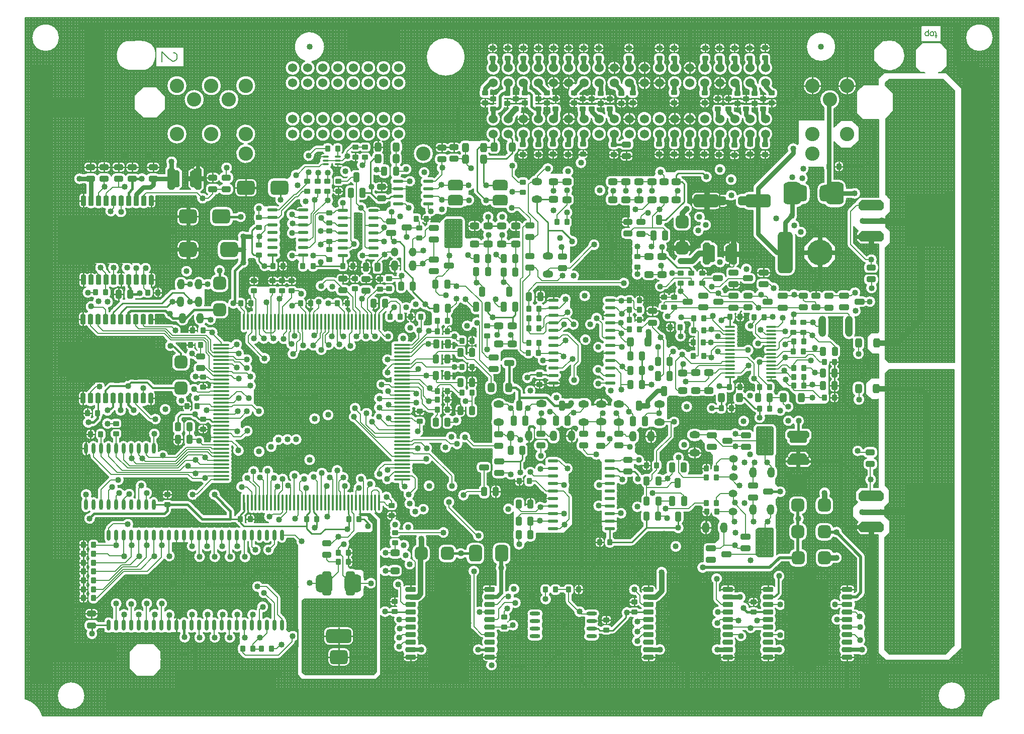
<source format=gtl>
%FSLAX25Y25*%
%MOIN*%
G70*
G01*
G75*
G04 Layer_Physical_Order=1*
G04 Layer_Color=3162822*
%ADD10C,0.00800*%
%ADD11O,0.11000X0.01400*%
%ADD12O,0.01400X0.11000*%
%ADD13O,0.02500X0.07300*%
%ADD14O,0.02500X0.07000*%
%ADD15O,0.07000X0.02300*%
%ADD16O,0.04500X0.01200*%
%ADD17O,0.07000X0.02500*%
G04:AMPARAMS|DCode=18|XSize=70mil|YSize=100mil|CornerRadius=17.5mil|HoleSize=0mil|Usage=FLASHONLY|Rotation=90.000|XOffset=0mil|YOffset=0mil|HoleType=Round|Shape=RoundedRectangle|*
%AMROUNDEDRECTD18*
21,1,0.07000,0.06500,0,0,90.0*
21,1,0.03500,0.10000,0,0,90.0*
1,1,0.03500,0.03250,0.01750*
1,1,0.03500,0.03250,-0.01750*
1,1,0.03500,-0.03250,-0.01750*
1,1,0.03500,-0.03250,0.01750*
%
%ADD18ROUNDEDRECTD18*%
%ADD19O,0.07000X0.01400*%
%ADD20R,0.28000X0.35000*%
G04:AMPARAMS|DCode=21|XSize=70mil|YSize=165mil|CornerRadius=0mil|HoleSize=0mil|Usage=FLASHONLY|Rotation=90.000|XOffset=0mil|YOffset=0mil|HoleType=Round|Shape=Octagon|*
%AMOCTAGOND21*
4,1,8,-0.08250,-0.01750,-0.08250,0.01750,-0.06500,0.03500,0.06500,0.03500,0.08250,0.01750,0.08250,-0.01750,0.06500,-0.03500,-0.06500,-0.03500,-0.08250,-0.01750,0.0*
%
%ADD21OCTAGOND21*%

G04:AMPARAMS|DCode=22|XSize=60mil|YSize=385mil|CornerRadius=0mil|HoleSize=0mil|Usage=FLASHONLY|Rotation=180.000|XOffset=0mil|YOffset=0mil|HoleType=Round|Shape=Octagon|*
%AMOCTAGOND22*
4,1,8,0.01500,-0.19250,-0.01500,-0.19250,-0.03000,-0.17750,-0.03000,0.17750,-0.01500,0.19250,0.01500,0.19250,0.03000,0.17750,0.03000,-0.17750,0.01500,-0.19250,0.0*
%
%ADD22OCTAGOND22*%

G04:AMPARAMS|DCode=23|XSize=100mil|YSize=275mil|CornerRadius=25mil|HoleSize=0mil|Usage=FLASHONLY|Rotation=0.000|XOffset=0mil|YOffset=0mil|HoleType=Round|Shape=RoundedRectangle|*
%AMROUNDEDRECTD23*
21,1,0.10000,0.22500,0,0,0.0*
21,1,0.05000,0.27500,0,0,0.0*
1,1,0.05000,0.02500,-0.11250*
1,1,0.05000,-0.02500,-0.11250*
1,1,0.05000,-0.02500,0.11250*
1,1,0.05000,0.02500,0.11250*
%
%ADD23ROUNDEDRECTD23*%
%ADD24C,0.17000*%
G04:AMPARAMS|DCode=25|XSize=150mil|YSize=115mil|CornerRadius=28.75mil|HoleSize=0mil|Usage=FLASHONLY|Rotation=270.000|XOffset=0mil|YOffset=0mil|HoleType=Round|Shape=RoundedRectangle|*
%AMROUNDEDRECTD25*
21,1,0.15000,0.05750,0,0,270.0*
21,1,0.09250,0.11500,0,0,270.0*
1,1,0.05750,-0.02875,-0.04625*
1,1,0.05750,-0.02875,0.04625*
1,1,0.05750,0.02875,0.04625*
1,1,0.05750,0.02875,-0.04625*
%
%ADD25ROUNDEDRECTD25*%
G04:AMPARAMS|DCode=26|XSize=150mil|YSize=110mil|CornerRadius=27.5mil|HoleSize=0mil|Usage=FLASHONLY|Rotation=0.000|XOffset=0mil|YOffset=0mil|HoleType=Round|Shape=RoundedRectangle|*
%AMROUNDEDRECTD26*
21,1,0.15000,0.05500,0,0,0.0*
21,1,0.09500,0.11000,0,0,0.0*
1,1,0.05500,0.04750,-0.02750*
1,1,0.05500,-0.04750,-0.02750*
1,1,0.05500,-0.04750,0.02750*
1,1,0.05500,0.04750,0.02750*
%
%ADD26ROUNDEDRECTD26*%
G04:AMPARAMS|DCode=27|XSize=170mil|YSize=88mil|CornerRadius=22mil|HoleSize=0mil|Usage=FLASHONLY|Rotation=180.000|XOffset=0mil|YOffset=0mil|HoleType=Round|Shape=RoundedRectangle|*
%AMROUNDEDRECTD27*
21,1,0.17000,0.04400,0,0,180.0*
21,1,0.12600,0.08800,0,0,180.0*
1,1,0.04400,-0.06300,0.02200*
1,1,0.04400,0.06300,0.02200*
1,1,0.04400,0.06300,-0.02200*
1,1,0.04400,-0.06300,-0.02200*
%
%ADD27ROUNDEDRECTD27*%
G04:AMPARAMS|DCode=28|XSize=60mil|YSize=90mil|CornerRadius=15mil|HoleSize=0mil|Usage=FLASHONLY|Rotation=270.000|XOffset=0mil|YOffset=0mil|HoleType=Round|Shape=RoundedRectangle|*
%AMROUNDEDRECTD28*
21,1,0.06000,0.06000,0,0,270.0*
21,1,0.03000,0.09000,0,0,270.0*
1,1,0.03000,-0.03000,-0.01500*
1,1,0.03000,-0.03000,0.01500*
1,1,0.03000,0.03000,0.01500*
1,1,0.03000,0.03000,-0.01500*
%
%ADD28ROUNDEDRECTD28*%
G04:AMPARAMS|DCode=29|XSize=40mil|YSize=65mil|CornerRadius=10mil|HoleSize=0mil|Usage=FLASHONLY|Rotation=90.000|XOffset=0mil|YOffset=0mil|HoleType=Round|Shape=RoundedRectangle|*
%AMROUNDEDRECTD29*
21,1,0.04000,0.04500,0,0,90.0*
21,1,0.02000,0.06500,0,0,90.0*
1,1,0.02000,0.02250,0.01000*
1,1,0.02000,0.02250,-0.01000*
1,1,0.02000,-0.02250,-0.01000*
1,1,0.02000,-0.02250,0.01000*
%
%ADD29ROUNDEDRECTD29*%
G04:AMPARAMS|DCode=30|XSize=85mil|YSize=85mil|CornerRadius=21.25mil|HoleSize=0mil|Usage=FLASHONLY|Rotation=0.000|XOffset=0mil|YOffset=0mil|HoleType=Round|Shape=RoundedRectangle|*
%AMROUNDEDRECTD30*
21,1,0.08500,0.04250,0,0,0.0*
21,1,0.04250,0.08500,0,0,0.0*
1,1,0.04250,0.02125,-0.02125*
1,1,0.04250,-0.02125,-0.02125*
1,1,0.04250,-0.02125,0.02125*
1,1,0.04250,0.02125,0.02125*
%
%ADD30ROUNDEDRECTD30*%
G04:AMPARAMS|DCode=31|XSize=145mil|YSize=50mil|CornerRadius=0mil|HoleSize=0mil|Usage=FLASHONLY|Rotation=180.000|XOffset=0mil|YOffset=0mil|HoleType=Round|Shape=Octagon|*
%AMOCTAGOND31*
4,1,8,-0.07250,0.01250,-0.07250,-0.01250,-0.06000,-0.02500,0.06000,-0.02500,0.07250,-0.01250,0.07250,0.01250,0.06000,0.02500,-0.06000,0.02500,-0.07250,0.01250,0.0*
%
%ADD31OCTAGOND31*%

G04:AMPARAMS|DCode=32|XSize=115mil|YSize=50mil|CornerRadius=0mil|HoleSize=0mil|Usage=FLASHONLY|Rotation=180.000|XOffset=0mil|YOffset=0mil|HoleType=Round|Shape=Octagon|*
%AMOCTAGOND32*
4,1,8,-0.05750,0.01250,-0.05750,-0.01250,-0.04500,-0.02500,0.04500,-0.02500,0.05750,-0.01250,0.05750,0.01250,0.04500,0.02500,-0.04500,0.02500,-0.05750,0.01250,0.0*
%
%ADD32OCTAGOND32*%

%ADD33O,0.06000X0.05000*%
%ADD34O,0.05000X0.07000*%
%ADD35O,0.07000X0.05000*%
G04:AMPARAMS|DCode=36|XSize=145mil|YSize=50mil|CornerRadius=0mil|HoleSize=0mil|Usage=FLASHONLY|Rotation=270.000|XOffset=0mil|YOffset=0mil|HoleType=Round|Shape=Octagon|*
%AMOCTAGOND36*
4,1,8,-0.01250,-0.07250,0.01250,-0.07250,0.02500,-0.06000,0.02500,0.06000,0.01250,0.07250,-0.01250,0.07250,-0.02500,0.06000,-0.02500,-0.06000,-0.01250,-0.07250,0.0*
%
%ADD36OCTAGOND36*%

G04:AMPARAMS|DCode=37|XSize=115mil|YSize=50mil|CornerRadius=0mil|HoleSize=0mil|Usage=FLASHONLY|Rotation=270.000|XOffset=0mil|YOffset=0mil|HoleType=Round|Shape=Octagon|*
%AMOCTAGOND37*
4,1,8,-0.01250,-0.05750,0.01250,-0.05750,0.02500,-0.04500,0.02500,0.04500,0.01250,0.05750,-0.01250,0.05750,-0.02500,0.04500,-0.02500,-0.04500,-0.01250,-0.05750,0.0*
%
%ADD37OCTAGOND37*%

%ADD38O,0.05000X0.14000*%
G04:AMPARAMS|DCode=39|XSize=110mil|YSize=85mil|CornerRadius=21.25mil|HoleSize=0mil|Usage=FLASHONLY|Rotation=90.000|XOffset=0mil|YOffset=0mil|HoleType=Round|Shape=RoundedRectangle|*
%AMROUNDEDRECTD39*
21,1,0.11000,0.04250,0,0,90.0*
21,1,0.06750,0.08500,0,0,90.0*
1,1,0.04250,0.02125,0.03375*
1,1,0.04250,0.02125,-0.03375*
1,1,0.04250,-0.02125,-0.03375*
1,1,0.04250,-0.02125,0.03375*
%
%ADD39ROUNDEDRECTD39*%
G04:AMPARAMS|DCode=40|XSize=120mil|YSize=110mil|CornerRadius=27.5mil|HoleSize=0mil|Usage=FLASHONLY|Rotation=90.000|XOffset=0mil|YOffset=0mil|HoleType=Round|Shape=RoundedRectangle|*
%AMROUNDEDRECTD40*
21,1,0.12000,0.05500,0,0,90.0*
21,1,0.06500,0.11000,0,0,90.0*
1,1,0.05500,0.02750,0.03250*
1,1,0.05500,0.02750,-0.03250*
1,1,0.05500,-0.02750,-0.03250*
1,1,0.05500,-0.02750,0.03250*
%
%ADD40ROUNDEDRECTD40*%
G04:AMPARAMS|DCode=41|XSize=60mil|YSize=160mil|CornerRadius=15mil|HoleSize=0mil|Usage=FLASHONLY|Rotation=180.000|XOffset=0mil|YOffset=0mil|HoleType=Round|Shape=RoundedRectangle|*
%AMROUNDEDRECTD41*
21,1,0.06000,0.13000,0,0,180.0*
21,1,0.03000,0.16000,0,0,180.0*
1,1,0.03000,-0.01500,0.06500*
1,1,0.03000,0.01500,0.06500*
1,1,0.03000,0.01500,-0.06500*
1,1,0.03000,-0.01500,-0.06500*
%
%ADD41ROUNDEDRECTD41*%
G04:AMPARAMS|DCode=42|XSize=95mil|YSize=170mil|CornerRadius=23.75mil|HoleSize=0mil|Usage=FLASHONLY|Rotation=270.000|XOffset=0mil|YOffset=0mil|HoleType=Round|Shape=RoundedRectangle|*
%AMROUNDEDRECTD42*
21,1,0.09500,0.12250,0,0,270.0*
21,1,0.04750,0.17000,0,0,270.0*
1,1,0.04750,-0.06125,-0.02375*
1,1,0.04750,-0.06125,0.02375*
1,1,0.04750,0.06125,0.02375*
1,1,0.04750,0.06125,-0.02375*
%
%ADD42ROUNDEDRECTD42*%
G04:AMPARAMS|DCode=43|XSize=95mil|YSize=120mil|CornerRadius=23.75mil|HoleSize=0mil|Usage=FLASHONLY|Rotation=270.000|XOffset=0mil|YOffset=0mil|HoleType=Round|Shape=RoundedRectangle|*
%AMROUNDEDRECTD43*
21,1,0.09500,0.07250,0,0,270.0*
21,1,0.04750,0.12000,0,0,270.0*
1,1,0.04750,-0.03625,-0.02375*
1,1,0.04750,-0.03625,0.02375*
1,1,0.04750,0.03625,0.02375*
1,1,0.04750,0.03625,-0.02375*
%
%ADD43ROUNDEDRECTD43*%
G04:AMPARAMS|DCode=44|XSize=118mil|YSize=100mil|CornerRadius=25mil|HoleSize=0mil|Usage=FLASHONLY|Rotation=0.000|XOffset=0mil|YOffset=0mil|HoleType=Round|Shape=RoundedRectangle|*
%AMROUNDEDRECTD44*
21,1,0.11800,0.05000,0,0,0.0*
21,1,0.06800,0.10000,0,0,0.0*
1,1,0.05000,0.03400,-0.02500*
1,1,0.05000,-0.03400,-0.02500*
1,1,0.05000,-0.03400,0.02500*
1,1,0.05000,0.03400,0.02500*
%
%ADD44ROUNDEDRECTD44*%
G04:AMPARAMS|DCode=45|XSize=85mil|YSize=85mil|CornerRadius=21.25mil|HoleSize=0mil|Usage=FLASHONLY|Rotation=270.000|XOffset=0mil|YOffset=0mil|HoleType=Round|Shape=RoundedRectangle|*
%AMROUNDEDRECTD45*
21,1,0.08500,0.04250,0,0,270.0*
21,1,0.04250,0.08500,0,0,270.0*
1,1,0.04250,-0.02125,-0.02125*
1,1,0.04250,-0.02125,0.02125*
1,1,0.04250,0.02125,0.02125*
1,1,0.04250,0.02125,-0.02125*
%
%ADD45ROUNDEDRECTD45*%
G04:AMPARAMS|DCode=46|XSize=45mil|YSize=60mil|CornerRadius=11.25mil|HoleSize=0mil|Usage=FLASHONLY|Rotation=90.000|XOffset=0mil|YOffset=0mil|HoleType=Round|Shape=RoundedRectangle|*
%AMROUNDEDRECTD46*
21,1,0.04500,0.03750,0,0,90.0*
21,1,0.02250,0.06000,0,0,90.0*
1,1,0.02250,0.01875,0.01125*
1,1,0.02250,0.01875,-0.01125*
1,1,0.02250,-0.01875,-0.01125*
1,1,0.02250,-0.01875,0.01125*
%
%ADD46ROUNDEDRECTD46*%
G04:AMPARAMS|DCode=47|XSize=40mil|YSize=60mil|CornerRadius=10mil|HoleSize=0mil|Usage=FLASHONLY|Rotation=90.000|XOffset=0mil|YOffset=0mil|HoleType=Round|Shape=RoundedRectangle|*
%AMROUNDEDRECTD47*
21,1,0.04000,0.04000,0,0,90.0*
21,1,0.02000,0.06000,0,0,90.0*
1,1,0.02000,0.02000,0.01000*
1,1,0.02000,0.02000,-0.01000*
1,1,0.02000,-0.02000,-0.01000*
1,1,0.02000,-0.02000,0.01000*
%
%ADD47ROUNDEDRECTD47*%
G04:AMPARAMS|DCode=48|XSize=40mil|YSize=33mil|CornerRadius=8.25mil|HoleSize=0mil|Usage=FLASHONLY|Rotation=180.000|XOffset=0mil|YOffset=0mil|HoleType=Round|Shape=RoundedRectangle|*
%AMROUNDEDRECTD48*
21,1,0.04000,0.01650,0,0,180.0*
21,1,0.02350,0.03300,0,0,180.0*
1,1,0.01650,-0.01175,0.00825*
1,1,0.01650,0.01175,0.00825*
1,1,0.01650,0.01175,-0.00825*
1,1,0.01650,-0.01175,-0.00825*
%
%ADD48ROUNDEDRECTD48*%
G04:AMPARAMS|DCode=49|XSize=40mil|YSize=33mil|CornerRadius=8.25mil|HoleSize=0mil|Usage=FLASHONLY|Rotation=270.000|XOffset=0mil|YOffset=0mil|HoleType=Round|Shape=RoundedRectangle|*
%AMROUNDEDRECTD49*
21,1,0.04000,0.01650,0,0,270.0*
21,1,0.02350,0.03300,0,0,270.0*
1,1,0.01650,-0.00825,-0.01175*
1,1,0.01650,-0.00825,0.01175*
1,1,0.01650,0.00825,0.01175*
1,1,0.01650,0.00825,-0.01175*
%
%ADD49ROUNDEDRECTD49*%
G04:AMPARAMS|DCode=50|XSize=40mil|YSize=60mil|CornerRadius=10mil|HoleSize=0mil|Usage=FLASHONLY|Rotation=180.000|XOffset=0mil|YOffset=0mil|HoleType=Round|Shape=RoundedRectangle|*
%AMROUNDEDRECTD50*
21,1,0.04000,0.04000,0,0,180.0*
21,1,0.02000,0.06000,0,0,180.0*
1,1,0.02000,-0.01000,0.02000*
1,1,0.02000,0.01000,0.02000*
1,1,0.02000,0.01000,-0.02000*
1,1,0.02000,-0.01000,-0.02000*
%
%ADD50ROUNDEDRECTD50*%
%ADD51O,0.05000X0.06000*%
G04:AMPARAMS|DCode=52|XSize=40mil|YSize=65mil|CornerRadius=10mil|HoleSize=0mil|Usage=FLASHONLY|Rotation=180.000|XOffset=0mil|YOffset=0mil|HoleType=Round|Shape=RoundedRectangle|*
%AMROUNDEDRECTD52*
21,1,0.04000,0.04500,0,0,180.0*
21,1,0.02000,0.06500,0,0,180.0*
1,1,0.02000,-0.01000,0.02250*
1,1,0.02000,0.01000,0.02250*
1,1,0.02000,0.01000,-0.02250*
1,1,0.02000,-0.01000,-0.02250*
%
%ADD52ROUNDEDRECTD52*%
G04:AMPARAMS|DCode=53|XSize=32mil|YSize=70mil|CornerRadius=8mil|HoleSize=0mil|Usage=FLASHONLY|Rotation=180.000|XOffset=0mil|YOffset=0mil|HoleType=Round|Shape=RoundedRectangle|*
%AMROUNDEDRECTD53*
21,1,0.03200,0.05400,0,0,180.0*
21,1,0.01600,0.07000,0,0,180.0*
1,1,0.01600,-0.00800,0.02700*
1,1,0.01600,0.00800,0.02700*
1,1,0.01600,0.00800,-0.02700*
1,1,0.01600,-0.00800,-0.02700*
%
%ADD53ROUNDEDRECTD53*%
%ADD54R,0.12000X0.12000*%
%ADD55R,0.02500X0.11000*%
G04:AMPARAMS|DCode=56|XSize=32mil|YSize=70mil|CornerRadius=8mil|HoleSize=0mil|Usage=FLASHONLY|Rotation=90.000|XOffset=0mil|YOffset=0mil|HoleType=Round|Shape=RoundedRectangle|*
%AMROUNDEDRECTD56*
21,1,0.03200,0.05400,0,0,90.0*
21,1,0.01600,0.07000,0,0,90.0*
1,1,0.01600,0.02700,0.00800*
1,1,0.01600,0.02700,-0.00800*
1,1,0.01600,-0.02700,-0.00800*
1,1,0.01600,-0.02700,0.00800*
%
%ADD56ROUNDEDRECTD56*%
%ADD57R,0.12000X0.12000*%
%ADD58R,0.11000X0.02500*%
G04:AMPARAMS|DCode=59|XSize=45mil|YSize=60mil|CornerRadius=11.25mil|HoleSize=0mil|Usage=FLASHONLY|Rotation=180.000|XOffset=0mil|YOffset=0mil|HoleType=Round|Shape=RoundedRectangle|*
%AMROUNDEDRECTD59*
21,1,0.04500,0.03750,0,0,180.0*
21,1,0.02250,0.06000,0,0,180.0*
1,1,0.02250,-0.01125,0.01875*
1,1,0.02250,0.01125,0.01875*
1,1,0.02250,0.01125,-0.01875*
1,1,0.02250,-0.01125,-0.01875*
%
%ADD59ROUNDEDRECTD59*%
%ADD60C,0.04000*%
%ADD61C,0.00600*%
%ADD62C,0.01500*%
%ADD63C,0.01000*%
%ADD64C,0.03000*%
%ADD65C,0.03500*%
%ADD66C,0.01200*%
%ADD67C,0.01800*%
%ADD68C,0.02500*%
%ADD69C,0.02000*%
%ADD70C,0.04000*%
%ADD71R,0.10117X0.01478*%
%ADD72R,0.02833X0.14583*%
%ADD73R,0.08417X0.01750*%
%ADD74R,0.02958X0.12250*%
%ADD75R,0.06616X0.02983*%
%ADD76R,0.12250X0.02917*%
%ADD77R,0.20333X0.02917*%
%ADD78R,0.03000X0.18083*%
%ADD79R,0.12692X0.03483*%
%ADD80R,0.26983X0.29695*%
%ADD81R,0.19583X0.23917*%
%ADD82R,0.30500X0.29417*%
%ADD83R,0.23150X0.21600*%
%ADD84R,0.07259X0.15505*%
%ADD85R,0.15158X0.14500*%
%ADD86R,0.38667X0.24333*%
%ADD87R,0.72667X0.30671*%
%ADD88R,0.63500X0.25167*%
%ADD89R,0.24500X0.51667*%
%ADD90R,0.16167X0.11667*%
%ADD91R,0.66167X0.20500*%
%ADD92R,0.15833X4.09667*%
%ADD93R,0.18167X0.69000*%
%ADD94R,0.31833X0.11667*%
%ADD95R,5.41000X0.15167*%
%ADD96R,0.16667X0.18667*%
%ADD97R,0.17442X4.02738*%
%ADD98R,0.65000X0.04667*%
%ADD99R,5.49167X0.05667*%
%ADD100R,0.34500X0.15333*%
%ADD101R,0.13667X0.86667*%
%ADD102R,0.37667X0.14333*%
%ADD103R,0.33250X0.02167*%
%ADD104R,0.05333X0.28500*%
%ADD105R,0.12500X0.10000*%
%ADD106R,0.11100X0.12000*%
%ADD107R,0.25667X0.57667*%
%ADD108R,0.06333X0.57000*%
%ADD109R,0.03667X0.31500*%
%ADD110R,0.26500X0.52167*%
%ADD111R,0.08833X0.19667*%
%ADD112R,0.48917X0.25000*%
%ADD113R,0.12250X0.05667*%
%ADD114R,0.07083X0.03333*%
%ADD115R,0.02667X0.13405*%
%ADD116C,0.06000*%
%ADD117C,0.09500*%
D10*
X507200Y75800D02*
G03*
X506874Y77206I-3200J0D01*
G01*
Y74394D02*
G03*
X507200Y75800I-2874J1406D01*
G01*
X507100Y55700D02*
G03*
X506874Y56880I-3200J0D01*
G01*
Y54520D02*
G03*
X507100Y55700I-2974J1180D01*
G01*
X53745Y223588D02*
G03*
X51455Y223588I-1145J-2988D01*
G01*
X14904Y1950D02*
G03*
X3250Y13327I-15912J-4642D01*
G01*
X42966Y15400D02*
G03*
X42966Y15400I-9150J0D01*
G01*
X44222Y58450D02*
G03*
X51500Y56500I3378J-1950D01*
G01*
D02*
G03*
X50882Y58607I-3900J0D01*
G01*
X55552Y59800D02*
G03*
X55708Y58916I3148J100D01*
G01*
X57158Y57153D02*
G03*
X60242Y57153I1542J2747D01*
G01*
X62158D02*
G03*
X65242Y57153I1542J2747D01*
G01*
X42500Y61100D02*
G03*
X44222Y58450I2900J0D01*
G01*
X45400Y66000D02*
G03*
X42500Y63100I0J-2900D01*
G01*
X43000Y68800D02*
G03*
X45400Y66400I2400J0D01*
G01*
Y73200D02*
G03*
X43000Y70800I0J-2400D01*
G01*
X45050Y79025D02*
G03*
X47775Y76300I2725J0D01*
G01*
X50882Y58607D02*
G03*
X51992Y59800I-1482J2493D01*
G01*
X51882Y64600D02*
G03*
X49400Y66000I-2482J-1500D01*
G01*
Y66400D02*
G03*
X51800Y68800I0J2400D01*
G01*
X61500Y66954D02*
G03*
X61200Y66616I2200J-2254D01*
G01*
D02*
G03*
X55550Y64700I-2500J-1916D01*
G01*
X51800Y70800D02*
G03*
X49400Y73200I-2400J0D01*
G01*
X49425Y76300D02*
G03*
X52023Y78203I0J2725D01*
G01*
X93569Y39500D02*
G03*
X93374Y41477I-10150J0D01*
G01*
Y37523D02*
G03*
X93569Y39500I-9956J1977D01*
G01*
X67158Y57153D02*
G03*
X70242Y57153I1542J2747D01*
G01*
X71500Y72207D02*
G03*
X65900Y71792I-2600J-2907D01*
G01*
X72158Y57153D02*
G03*
X75242Y57153I1542J2747D01*
G01*
X81500Y71915D02*
G03*
X75900Y71915I-2800J-2715D01*
G01*
X77158Y57153D02*
G03*
X80242Y57153I1542J2747D01*
G01*
X67600Y76500D02*
G03*
X61500Y73280I-3900J0D01*
G01*
X65900D02*
G03*
X67600Y76500I-2200J3220D01*
G01*
X77600Y76400D02*
G03*
X71500Y73180I-3900J0D01*
G01*
X75900D02*
G03*
X77600Y76400I-2200J3220D01*
G01*
X87900Y76500D02*
G03*
X81500Y73507I-3900J0D01*
G01*
X82158Y57153D02*
G03*
X85242Y57153I1542J2747D01*
G01*
X87158D02*
G03*
X90242Y57153I1542J2747D01*
G01*
X92158D02*
G03*
X95242Y57153I1542J2747D01*
G01*
X91500Y72620D02*
G03*
X85900Y71311I-2200J-3220D01*
G01*
X102900Y69100D02*
G03*
X95900Y71466I-3900J0D01*
G01*
X97158Y57153D02*
G03*
X100242Y57153I1542J2747D01*
G01*
X85900Y73094D02*
G03*
X87900Y76500I-1900J3406D01*
G01*
X97800D02*
G03*
X91500Y73426I-3900J0D01*
G01*
X95900Y73152D02*
G03*
X97800Y76500I-2000J3348D01*
G01*
X38850Y79025D02*
G03*
X41075Y76800I2225J0D01*
G01*
X39670Y83100D02*
G03*
X38850Y81375I1405J-1725D01*
G01*
Y84825D02*
G03*
X39670Y83100I2225J0D01*
G01*
X38850Y90725D02*
G03*
X39733Y88950I2225J0D01*
G01*
D02*
G03*
X38850Y87175I1342J-1775D01*
G01*
X39733Y94850D02*
G03*
X38850Y93075I1342J-1775D01*
G01*
Y96625D02*
G03*
X39733Y94850I2225J0D01*
G01*
X39670Y100700D02*
G03*
X38850Y98975I1405J-1725D01*
G01*
Y102425D02*
G03*
X39670Y100700I2225J0D01*
G01*
X42725Y76800D02*
G03*
X44950Y79025I0J2225D01*
G01*
Y81375D02*
G03*
X44130Y83100I-2225J0D01*
G01*
X44950Y87175D02*
G03*
X44067Y88950I-2225J0D01*
G01*
X44130Y83100D02*
G03*
X44950Y84825I-1405J1725D01*
G01*
X45665Y83100D02*
G03*
X45050Y81375I2110J-1725D01*
G01*
Y84825D02*
G03*
X45665Y83100I2725J0D01*
G01*
X45050Y90725D02*
G03*
X45707Y88950I2725J0D01*
G01*
D02*
G03*
X45050Y87175I2068J-1775D01*
G01*
X44067Y94850D02*
G03*
X44950Y96625I-1342J1775D01*
G01*
Y93075D02*
G03*
X44067Y94850I-2225J0D01*
G01*
X44130Y100700D02*
G03*
X44950Y102425I-1405J1725D01*
G01*
Y98975D02*
G03*
X44130Y100700I-2225J0D01*
G01*
X44067Y88950D02*
G03*
X44950Y90725I-1342J1775D01*
G01*
X45707Y94850D02*
G03*
X45050Y93075I2068J-1775D01*
G01*
Y96625D02*
G03*
X45707Y94850I2725J0D01*
G01*
X45050Y102425D02*
G03*
X45665Y100700I2725J0D01*
G01*
D02*
G03*
X45050Y98975I2110J-1725D01*
G01*
X39733Y106550D02*
G03*
X38850Y104775I1342J-1775D01*
G01*
Y108325D02*
G03*
X39733Y106550I2225J0D01*
G01*
X39802Y112500D02*
G03*
X38850Y110675I1273J-1825D01*
G01*
Y114325D02*
G03*
X39802Y112500I2225J0D01*
G01*
X41075Y118900D02*
G03*
X38850Y116675I0J-2225D01*
G01*
X41023Y146262D02*
G03*
X40450Y144450I2577J-1812D01*
G01*
X44950Y104775D02*
G03*
X44067Y106550I-2225J0D01*
G01*
D02*
G03*
X44950Y108325I-1342J1775D01*
G01*
Y116675D02*
G03*
X42725Y118900I-2225J0D01*
G01*
X43998Y112500D02*
G03*
X44950Y114325I-1273J1825D01*
G01*
Y110675D02*
G03*
X43998Y112500I-2225J0D01*
G01*
X45707Y106550D02*
G03*
X45050Y104775I2068J-1775D01*
G01*
Y108325D02*
G03*
X45707Y106550I2725J0D01*
G01*
X45050Y114325D02*
G03*
X45751Y112500I2725J0D01*
G01*
D02*
G03*
X45050Y110675I2024J-1825D01*
G01*
X47775Y119400D02*
G03*
X45050Y116675I0J-2725D01*
G01*
X45609Y136869D02*
G03*
X50000Y133000I491J-3869D01*
G01*
X40450Y139950D02*
G03*
X46100Y138034I3150J0D01*
G01*
X50000Y133000D02*
G03*
X49986Y133326I-3900J0D01*
G01*
X46100Y138034D02*
G03*
X46418Y137678I2500J1916D01*
G01*
X52023Y78203D02*
G03*
X52656Y78644I-923J1997D01*
G01*
X52023Y78203D02*
G03*
X52659Y78648I-923J1997D01*
G01*
X52052Y117400D02*
G03*
X49425Y119400I-2627J-725D01*
G01*
X55550Y119600D02*
G03*
X56446Y117400I3150J0D01*
G01*
X56501Y126655D02*
G03*
X55550Y124400I2199J-2255D01*
G01*
X84200Y95600D02*
G03*
X85756Y96244I0J2200D01*
G01*
X84200Y95600D02*
G03*
X85760Y96248I0J2200D01*
G01*
X95600Y106190D02*
G03*
X102900Y108100I3400J1910D01*
G01*
X95256Y105744D02*
G03*
X95600Y106190I-1556J1556D01*
G01*
X95252Y105740D02*
G03*
X95600Y106190I-1552J1560D01*
G01*
X57144Y128156D02*
G03*
X56501Y126655I1556J-1556D01*
G01*
X57148Y128159D02*
G03*
X56501Y126655I1552J-1560D01*
G01*
X74864Y127327D02*
G03*
X75400Y129300I-3364J1973D01*
G01*
X61600Y131700D02*
G03*
X60040Y131052I0J-2200D01*
G01*
X75400Y129300D02*
G03*
X68426Y131700I-3900J0D01*
G01*
X61600D02*
G03*
X60044Y131056I0J-2200D01*
G01*
X80032Y127255D02*
G03*
X77368Y127255I-1332J-2855D01*
G01*
X85032D02*
G03*
X82368Y127255I-1332J-2855D01*
G01*
X90032D02*
G03*
X87368Y127255I-1332J-2855D01*
G01*
X95032D02*
G03*
X92368Y127255I-1332J-2855D01*
G01*
X95600Y133500D02*
G03*
X97580Y134320I0J2800D01*
G01*
X96525Y145750D02*
G03*
X94301Y144600I0J-2725D01*
G01*
X95600Y133500D02*
G03*
X97580Y134320I0J2800D01*
G01*
X106050Y56630D02*
G03*
X113000Y54200I3050J-2431D01*
G01*
D02*
G03*
X111647Y57153I-3900J0D01*
G01*
X112158D02*
G03*
X115242Y57153I1542J2747D01*
G01*
X116500Y56907D02*
G03*
X123000Y54000I2600J-2907D01*
G01*
X126500Y57007D02*
G03*
X133000Y54100I2600J-2907D01*
G01*
X122158Y57153D02*
G03*
X125242Y57153I1542J2747D01*
G01*
X133000Y54100D02*
G03*
X131526Y57153I-3900J0D01*
G01*
X105910Y66162D02*
G03*
X102218Y66897I-2210J-1462D01*
G01*
X102218Y66897D02*
G03*
X102900Y69100I-3218J2203D01*
G01*
X111200Y66616D02*
G03*
X105910Y66162I-2500J-1916D01*
G01*
X121200Y66616D02*
G03*
X117583Y67645I-2500J-1916D01*
G01*
D02*
G03*
X118000Y69400I-3483J1755D01*
G01*
D02*
G03*
X111275Y66711I-3900J0D01*
G01*
X121425Y66878D02*
G03*
X121200Y66616I2275J-2179D01*
G01*
X123000Y54000D02*
G03*
X121395Y57153I-3900J0D01*
G01*
X131200Y66616D02*
G03*
X127937Y67756I-2500J-1916D01*
G01*
X132158Y57153D02*
G03*
X135242Y57153I1542J2747D01*
G01*
X128300Y69400D02*
G03*
X121425Y66878I-3900J0D01*
G01*
X127937Y67756D02*
G03*
X128300Y69400I-3537J1644D01*
G01*
X138100Y69300D02*
G03*
X131279Y66716I-3900J0D01*
G01*
X137759Y67706D02*
G03*
X138100Y69300I-3559J1594D01*
G01*
X145710Y42862D02*
G03*
X146148Y42241I1990J938D01*
G01*
X145710Y42862D02*
G03*
X146144Y42244I1990J938D01*
G01*
X147740Y40648D02*
G03*
X149300Y40000I1560J1552D01*
G01*
X147744Y40644D02*
G03*
X149300Y40000I1556J1556D01*
G01*
X136500Y56907D02*
G03*
X143000Y54000I2600J-2907D01*
G01*
X140771Y67074D02*
G03*
X137759Y67706I-2071J-2373D01*
G01*
X143000Y54000D02*
G03*
X141395Y57153I-3900J0D01*
G01*
X142158D02*
G03*
X145242Y57153I1542J2747D01*
G01*
X144150Y45325D02*
G03*
X145710Y42862I2725J0D01*
G01*
X145499Y50027D02*
G03*
X144150Y47675I1376J-2352D01*
G01*
X145499Y55807D02*
G03*
X145499Y52202I3458J-1803D01*
G01*
X151200Y66616D02*
G03*
X147361Y67551I-2500J-1916D01*
G01*
X171200Y40000D02*
G03*
X172756Y40644I0J2200D01*
G01*
X171200Y40000D02*
G03*
X172759Y40648I0J2200D01*
G01*
X166200Y66616D02*
G03*
X161200Y66616I-2500J-1916D01*
G01*
D02*
G03*
X160900Y66954I-2500J-1916D01*
G01*
X166500D02*
G03*
X166200Y66616I2200J-2254D01*
G01*
X175803Y67045D02*
G03*
X175256Y67956I-2103J-645D01*
G01*
X176850Y64700D02*
G03*
X175803Y67045I-3150J0D01*
G01*
X176777Y59224D02*
G03*
X176850Y59900I-3077J677D01*
G01*
X181752Y49641D02*
G03*
X182400Y51200I-1552J1560D01*
G01*
X181756Y49644D02*
G03*
X182400Y51200I-1556J1556D01*
G01*
X147361Y67551D02*
G03*
X147816Y69380I-3445J1829D01*
G01*
D02*
G03*
X140771Y67074I-3900J0D01*
G01*
X156500Y72398D02*
G03*
X151267Y66700I-2251J-3185D01*
G01*
X157004Y73901D02*
G03*
X156500Y72500I1696J-1401D01*
G01*
X157004Y73901D02*
G03*
X156500Y72500I1696J-1401D01*
G01*
X175803Y67045D02*
G03*
X175252Y67959I-2103J-645D01*
G01*
X160900Y70480D02*
G03*
X164774Y74380I-26J3900D01*
G01*
D02*
G03*
X157004Y73901I-3900J0D01*
G01*
X157779Y83993D02*
G03*
X162522Y79866I3887J-322D01*
G01*
X172900Y80600D02*
G03*
X172252Y82160I-2200J0D01*
G01*
X102900Y108100D02*
G03*
X100900Y111506I-3900J0D01*
G01*
X116500Y110593D02*
G03*
X122900Y107600I2500J-2993D01*
G01*
D02*
G03*
X120900Y111006I-3900J0D01*
G01*
X111097Y117088D02*
G03*
X116500Y111526I3003J-2488D01*
G01*
X120900Y112417D02*
G03*
X126500Y111611I3183J2254D01*
G01*
X100032Y127255D02*
G03*
X97368Y127255I-1332J-2855D01*
G01*
X102856Y117088D02*
G03*
X104544Y117088I844J2512D01*
G01*
X107856D02*
G03*
X109544Y117088I844J2512D01*
G01*
X115032Y127255D02*
G03*
X112368Y127255I-1332J-2855D01*
G01*
X120032D02*
G03*
X117368Y127255I-1332J-2855D01*
G01*
X133000Y107600D02*
G03*
X130900Y111060I-3900J0D01*
G01*
X126500Y110507D02*
G03*
X133000Y107600I2600J-2907D01*
G01*
X125032Y127255D02*
G03*
X122368Y127255I-1332J-2855D01*
G01*
X130032D02*
G03*
X127368Y127255I-1332J-2855D01*
G01*
X130900Y112394D02*
G03*
X136500Y111495I3224J2194D01*
G01*
X135032Y127255D02*
G03*
X132368Y127255I-1332J-2855D01*
G01*
X140032D02*
G03*
X137368Y127255I-1332J-2855D01*
G01*
X99680Y136420D02*
G03*
X100500Y138400I-1980J1980D01*
G01*
X99680Y136420D02*
G03*
X100500Y138400I-1980J1980D01*
G01*
X100752Y145000D02*
G03*
X98875Y145750I-1877J-1975D01*
G01*
X100500Y139188D02*
G03*
X100752Y139400I-1625J2187D01*
G01*
X113080Y144180D02*
G03*
X111100Y145000I-1980J-1980D01*
G01*
X113080Y144180D02*
G03*
X111100Y145000I-1980J-1980D01*
G01*
X118620Y130720D02*
G03*
X120600Y129900I1980J1980D01*
G01*
X118620Y130720D02*
G03*
X120600Y129900I1980J1980D01*
G01*
X139400D02*
G03*
X140842Y130300I0J2800D01*
G01*
X139400Y129900D02*
G03*
X140842Y130300I0J2800D01*
G01*
X136500Y110414D02*
G03*
X143100Y107600I2700J-2814D01*
G01*
D02*
G03*
X140900Y111110I-3900J0D01*
G01*
X160664Y90100D02*
G03*
X157779Y83993I-3206J-2220D01*
G01*
X146500Y110389D02*
G03*
X153024Y107505I2624J-2885D01*
G01*
D02*
G03*
X150900Y110977I-3900J0D01*
G01*
X152169Y112720D02*
G03*
X159941Y112255I3872J-465D01*
G01*
X140900Y112221D02*
G03*
X146500Y111595I3099J2367D01*
G01*
X151500Y114300D02*
G03*
X152144Y112744I2200J0D01*
G01*
X159941Y112255D02*
G03*
X155900Y116152I-3900J0D01*
G01*
X151500Y114300D02*
G03*
X152148Y112741I2200J0D01*
G01*
X164956Y89456D02*
G03*
X163400Y90100I-1556J-1556D01*
G01*
X164960Y89452D02*
G03*
X163400Y90100I-1560J-1552D01*
G01*
X172900Y80600D02*
G03*
X172256Y82156I-2200J0D01*
G01*
X165599Y116010D02*
G03*
X168608Y112213I-891J-3797D01*
G01*
D02*
G03*
X168570Y112758I-3900J0D01*
G01*
X170256Y114444D02*
G03*
X170900Y116000I-1556J1556D01*
G01*
X170252Y114441D02*
G03*
X170900Y116000I-1552J1560D01*
G01*
X143817Y129108D02*
G03*
X144203Y128603I2083J1192D01*
G01*
X143817Y129108D02*
G03*
X144203Y128603I2083J1192D01*
G01*
X142641Y130300D02*
G03*
X143817Y129108I2434J1225D01*
G01*
X145032Y127255D02*
G03*
X142368Y127255I-1332J-2855D01*
G01*
X149550Y131525D02*
G03*
X149855Y130400I2225J0D01*
G01*
X149207D02*
G03*
X149450Y131525I-2482J1125D01*
G01*
Y133875D02*
G03*
X149171Y135077I-2725J0D01*
G01*
X151775Y136100D02*
G03*
X149550Y133875I0J-2225D01*
G01*
X143743Y136252D02*
G03*
X142641Y135100I1332J-2377D01*
G01*
X144203Y136897D02*
G03*
X143743Y136252I1697J-1697D01*
G01*
X144203Y136897D02*
G03*
X143743Y136252I1697J-1697D01*
G01*
X142300Y138000D02*
G03*
X141480Y139980I-2800J0D01*
G01*
X142300Y138000D02*
G03*
X141480Y139980I-2800J0D01*
G01*
X150214Y136120D02*
G03*
X150671Y136760I-1697J1697D01*
G01*
X150214Y136120D02*
G03*
X150671Y136760I-1697J1697D01*
G01*
X150900Y117346D02*
G03*
X151200Y117684I-2200J2254D01*
G01*
D02*
G03*
X151500Y117346I2500J1916D01*
G01*
X155900D02*
G03*
X156200Y117684I-2200J2254D01*
G01*
D02*
G03*
X161200Y117684I2500J1916D01*
G01*
X155345Y130400D02*
G03*
X155650Y131525I-1920J1125D01*
G01*
X161200Y117684D02*
G03*
X166200Y117684I2500J1916D01*
G01*
D02*
G03*
X166500Y117346I2500J1916D01*
G01*
X170900D02*
G03*
X171200Y117684I-2200J2254D01*
G01*
X162044Y136350D02*
G03*
X164740Y130400I3289J-2096D01*
G01*
X171200Y117684D02*
G03*
X176850Y119600I2500J1916D01*
G01*
X155650Y133875D02*
G03*
X153425Y136100I-2225J0D01*
G01*
X150671Y136760D02*
G03*
X151846Y136897I354J2070D01*
G01*
D02*
G03*
X154864Y136566I1739J1933D01*
G01*
X154864D02*
G03*
X157423Y136566I1280J2263D01*
G01*
X157423D02*
G03*
X159982Y136566I1280J2263D01*
G01*
X159982D02*
G03*
X162044Y136350I1280J2263D01*
G01*
X47700Y149000D02*
G03*
X41023Y146262I-3900J0D01*
G01*
X40950Y177250D02*
G03*
X45810Y175788I2650J0D01*
G01*
Y183212D02*
G03*
X40950Y181750I-2210J-1462D01*
G01*
X51100Y146366D02*
G03*
X47324Y147330I-2500J-1916D01*
G01*
Y147330D02*
G03*
X47700Y149000I-3525J1670D01*
G01*
X51400Y146704D02*
G03*
X51100Y146366I2200J-2254D01*
G01*
X52044Y153756D02*
G03*
X51400Y152200I1556J-1556D01*
G01*
X52048Y153760D02*
G03*
X51400Y152200I1552J-1560D01*
G01*
X45810Y175788D02*
G03*
X46400Y174996I2790J1462D01*
G01*
Y174100D02*
G03*
X47048Y172540I2200J0D01*
G01*
X46400Y174100D02*
G03*
X47044Y172544I2200J0D01*
G01*
X51400Y184004D02*
G03*
X51100Y183666I2200J-2254D01*
G01*
D02*
G03*
X45810Y183212I-2500J-1916D01*
G01*
X43750Y187825D02*
G03*
X45975Y185600I2225J0D01*
G01*
X47625D02*
G03*
X49850Y187825I0J2225D01*
G01*
X49950D02*
G03*
X51400Y185417I2725J0D01*
G01*
X45975Y192400D02*
G03*
X43750Y190175I0J-2225D01*
G01*
X52675Y192900D02*
G03*
X49950Y190175I0J-2725D01*
G01*
X49850D02*
G03*
X47625Y192400I-2225J0D01*
G01*
X42922Y199965D02*
G03*
X47915Y194000I2279J-3165D01*
G01*
X48600D02*
G03*
X50580Y194820I0J2800D01*
G01*
X48600Y194000D02*
G03*
X50580Y194820I0J2800D01*
G01*
X69156Y151608D02*
G03*
X64881Y153613I-3456J-1808D01*
G01*
X64900Y154000D02*
G03*
X64815Y154810I-3900J0D01*
G01*
X64881Y153613D02*
G03*
X64900Y154000I-3881J387D01*
G01*
X64815Y154810D02*
G03*
X69000Y158700I285J3890D01*
G01*
X76200Y149300D02*
G03*
X69156Y151608I-3900J0D01*
G01*
X58998Y160604D02*
G03*
X58540Y160252I1102J-1904D01*
G01*
X69000Y158700D02*
G03*
X68740Y160100I-3900J0D01*
G01*
X58998Y160604D02*
G03*
X58544Y160256I1102J-1904D01*
G01*
X76100Y146366D02*
G03*
X75450Y147000I-2500J-1916D01*
G01*
D02*
G03*
X76200Y149300I-3150J2300D01*
G01*
X76400Y146704D02*
G03*
X76100Y146366I2200J-2254D01*
G01*
X91746Y144600D02*
G03*
X86100Y146366I-3146J-150D01*
G01*
D02*
G03*
X85870Y146634I-2500J-1916D01*
G01*
D02*
G03*
X87800Y150000I-1970J3366D01*
G01*
D02*
G03*
X84094Y153895I-3900J0D01*
G01*
X76523Y153827D02*
G03*
X76400Y153100I2077J-727D01*
G01*
X76523Y153827D02*
G03*
X76400Y153100I2077J-727D01*
G01*
X84094Y153895D02*
G03*
X84200Y154800I-3794J905D01*
G01*
D02*
G03*
X76523Y153827I-3900J0D01*
G01*
X56100Y183666D02*
G03*
X55800Y184004I-2500J-1916D01*
G01*
Y185534D02*
G03*
X57050Y187825I-1475J2291D01*
G01*
X61500Y184098D02*
G03*
X61100Y183666I2100J-2348D01*
G01*
X66100D02*
G03*
X65900Y183902I-2500J-1916D01*
G01*
X61100Y183666D02*
G03*
X56100Y183666I-2500J-1916D01*
G01*
X59700Y188575D02*
G03*
X61500Y186012I2725J0D01*
G01*
X71100Y183666D02*
G03*
X66100Y183666I-2500J-1916D01*
G01*
X57050Y190175D02*
G03*
X54325Y192900I-2725J0D01*
G01*
X61400Y192750D02*
G03*
X59700Y190225I1025J-2525D01*
G01*
X65900Y186093D02*
G03*
X67500Y188575I-1125J2482D01*
G01*
Y190225D02*
G03*
X65800Y192750I-2725J0D01*
G01*
X60582Y198932D02*
G03*
X60582Y193268I-2682J-2832D01*
G01*
D02*
G03*
X61400Y192750I1843J2007D01*
G01*
X65800D02*
G03*
X67500Y195275I-1025J2525D01*
G01*
X76100Y183666D02*
G03*
X71100Y183666I-2500J-1916D01*
G01*
X81100D02*
G03*
X76100Y183666I-2500J-1916D01*
G01*
X86100D02*
G03*
X81100Y183666I-2500J-1916D01*
G01*
X86400Y184004D02*
G03*
X86100Y183666I2200J-2254D01*
G01*
X92900Y189200D02*
G03*
X86400Y186293I-3900J0D01*
G01*
X41750Y201925D02*
G03*
X42922Y199965I2225J0D01*
G01*
X43975Y206500D02*
G03*
X41750Y204275I0J-2225D01*
G01*
X38800Y210100D02*
G03*
X41000Y207900I2200J0D01*
G01*
X42600D02*
G03*
X43940Y208355I0J2200D01*
G01*
X41000Y217700D02*
G03*
X38800Y215500I0J-2200D01*
G01*
X43940Y217245D02*
G03*
X42600Y217700I-1340J-1745D01*
G01*
X47664Y199823D02*
G03*
X47062Y200227I-2464J-3023D01*
G01*
D02*
G03*
X47850Y201925I-1437J1698D01*
G01*
X47950D02*
G03*
X48348Y200507I2725J0D01*
G01*
X53480Y197720D02*
G03*
X54300Y199700I-1980J1980D01*
G01*
X53480Y197720D02*
G03*
X54300Y199700I-1980J1980D01*
G01*
Y200047D02*
G03*
X55050Y201925I-1975J1877D01*
G01*
X44801Y217919D02*
G03*
X43940Y217245I1199J-2419D01*
G01*
Y208355D02*
G03*
X46000Y207400I2060J1745D01*
G01*
X45244Y218556D02*
G03*
X44801Y217919I1556J-1556D01*
G01*
X45248Y218560D02*
G03*
X44801Y217919I1552J-1560D01*
G01*
X47850Y204275D02*
G03*
X45625Y206500I-2225J0D01*
G01*
X47600Y207400D02*
G03*
X49300Y208002I0J2700D01*
G01*
Y206628D02*
G03*
X47950Y204275I1375J-2353D01*
G01*
X49143Y222406D02*
G03*
X48840Y222152I1257J-1806D01*
G01*
X49143Y222406D02*
G03*
X48844Y222156I1257J-1806D01*
G01*
X56467Y221103D02*
G03*
X54350Y224085I-3867J-503D01*
G01*
X49786Y223300D02*
G03*
X49143Y222406I2814J-2700D01*
G01*
X62425Y199650D02*
G03*
X60582Y198932I0J-2725D01*
G01*
X67500Y196925D02*
G03*
X64775Y199650I-2725J0D01*
G01*
X55050Y202138D02*
G03*
X61543Y203407I2850J2662D01*
G01*
X59100Y223300D02*
G03*
X58032Y222668I700J-2400D01*
G01*
X59100Y223300D02*
G03*
X58032Y222668I700J-2400D01*
G01*
X62807Y204671D02*
G03*
X70600Y204900I3893J229D01*
G01*
D02*
G03*
X70390Y206162I-3900J0D01*
G01*
X71603Y204949D02*
G03*
X79126Y203363I3897J-149D01*
G01*
X84841Y197648D02*
G03*
X86400Y197000I1560J1552D01*
G01*
X84844Y197644D02*
G03*
X86400Y197000I1556J1556D01*
G01*
X86452D02*
G03*
X93700Y199000I3348J2000D01*
G01*
D02*
G03*
X86998Y201713I-3900J0D01*
G01*
X71761Y224697D02*
G03*
X70950Y224645I-161J-3897D01*
G01*
X82600Y207400D02*
G03*
X84660Y208355I0J2700D01*
G01*
X73800Y225700D02*
G03*
X72032Y224968I0J-2500D01*
G01*
X73800Y225700D02*
G03*
X72032Y224968I0J-2500D01*
G01*
X84660Y208355D02*
G03*
X86000Y207900I1340J1745D01*
G01*
X87600D02*
G03*
X89800Y210100I0J2200D01*
G01*
X86268Y224968D02*
G03*
X84500Y225700I-1768J-1768D01*
G01*
X86268Y224968D02*
G03*
X84500Y225700I-1768J-1768D01*
G01*
X94300Y148075D02*
G03*
X96525Y145850I2225J0D01*
G01*
X98875D02*
G03*
X101100Y148075I0J2225D01*
G01*
X116822Y152033D02*
G03*
X118042Y147267I-2322J-3133D01*
G01*
X96525Y151950D02*
G03*
X94300Y149725I0J-2225D01*
G01*
X101100D02*
G03*
X98875Y151950I-2225J0D01*
G01*
X112641Y158048D02*
G03*
X114200Y157400I1560J1552D01*
G01*
X112644Y158044D02*
G03*
X114200Y157400I1556J1556D01*
G01*
X118042Y147267D02*
G03*
X118756Y147744I-842J2033D01*
G01*
X118042Y147267D02*
G03*
X118760Y147748I-842J2033D01*
G01*
X132800Y148900D02*
G03*
X128522Y145018I-3900J0D01*
G01*
X119763Y157400D02*
G03*
X121185Y156397I2903J2605D01*
G01*
X127420Y156409D02*
G03*
X128449Y156196I1029J2387D01*
G01*
X98395Y175700D02*
G03*
X91750Y177462I-3795J-900D01*
G01*
Y181750D02*
G03*
X90800Y184004I-3150J0D01*
G01*
Y185740D02*
G03*
X92900Y189200I-1800J3460D01*
G01*
X101400Y183700D02*
G03*
X103800Y181300I2400J0D01*
G01*
X102133Y189427D02*
G03*
X101400Y187700I1667J-1727D01*
G01*
X105800Y181300D02*
G03*
X108200Y183700I0J2400D01*
G01*
X140313Y162635D02*
G03*
X140649Y163914I-2263J1280D01*
G01*
Y161355D02*
G03*
X140313Y162635I-2600J0D01*
G01*
X108600Y183700D02*
G03*
X109099Y182074I2900J0D01*
G01*
Y182074D02*
G03*
X108841Y181852I1301J-1774D01*
G01*
X140313Y180548D02*
G03*
X140576Y181213I-2263J1280D01*
G01*
X109099Y182074D02*
G03*
X108844Y181856I1301J-1774D01*
G01*
X122401Y184031D02*
G03*
X122441Y184588I-3860J557D01*
G01*
X108200Y187700D02*
G03*
X107467Y189427I-2400J0D01*
G01*
X122441Y184588D02*
G03*
X116396Y187845I-3900J0D01*
G01*
X109449Y189750D02*
G03*
X108600Y187700I2051J-2050D01*
G01*
X126516Y186126D02*
G03*
X125874Y184031I1933J-1739D01*
G01*
X126186Y190785D02*
G03*
X126516Y187766I2263J-1280D01*
G01*
D02*
G03*
X126516Y186126I1933J-820D01*
G01*
X140649Y158796D02*
G03*
X140313Y160076I-2600J0D01*
G01*
X138049Y156196D02*
G03*
X140649Y158796I0J2600D01*
G01*
X147353Y157974D02*
G03*
X146575Y150214I-453J-3874D01*
G01*
X140649Y166473D02*
G03*
X140313Y167753I-2600J0D01*
G01*
X140649Y169033D02*
G03*
X140313Y170312I-2600J0D01*
G01*
Y167753D02*
G03*
X140649Y169033I-2263J1280D01*
G01*
X140313Y160076D02*
G03*
X140649Y161355I-2263J1280D01*
G01*
X140313Y165194D02*
G03*
X140649Y166473I-2263J1280D01*
G01*
Y163914D02*
G03*
X140313Y165194I-2600J0D01*
G01*
Y170312D02*
G03*
X140649Y171592I-2263J1280D01*
G01*
X140313Y172871D02*
G03*
X140649Y174151I-2263J1280D01*
G01*
Y171592D02*
G03*
X140313Y172871I-2600J0D01*
G01*
Y175430D02*
G03*
X140649Y176710I-2263J1280D01*
G01*
Y174151D02*
G03*
X140313Y175430I-2600J0D01*
G01*
X146575Y150214D02*
G03*
X145866Y148430I1891J-1784D01*
G01*
X150958Y163855D02*
G03*
X147353Y157974I-250J-3892D01*
G01*
X160343Y163775D02*
G03*
X158723Y164023I-1385J-3646D01*
G01*
X177936Y158692D02*
G03*
X177983Y159296I-3853J604D01*
G01*
X179584Y158238D02*
G03*
X177936Y158692I-1835J-3441D01*
G01*
X171475Y162197D02*
G03*
X168012Y163897I-3226J-2192D01*
G01*
X177983Y159296D02*
G03*
X171475Y162197I-3900J0D01*
G01*
X158733Y164296D02*
G03*
X150958Y163855I-3900J0D01*
G01*
X168012Y163897D02*
G03*
X168066Y164546I-3846J649D01*
G01*
D02*
G03*
X160343Y163775I-3900J0D01*
G01*
X140649Y176710D02*
G03*
X140313Y177989I-2600J0D01*
G01*
Y177989D02*
G03*
X140649Y179269I-2263J1280D01*
G01*
X141504Y180285D02*
G03*
X148700Y178200I3296J-2085D01*
G01*
X140649Y179269D02*
G03*
X140313Y180548I-2600J0D01*
G01*
X148700Y178200D02*
G03*
X145945Y181928I-3900J0D01*
G01*
X162400Y177500D02*
G03*
X162400Y177500I-3900J0D01*
G01*
X145945Y181928D02*
G03*
X145556Y182456I-1945J-1028D01*
G01*
X145945Y181928D02*
G03*
X145552Y182459I-1945J-1028D01*
G01*
X146500Y185100D02*
G03*
X148056Y185744I0J2200D01*
G01*
X146500Y185100D02*
G03*
X148059Y185748I0J2200D01*
G01*
X149662Y187350D02*
G03*
X154524Y191130I963J3779D01*
G01*
X167407Y184393D02*
G03*
X170400Y180600I-907J-3793D01*
G01*
D02*
G03*
X170293Y181507I-3900J0D01*
G01*
D02*
G03*
X174283Y182911I907J3793D01*
G01*
D02*
G03*
X180150Y182949I2917J2589D01*
G01*
X174117Y187889D02*
G03*
X167407Y184393I-2917J-2589D01*
G01*
X100900Y191800D02*
G03*
X102133Y189427I2900J0D01*
G01*
X102400Y198340D02*
G03*
X100900Y195800I1400J-2540D01*
G01*
X103103Y202097D02*
G03*
X102400Y200400I1697J-1697D01*
G01*
X103103Y202097D02*
G03*
X102400Y200400I1697J-1697D01*
G01*
X100100Y205500D02*
G03*
X100100Y205500I-3900J0D01*
G01*
X107467Y189427D02*
G03*
X108650Y191264I-1667J2373D01*
G01*
Y196336D02*
G03*
X107200Y198340I-2850J-536D01*
G01*
X108650Y191264D02*
G03*
X109449Y189750I2850J536D01*
G01*
X111500Y198700D02*
G03*
X108650Y196336I0J-2900D01*
G01*
X106700Y204700D02*
G03*
X105003Y203997I0J-2400D01*
G01*
X106700Y204700D02*
G03*
X105003Y203997I0J-2400D01*
G01*
X107650Y206425D02*
G03*
X108470Y204700I2225J0D01*
G01*
X110879Y211000D02*
G03*
X110900Y211400I-3879J400D01*
G01*
X112930Y204700D02*
G03*
X113750Y206425I-1405J1725D01*
G01*
Y208775D02*
G03*
X111525Y211000I-2225J0D01*
G01*
X89800Y215500D02*
G03*
X88996Y217200I-2200J0D01*
G01*
X103682Y213450D02*
G03*
X107650Y207555I3318J-2050D01*
G01*
X100554Y217200D02*
G03*
X103682Y213450I4021J175D01*
G01*
X104575Y225650D02*
G03*
X100591Y222200I0J-4025D01*
G01*
X110900Y211400D02*
G03*
X110221Y213600I-3900J0D01*
G01*
Y213600D02*
G03*
X112657Y216144I-1395J3775D01*
G01*
X112845Y221833D02*
G03*
X108825Y225650I-4020J-208D01*
G01*
X112657Y216144D02*
G03*
X113908Y215304I2759J2757D01*
G01*
X100550Y234875D02*
G03*
X104575Y230850I4025J0D01*
G01*
X102886Y242778D02*
G03*
X100550Y239125I1689J-3653D01*
G01*
X108825Y230850D02*
G03*
X112850Y234875I0J4025D01*
G01*
X116396Y187845D02*
G03*
X115551Y189750I-2896J-145D01*
G01*
D02*
G03*
X116400Y191800I-2051J2050D01*
G01*
X117800Y191575D02*
G03*
X120025Y189350I2225J0D01*
G01*
X122375D02*
G03*
X124600Y191575I0J2225D01*
G01*
X117003Y197403D02*
G03*
X117648Y196943I1697J1697D01*
G01*
X112950Y199900D02*
G03*
X116106Y198300I3150J2300D01*
G01*
X114014Y205495D02*
G03*
X113107Y204700I2086J-3295D01*
G01*
X113908Y215304D02*
G03*
X114153Y210023I2987J-2507D01*
G01*
X113850Y206425D02*
G03*
X114014Y205495I2725J0D01*
G01*
X116400Y195800D02*
G03*
X113500Y198700I-2900J0D01*
G01*
X114153Y210023D02*
G03*
X113850Y208775I2422J-1248D01*
G01*
X120025Y195450D02*
G03*
X117800Y193225I0J-2225D01*
G01*
X124600D02*
G03*
X122375Y195450I-2225J0D01*
G01*
X117003Y197403D02*
G03*
X117648Y196943I1697J1697D01*
G01*
X117648Y196943D02*
G03*
X120025Y195550I2377J1332D01*
G01*
X122375D02*
G03*
X124599Y196700I0J2725D01*
G01*
X126516Y193803D02*
G03*
X126186Y190784I1933J-1739D01*
G01*
X126396Y195062D02*
G03*
X126516Y193803I2053J-439D01*
G01*
X180150Y188051D02*
G03*
X174117Y187889I-2950J-2551D01*
G01*
X154524Y191130D02*
G03*
X147381Y193296I-3900J0D01*
G01*
X147381D02*
G03*
X146708Y194046I-3215J-2208D01*
G01*
X125817Y195489D02*
G03*
X126396Y195062I1697J1697D01*
G01*
X125817Y195489D02*
G03*
X126396Y195062I1697J1697D01*
G01*
X125875Y219850D02*
G03*
X124800Y219463I183J-2192D01*
G01*
X125875Y219850D02*
G03*
X124800Y219463I183J-2192D01*
G01*
X150111Y200325D02*
G03*
X154308Y203956I305J3888D01*
G01*
D02*
G03*
X162100Y204200I3892J244D01*
G01*
X155359Y211865D02*
G03*
X155483Y212838I-3777J973D01*
G01*
X162100Y204200D02*
G03*
X157154Y207957I-3900J0D01*
G01*
X155483Y212838D02*
G03*
X155359Y213811I-3900J0D01*
G01*
X118087Y221742D02*
G03*
X112845Y221833I-2671J-2842D01*
G01*
X120225Y223350D02*
G03*
X118087Y221742I0J-2225D01*
G01*
X114946Y230893D02*
G03*
X118510Y224058I1254J-3693D01*
G01*
X124800Y221125D02*
G03*
X122575Y223350I-2225J0D01*
G01*
X124638Y223709D02*
G03*
X126265Y223035I1626J1626D01*
G01*
X124638Y223709D02*
G03*
X126265Y223035I1626J1626D01*
G01*
X114800Y231800D02*
G03*
X114946Y230893I2900J0D01*
G01*
X112850Y238844D02*
G03*
X114510Y238748I1050J3756D01*
G01*
D02*
G03*
X115006Y238426I1490J1752D01*
G01*
X114510Y238748D02*
G03*
X115006Y238426I1490J1752D01*
G01*
X118510Y224058D02*
G03*
X120225Y223450I1715J2117D01*
G01*
X122575D02*
G03*
X124290Y224057I0J2725D01*
G01*
X117164Y236650D02*
G03*
X114800Y233800I536J-2850D01*
G01*
X115006Y238426D02*
G03*
X117164Y236650I2694J1074D01*
G01*
X155359Y218320D02*
G03*
X156691Y221255I-2568J2935D01*
G01*
X126366Y223035D02*
G03*
X126516Y221952I2083J-263D01*
G01*
D02*
G03*
X125875Y219850I1933J-1739D01*
G01*
X156691Y221255D02*
G03*
X155359Y224189I-3900J0D01*
G01*
X153823Y231140D02*
G03*
X154233Y232880I-3491J1739D01*
G01*
D02*
G03*
X152990Y235734I-3900J0D01*
G01*
X154233Y238588D02*
G03*
X148777Y242164I-3900J0D01*
G01*
X152990Y235734D02*
G03*
X154233Y238588I-2658J2854D01*
G01*
X156691Y227380D02*
G03*
X153823Y231140I-3900J0D01*
G01*
X155359Y224445D02*
G03*
X156691Y227380I-2568J2935D01*
G01*
X158293Y239796D02*
G03*
X166066Y239338I3873J-458D01*
G01*
D02*
G03*
X161196Y243115I-3900J0D01*
G01*
X204000Y38725D02*
G03*
X207775Y34950I3775J0D01*
G01*
X215025D02*
G03*
X218800Y38725I0J3775D01*
G01*
X182400Y51343D02*
G03*
X183874Y52500I-1600J3557D01*
G01*
Y57300D02*
G03*
X178344Y57930I-3074J-2400D01*
G01*
X207775Y47250D02*
G03*
X204000Y43475I0J-3775D01*
G01*
X218800D02*
G03*
X215025Y47250I-3775J0D01*
G01*
X201300Y52625D02*
G03*
X205075Y48850I3775J0D01*
G01*
Y61150D02*
G03*
X201300Y57375I0J-3775D01*
G01*
X254000Y40300D02*
G03*
X256200Y38100I2200J0D01*
G01*
X217325Y48850D02*
G03*
X221100Y52625I0J3775D01*
G01*
Y57375D02*
G03*
X217325Y61150I-3775J0D01*
G01*
X254455Y43240D02*
G03*
X254000Y41900I1745J-1340D01*
G01*
X253540Y44839D02*
G03*
X254455Y43240I2660J461D01*
G01*
X248792Y51000D02*
G03*
X253540Y44839I2608J-2900D01*
G01*
X249063Y57022D02*
G03*
X248792Y51000I2337J-3122D01*
G01*
X249358Y62841D02*
G03*
X249063Y57022I2442J-3041D01*
G01*
X227958Y85369D02*
G03*
X228200Y86850I-4408J1481D01*
G01*
X229450Y87800D02*
G03*
X236374Y89118I3150J2300D01*
G01*
X218525Y100800D02*
G03*
X220750Y103025I0J2225D01*
G01*
X182868Y118421D02*
G03*
X183874Y115411I3882J-375D01*
G01*
X220750Y111575D02*
G03*
X218525Y113800I-2225J0D01*
G01*
X217986D02*
G03*
X218600Y115900I-3286J2100D01*
G01*
D02*
G03*
X218099Y117813I-3900J0D01*
G01*
X228200Y93350D02*
G03*
X227958Y94831I-4650J0D01*
G01*
X222340Y99421D02*
G03*
X220600Y99900I-1740J-2921D01*
G01*
X236374Y91082D02*
G03*
X229314Y92200I-3774J-982D01*
G01*
X220750Y105375D02*
G03*
X219641Y107300I-2225J0D01*
G01*
D02*
G03*
X220750Y109225I-1116J1925D01*
G01*
X239041Y68659D02*
G03*
X244993Y68700I2959J2541D01*
G01*
X245088Y73582D02*
G03*
X239041Y73741I-3088J-2382D01*
G01*
X247325Y74750D02*
G03*
X245088Y73582I0J-2725D01*
G01*
X245100Y77075D02*
G03*
X247325Y74850I2225J0D01*
G01*
X245176Y68700D02*
G03*
X247325Y67650I2149J1675D01*
G01*
Y80950D02*
G03*
X245100Y78725I0J-2225D01*
G01*
X247921Y67650D02*
G03*
X249358Y62841I3579J-1550D01*
G01*
X250300Y80860D02*
G03*
X249675Y80950I-625J-2135D01*
G01*
X244486Y95140D02*
G03*
X246725Y94150I2239J2035D01*
G01*
X256200Y89100D02*
G03*
X254534Y88337I0J-2200D01*
G01*
X254499Y88419D02*
G03*
X254600Y89300I-3799J881D01*
G01*
D02*
G03*
X250300Y85421I-3900J0D01*
G01*
X244486Y101460D02*
G03*
X239041Y100587I-2286J-3159D01*
G01*
Y96013D02*
G03*
X244486Y95140I3159J2287D01*
G01*
X246725Y102450D02*
G03*
X244486Y101460I0J-3025D01*
G01*
X244544Y106979D02*
G03*
X246725Y106050I2181J2096D01*
G01*
X239041Y108498D02*
G03*
X244544Y106979I3459J1802D01*
G01*
X244667Y113542D02*
G03*
X239041Y112102I-2167J-3242D01*
G01*
X245614Y114139D02*
G03*
X244667Y113542I1111J-2814D01*
G01*
X244700Y116175D02*
G03*
X245614Y114139I2725J0D01*
G01*
X246400Y120350D02*
G03*
X244700Y117825I1025J-2525D01*
G01*
X250475Y94150D02*
G03*
X253500Y97175I0J3025D01*
G01*
Y99425D02*
G03*
X250475Y102450I-3025J0D01*
G01*
X255027Y104658D02*
G03*
X261850Y100881I3373J-1958D01*
G01*
X250475Y106050D02*
G03*
X252272Y106641I0J3025D01*
G01*
X252393Y118582D02*
G03*
X250800Y120350I-2618J-757D01*
G01*
X252272Y106641D02*
G03*
X255027Y104658I3429J1859D01*
G01*
X250800Y120350D02*
G03*
X252128Y121500I-1025J2525D01*
G01*
X259600Y108500D02*
G03*
X256886Y112215I-3900J0D01*
G01*
D02*
G03*
X258400Y115300I-2386J3085D01*
G01*
D02*
G03*
X252393Y118582I-3900J0D01*
G01*
X261600Y38100D02*
G03*
X263800Y40300I0J2200D01*
G01*
Y41900D02*
G03*
X263533Y42950I-2200J0D01*
G01*
X264159Y49438D02*
G03*
X264300Y50300I-2559J862D01*
G01*
Y51900D02*
G03*
X263698Y53600I-2700J0D01*
G01*
D02*
G03*
X264300Y55300I-2098J1700D01*
G01*
X263569Y42950D02*
G03*
X269900Y46000I2431J3050D01*
G01*
D02*
G03*
X264159Y49438I-3900J0D01*
G01*
X264300Y56900D02*
G03*
X263698Y58600I-2700J0D01*
G01*
D02*
G03*
X264300Y60300I-2098J1700D01*
G01*
Y61900D02*
G03*
X263698Y63600I-2700J0D01*
G01*
D02*
G03*
X264300Y65300I-2098J1700D01*
G01*
Y66900D02*
G03*
X263698Y68600I-2700J0D01*
G01*
D02*
G03*
X264300Y70300I-2098J1700D01*
G01*
X309526Y38100D02*
G03*
X316500Y35700I3074J-2400D01*
G01*
D02*
G03*
X315375Y38440I-3900J0D01*
G01*
X306600Y40300D02*
G03*
X308800Y38100I2200J0D01*
G01*
X315375Y38440D02*
G03*
X316400Y40300I-1175J1860D01*
G01*
X307025Y43200D02*
G03*
X306600Y41900I1775J-1300D01*
G01*
X316400D02*
G03*
X315945Y43240I-2200J0D01*
G01*
D02*
G03*
X316900Y45300I-1745J2060D01*
G01*
Y46900D02*
G03*
X316298Y48600I-2700J0D01*
G01*
X306515Y48800D02*
G03*
X306515Y43200I-2715J-2800D01*
G01*
X306100Y50300D02*
G03*
X306555Y48800I2700J0D01*
G01*
X316298Y48600D02*
G03*
X316900Y50300I-2098J1700D01*
G01*
X306702Y53600D02*
G03*
X306100Y51900I2098J-1700D01*
G01*
X316900D02*
G03*
X316298Y53600I-2700J0D01*
G01*
X306491Y53900D02*
G03*
X306702Y53600I2309J1400D01*
G01*
X304540Y54548D02*
G03*
X306100Y53900I1560J1552D01*
G01*
X304544Y54544D02*
G03*
X306100Y53900I1556J1556D01*
G01*
X316298Y53600D02*
G03*
X316900Y55300I-2098J1700D01*
G01*
Y56900D02*
G03*
X316298Y58600I-2700J0D01*
G01*
D02*
G03*
X316509Y58900I-2098J1700D01*
G01*
X264300Y71900D02*
G03*
X263698Y73600I-2700J0D01*
G01*
D02*
G03*
X264300Y75300I-2098J1700D01*
G01*
Y76900D02*
G03*
X264238Y77476I-2700J0D01*
G01*
Y77476D02*
G03*
X266381Y78519I-438J3624D01*
G01*
X264238Y77476D02*
G03*
X266381Y78519I-438J3624D01*
G01*
X268081Y80219D02*
G03*
X269150Y82800I-2581J2581D01*
G01*
X268081Y80219D02*
G03*
X269150Y82800I-2581J2581D01*
G01*
X260010Y106252D02*
G03*
X259073Y106542I-1610J-3552D01*
G01*
Y106542D02*
G03*
X259600Y108500I-3373J1958D01*
G01*
X259750Y107675D02*
G03*
X260010Y106252I4025J0D01*
G01*
X269150Y103810D02*
G03*
X272050Y107675I-1125J3865D01*
G01*
X262350Y115689D02*
G03*
X259750Y111925I1425J-3764D01*
G01*
X262652Y121500D02*
G03*
X262350Y118126I3348J-2000D01*
G01*
X272050Y111925D02*
G03*
X269650Y115607I-4025J0D01*
G01*
Y118126D02*
G03*
X269900Y119500I-3650J1374D01*
G01*
D02*
G03*
X269348Y121500I-3900J0D01*
G01*
X285525Y103650D02*
G03*
X289492Y106993I0J4025D01*
G01*
X277250Y107675D02*
G03*
X281275Y103650I4025J0D01*
G01*
Y115950D02*
G03*
X277250Y111925I0J-4025D01*
G01*
X289492Y112607D02*
G03*
X285525Y115950I-3967J-681D01*
G01*
X306205Y74554D02*
G03*
X303100Y74600I-1605J-3554D01*
G01*
X306100Y75300D02*
G03*
X306205Y74554I2700J0D01*
G01*
X306702Y78600D02*
G03*
X306100Y76900I2098J-1700D01*
G01*
Y80300D02*
G03*
X306702Y78600I2700J0D01*
G01*
X307055Y83960D02*
G03*
X306100Y81900I1745J-2060D01*
G01*
X306600Y85300D02*
G03*
X307055Y83960I2200J0D01*
G01*
X303100Y94880D02*
G03*
X304800Y98100I-2200J3220D01*
G01*
X308800Y89100D02*
G03*
X306600Y86900I0J-2200D01*
G01*
X315750Y88461D02*
G03*
X314200Y89100I-1550J-1561D01*
G01*
X304800Y98100D02*
G03*
X298700Y94880I-3900J0D01*
G01*
X295750Y106425D02*
G03*
X299775Y102400I4025J0D01*
G01*
X289492Y106993D02*
G03*
X294915Y107000I2708J2806D01*
G01*
Y112600D02*
G03*
X289492Y112607I-2715J-2800D01*
G01*
X299775Y117200D02*
G03*
X295750Y113175I0J-4025D01*
G01*
X300002Y121487D02*
G03*
X307800Y121600I3898J113D01*
G01*
X304025Y102400D02*
G03*
X308050Y106425I0J4025D01*
G01*
X313150D02*
G03*
X315750Y102661I4025J0D01*
G01*
Y102499D02*
G03*
X315750Y97900I3150J-2300D01*
G01*
X308050Y113175D02*
G03*
X304025Y117200I-4025J0D01*
G01*
X317175D02*
G03*
X313150Y113175I0J-4025D01*
G01*
X227532Y134921D02*
G03*
X225625Y136000I-1907J-1146D01*
G01*
X227437Y136255D02*
G03*
X228342Y136287I359J2575D01*
G01*
X229917Y136267D02*
G03*
X230795Y136267I439J2563D01*
G01*
X236294Y136897D02*
G03*
X240633Y138830I1739J1933D01*
G01*
X235310Y136736D02*
G03*
X236294Y136897I164J2094D01*
G01*
X241674Y140074D02*
G03*
X242913Y139433I1626J1626D01*
G01*
X241674Y140074D02*
G03*
X242913Y139433I1626J1626D01*
G01*
X218840Y150693D02*
G03*
X217252Y151011I-1280J-2263D01*
G01*
X220529Y150997D02*
G03*
X218840Y150693I-410J-2568D01*
G01*
X217252Y151128D02*
G03*
X219274Y154546I-1877J3418D01*
G01*
D02*
G03*
X217338Y157916I-3900J0D01*
G01*
X220790Y152568D02*
G03*
X220529Y151529I1939J-1039D01*
G01*
X220790Y152568D02*
G03*
X220529Y151529I1939J-1039D01*
G01*
X222941Y156930D02*
G03*
X220790Y152568I1659J-3530D01*
G01*
X185789Y162300D02*
G03*
X179584Y158317I-3790J-920D01*
G01*
X190960Y162299D02*
G03*
X185789Y162300I-2586J-2920D01*
G01*
X217338Y157916D02*
G03*
X218149Y160296I-3089J2381D01*
G01*
D02*
G03*
X214064Y164192I-3900J0D01*
G01*
X196344Y164213D02*
G03*
X190960Y162299I-1803J-3458D01*
G01*
X235750Y154300D02*
G03*
X236066Y155838I-3584J1538D01*
G01*
X238426Y153626D02*
G03*
X236800Y154300I-1626J-1626D01*
G01*
X238426Y153626D02*
G03*
X236800Y154300I-1626J-1626D01*
G01*
X229941Y159296D02*
G03*
X222941Y156930I-3900J0D01*
G01*
X236066Y155838D02*
G03*
X229932Y159035I-3900J0D01*
G01*
X240383Y150717D02*
G03*
X239710Y152343I-2300J0D01*
G01*
X240383Y150717D02*
G03*
X239710Y152343I-2300J0D01*
G01*
X235800Y165498D02*
G03*
X239540Y158783I2449J-3035D01*
G01*
X245549Y126502D02*
G03*
X244700Y124525I1876J-1977D01*
G01*
X243000Y134175D02*
G03*
X245225Y131950I2225J0D01*
G01*
X244700Y122875D02*
G03*
X246400Y120350I2725J0D01*
G01*
X246400Y131950D02*
G03*
X245549Y126502I2300J-3150D01*
G01*
X252128Y125900D02*
G03*
X251764Y126387I-2353J-1375D01*
G01*
Y126387D02*
G03*
X252600Y128800I-3064J2413D01*
G01*
D02*
G03*
X249211Y132666I-3900J0D01*
G01*
D02*
G03*
X249800Y134175I-1636J1509D01*
G01*
X245225Y138050D02*
G03*
X243000Y135825I0J-2225D01*
G01*
X249800D02*
G03*
X247575Y138050I-2225J0D01*
G01*
X242913Y139433D02*
G03*
X245225Y138150I2312J1442D01*
G01*
X247575D02*
G03*
X250300Y140875I0J2725D01*
G01*
X260977Y125900D02*
G03*
X261200Y127200I-3677J1300D01*
G01*
D02*
G03*
X253623Y125900I-3900J0D01*
G01*
X263917Y140936D02*
G03*
X261976Y141488I-2001J-3348D01*
G01*
D02*
G03*
X262233Y142880I-3643J1392D01*
G01*
X258273Y138980D02*
G03*
X265415Y135865I3643J-1392D01*
G01*
X265415D02*
G03*
X271316Y139213I2001J3348D01*
G01*
D02*
G03*
X263917Y140936I-3900J0D01*
G01*
X248571Y145061D02*
G03*
X247926Y146326I-2272J-361D01*
G01*
X248571Y145061D02*
G03*
X247926Y146326I-2272J-361D01*
G01*
X250300Y142525D02*
G03*
X248571Y145061I-2725J0D01*
G01*
X255629Y145690D02*
G03*
X258273Y138980I2704J-2810D01*
G01*
X262233Y142880D02*
G03*
X260454Y146153I-3900J0D01*
G01*
X254166Y150503D02*
G03*
X255629Y145690I3583J-1540D01*
G01*
X260454Y146153D02*
G03*
X261649Y148963I-2704J2810D01*
G01*
X246816Y147437D02*
G03*
X240383Y150345I-3900J-57D01*
G01*
X239540Y158783D02*
G03*
X246603Y156965I3876J430D01*
G01*
X246603D02*
G03*
X248449Y156196I1846J1831D01*
G01*
X251106Y155341D02*
G03*
X254166Y150503I3769J-1003D01*
G01*
X261597Y162915D02*
G03*
X260613Y163483I-1556J-1556D01*
G01*
X261600Y162911D02*
G03*
X260613Y163483I-1560J-1552D01*
G01*
X260649Y163914D02*
G03*
X260313Y165194I-2600J0D01*
G01*
X260613Y163483D02*
G03*
X260649Y163914I-2564J431D01*
G01*
X261649Y148963D02*
G03*
X261568Y149757I-3900J0D01*
G01*
X263456Y151644D02*
G03*
X264100Y153200I-1556J1556D01*
G01*
X263452Y151640D02*
G03*
X264100Y153200I-1552J1560D01*
G01*
X275108Y154755D02*
G03*
X275108Y154755I-3900J0D01*
G01*
X264100Y159500D02*
G03*
X263456Y161056I-2200J0D01*
G01*
X264100Y159500D02*
G03*
X263452Y161059I-2200J0D01*
G01*
X180150Y182949D02*
G03*
X187000Y185500I2950J2551D01*
G01*
X195900Y172000D02*
G03*
X195900Y172000I-3900J0D01*
G01*
X187000Y185500D02*
G03*
X180150Y188051I-3900J0D01*
G01*
X203945Y164040D02*
G03*
X196344Y164213I-3820J-785D01*
G01*
X206455Y164102D02*
G03*
X203945Y164040I-1164J-3722D01*
G01*
X214064Y164192D02*
G03*
X214149Y165005I-3814J813D01*
G01*
D02*
G03*
X206455Y164102I-3900J0D01*
G01*
X233266Y201112D02*
G03*
X233733Y202963I-3433J1851D01*
G01*
X234287Y200994D02*
G03*
X233266Y201112I-955J-3781D01*
G01*
X199200Y199300D02*
G03*
X199200Y199300I-3900J0D01*
G01*
X208100Y201800D02*
G03*
X208100Y201800I-3900J0D01*
G01*
X178372Y245252D02*
G03*
X184816Y242296I2544J-2956D01*
G01*
X219208Y203661D02*
G03*
X220944Y196644I2291J-3156D01*
G01*
X233733Y202963D02*
G03*
X226365Y204747I-3900J0D01*
G01*
X225844Y205267D02*
G03*
X225983Y206296I-3762J1029D01*
G01*
D02*
G03*
X219208Y203661I-3900J0D01*
G01*
X236444Y167056D02*
G03*
X235800Y165500I1556J-1556D01*
G01*
X236448Y167060D02*
G03*
X235800Y165500I1552J-1560D01*
G01*
X260313Y165194D02*
G03*
X260649Y166473I-2263J1280D01*
G01*
X260313Y167753D02*
G03*
X260649Y169033I-2263J1280D01*
G01*
Y166473D02*
G03*
X260313Y167753I-2600J0D01*
G01*
X241536Y171236D02*
G03*
X239981Y170592I0J-2200D01*
G01*
X241536Y171236D02*
G03*
X239977Y170588I0J-2200D01*
G01*
X245891Y172054D02*
G03*
X245874Y171236I2558J-462D01*
G01*
X244986Y172603D02*
G03*
X245891Y172054I1560J1552D01*
G01*
X244990Y172599D02*
G03*
X245891Y172054I1556J1556D01*
G01*
X261382Y201371D02*
G03*
X260130Y202014I-1626J-1626D01*
G01*
X261382Y201371D02*
G03*
X260130Y202014I-1626J-1626D01*
G01*
X260149Y202300D02*
G03*
X259983Y203121I-2100J0D01*
G01*
X260649Y169033D02*
G03*
X260624Y169395I-2600J0D01*
G01*
X267160D02*
G03*
X273137Y171252I2298J3151D01*
G01*
X265834Y187500D02*
G03*
X267649Y190796I-2084J3296D01*
G01*
D02*
G03*
X267200Y192614I-3900J0D01*
G01*
X263825Y201050D02*
G03*
X262223Y200530I0J-2725D01*
G01*
X267200Y194150D02*
G03*
X268900Y196675I-1025J2525D01*
G01*
Y198325D02*
G03*
X266175Y201050I-2725J0D01*
G01*
X235746Y203646D02*
G03*
X234287Y200994I2420J-3058D01*
G01*
X235762Y209709D02*
G03*
X235746Y203646I2446J-3038D01*
G01*
X240307Y216026D02*
G03*
X235762Y209709I-2058J-3313D01*
G01*
X240047Y217991D02*
G03*
X240307Y216026I3870J-486D01*
G01*
X242956Y224100D02*
G03*
X240047Y217991I-3206J-2220D01*
G01*
X246011Y241589D02*
G03*
X242867Y234679I-2387J-3084D01*
G01*
X241384Y232980D02*
G03*
X246103Y226770I2366J-3101D01*
G01*
X259983Y203121D02*
G03*
X260649Y204859I-1933J1739D01*
G01*
D02*
G03*
X260313Y206139I-2600J0D01*
G01*
Y206139D02*
G03*
X260574Y206797I-2263J1280D01*
G01*
X261968Y206251D02*
G03*
X261600Y205025I1857J-1226D01*
G01*
X260574Y206797D02*
G03*
X261968Y206251I2092J3291D01*
G01*
X261600Y203375D02*
G03*
X263825Y201150I2225J0D01*
G01*
X266175D02*
G03*
X268400Y203375I0J2225D01*
G01*
X269240Y203748D02*
G03*
X270800Y203100I1560J1552D01*
G01*
X269244Y203744D02*
G03*
X270800Y203100I1556J1556D01*
G01*
X241844Y233656D02*
G03*
X241384Y232980I1556J-1556D01*
G01*
X241848Y233660D02*
G03*
X241384Y232980I1552J-1560D01*
G01*
X245987Y223608D02*
G03*
X244600Y224100I-1387J-1708D01*
G01*
X245987Y223608D02*
G03*
X244600Y224100I-1387J-1708D01*
G01*
X246186Y224052D02*
G03*
X245987Y223608I2263J-1280D01*
G01*
X246186Y226611D02*
G03*
X246186Y224052I2263J-1280D01*
G01*
X277480Y121500D02*
G03*
X284600Y123700I3220J2200D01*
G01*
D02*
G03*
X277480Y125900I-3900J0D01*
G01*
X282200Y140200D02*
G03*
X282848Y138640I2200J0D01*
G01*
X282200Y140200D02*
G03*
X282844Y138644I2200J0D01*
G01*
X288300Y144000D02*
G03*
X282200Y140780I-3900J0D01*
G01*
X284100Y157674D02*
G03*
X290400Y154600I2400J-3074D01*
G01*
X286792Y140919D02*
G03*
X288300Y144000I-2392J3080D01*
G01*
X290400Y154600D02*
G03*
X288500Y157948I-3900J0D01*
G01*
X296300Y153000D02*
G03*
X294741Y152352I0J-2200D01*
G01*
X294721Y152333D02*
G03*
X297900Y148500I-721J-3833D01*
G01*
X296300Y153000D02*
G03*
X294744Y152356I0J-2200D01*
G01*
X272952Y177653D02*
G03*
X273566Y179755I-3285J2101D01*
G01*
D02*
G03*
X271671Y183100I-3900J0D01*
G01*
X279461D02*
G03*
X285983Y180213I2622J-2887D01*
G01*
X288500Y161200D02*
G03*
X287856Y162756I-2200J0D01*
G01*
X288500Y161200D02*
G03*
X287852Y162759I-2200J0D01*
G01*
X289858Y187213D02*
G03*
X282068Y187500I-3900J0D01*
G01*
X291223Y186116D02*
G03*
X289773Y186405I-1473J-3611D01*
G01*
D02*
G03*
X289858Y187213I-3815J808D01*
G01*
X286532Y180300D02*
G03*
X293649Y182505I3217J2205D01*
G01*
D02*
G03*
X293526Y183477I-3900J0D01*
G01*
D02*
G03*
X295614Y183237I1473J3611D01*
G01*
X298899Y187088D02*
G03*
X291223Y186116I-3900J0D01*
G01*
X298811Y186263D02*
G03*
X298899Y187088I-3812J825D01*
G01*
X307800Y121600D02*
G03*
X302479Y125232I-3900J0D01*
G01*
X305400Y155340D02*
G03*
X303907Y153000I1400J-2540D01*
G01*
Y148600D02*
G03*
X306800Y145900I2893J200D01*
G01*
X308800D02*
G03*
X311700Y148800I0J2900D01*
G01*
X312100D02*
G03*
X314500Y146400I2400J0D01*
G01*
X316500D02*
G03*
X318900Y148800I0J2400D01*
G01*
X311700Y152800D02*
G03*
X309800Y155522I-2900J0D01*
G01*
X314500Y155200D02*
G03*
X312100Y152800I0J-2400D01*
G01*
X318900D02*
G03*
X316500Y155200I-2400J0D01*
G01*
X302450Y166050D02*
G03*
X305350Y163150I2900J0D01*
G01*
Y170950D02*
G03*
X302450Y168050I0J-2900D01*
G01*
X299027Y179824D02*
G03*
X300583Y179180I1556J1556D01*
G01*
X299023Y179828D02*
G03*
X300583Y179180I1560J1552D01*
G01*
X312750Y168050D02*
G03*
X309850Y170950I-2900J0D01*
G01*
X312650Y162200D02*
G03*
X315550Y159300I2900J0D01*
G01*
X309850Y163150D02*
G03*
X312750Y166050I0J2900D01*
G01*
X312958Y165500D02*
G03*
X312650Y164200I2592J-1300D01*
G01*
Y169900D02*
G03*
X312958Y168600I2900J0D01*
G01*
Y173200D02*
G03*
X312650Y171900I2592J-1300D01*
G01*
X271900Y195100D02*
G03*
X274800Y192200I2900J0D01*
G01*
X278763Y201235D02*
G03*
X278880Y201706I-2063J765D01*
G01*
X273710Y201787D02*
G03*
X271900Y199100I1090J-2687D01*
G01*
X278763Y201235D02*
G03*
X278880Y201706I-2063J765D01*
G01*
X276800Y192200D02*
G03*
X279650Y194564I0J2900D01*
G01*
Y199636D02*
G03*
X278763Y201235I-2850J-536D01*
G01*
X279650Y194564D02*
G03*
X282500Y192200I2850J536D01*
G01*
X282108Y201973D02*
G03*
X279650Y199636I392J-2873D01*
G01*
X273954Y202297D02*
G03*
X273710Y201787I1846J-1197D01*
G01*
X273450Y203100D02*
G03*
X273954Y202297I2525J1025D01*
G01*
Y202297D02*
G03*
X273710Y201787I1846J-1197D01*
G01*
X278880Y201706D02*
G03*
X280350Y204125I-1255J2419D01*
G01*
X279391Y208550D02*
G03*
X280350Y210625I-1766J2075D01*
G01*
Y206475D02*
G03*
X279391Y208550I-2725J0D01*
G01*
X280450Y204125D02*
G03*
X282108Y201973I2225J0D01*
G01*
X281872Y208550D02*
G03*
X280450Y206475I803J-2075D01*
G01*
Y210625D02*
G03*
X281872Y208550I2225J0D01*
G01*
X284500Y192200D02*
G03*
X287376Y194727I0J2900D01*
G01*
X286555Y201147D02*
G03*
X284892Y201973I-2055J-2047D01*
G01*
X288583Y202075D02*
G03*
X286555Y201147I542J-3862D01*
G01*
X287376Y194727D02*
G03*
X293024Y198213I1749J3486D01*
G01*
D02*
G03*
X292419Y200300I-3900J0D01*
G01*
X284892Y201973D02*
G03*
X286550Y204125I-567J2152D01*
G01*
Y206475D02*
G03*
X285128Y208550I-2225J0D01*
G01*
D02*
G03*
X286550Y210625I-803J2075D01*
G01*
X288500Y202700D02*
G03*
X288583Y202075I2400J0D01*
G01*
X290900Y209100D02*
G03*
X288500Y206700I0J-2400D01*
G01*
X291939Y212603D02*
G03*
X292009Y209100I3519J-1682D01*
G01*
X280350Y212975D02*
G03*
X279734Y214700I-2725J0D01*
G01*
D02*
G03*
X280350Y216425I-2110J1725D01*
G01*
Y218775D02*
G03*
X280222Y219600I-2725J0D01*
G01*
X279684Y225600D02*
G03*
X279700Y225900I-2884J300D01*
G01*
X280100D02*
G03*
X280119Y225600I2400J0D01*
G01*
X281270Y214700D02*
G03*
X280450Y212975I1405J-1725D01*
G01*
X286550D02*
G03*
X285730Y214700I-2225J0D01*
G01*
X280450Y216425D02*
G03*
X281270Y214700I2225J0D01*
G01*
X285730D02*
G03*
X286550Y216425I-1405J1725D01*
G01*
X280609Y219600D02*
G03*
X280450Y218775I2066J-825D01*
G01*
X279700Y229900D02*
G03*
X279340Y231300I-2900J0D01*
G01*
X279440Y235700D02*
G03*
X279700Y236900I-2640J1200D01*
G01*
X280100D02*
G03*
X280421Y235700I2400J0D01*
G01*
X280551Y231300D02*
G03*
X280100Y229900I1949J-1400D01*
G01*
X286881Y225600D02*
G03*
X286900Y225900I-2381J300D01*
G01*
X291100Y228200D02*
G03*
X288216Y225600I0J-2900D01*
G01*
X289440Y214631D02*
G03*
X291939Y212603I2635J694D01*
G01*
X289044Y214944D02*
G03*
X289440Y214631I1556J1556D01*
G01*
X289040Y214948D02*
G03*
X289440Y214631I1560J1552D01*
G01*
X290174Y236728D02*
G03*
X286900Y237253I-2196J-3223D01*
G01*
Y229757D02*
G03*
X290292Y230365I1079J3748D01*
G01*
X290292D02*
G03*
X292075Y229700I1783J2060D01*
G01*
Y237500D02*
G03*
X290174Y236728I0J-2725D01*
G01*
X288000Y241400D02*
G03*
X290900Y238500I2900J0D01*
G01*
X295700Y202700D02*
G03*
X298600Y199800I2900J0D01*
G01*
X300600D02*
G03*
X303500Y202700I0J2900D01*
G01*
X292900Y200300D02*
G03*
X295300Y202700I0J2400D01*
G01*
Y206700D02*
G03*
X295278Y207026I-2400J0D01*
G01*
D02*
G03*
X295719Y207030I180J3896D01*
G01*
X295719D02*
G03*
X295700Y206700I2881J-330D01*
G01*
X296250Y218700D02*
G03*
X295530Y219717I-2525J-1025D01*
G01*
X301783Y212962D02*
G03*
X303150Y215325I-1358J2363D01*
G01*
X296985Y219730D02*
G03*
X296250Y218700I1790J-2055D01*
G01*
X303500Y206700D02*
G03*
X301783Y209348I-2900J0D01*
G01*
X312624Y199022D02*
G03*
X312624Y194854I3875J-2084D01*
G01*
X312600Y188100D02*
G03*
X312624Y187724I2900J0D01*
G01*
Y190475D02*
G03*
X312600Y190100I2876J-376D01*
G01*
X316499Y213238D02*
G03*
X312624Y206754I0J-4400D01*
G01*
X303150Y217675D02*
G03*
X302421Y219530I-2725J0D01*
G01*
X308050Y218125D02*
G03*
X311075Y215100I3025J0D01*
G01*
X313325D02*
G03*
X316350Y218125I0J3025D01*
G01*
X295530Y219717D02*
G03*
X296000Y221300I-2430J1583D01*
G01*
Y225300D02*
G03*
X293100Y228200I-2900J0D01*
G01*
X296400Y221300D02*
G03*
X296985Y219730I2400J0D01*
G01*
X298800Y227700D02*
G03*
X296400Y225300I0J-2400D01*
G01*
X296450Y234775D02*
G03*
X295931Y236375I-2725J0D01*
G01*
X293725Y229700D02*
G03*
X296450Y232425I0J2725D01*
G01*
X295931Y236375D02*
G03*
X296500Y236300I569J2125D01*
G01*
X294502Y237387D02*
G03*
X293725Y237500I-777J-2612D01*
G01*
X292900Y238500D02*
G03*
X293353Y238536I0J2900D01*
G01*
X296550Y232425D02*
G03*
X298775Y230200I2225J0D01*
G01*
X295931Y236375D02*
G03*
X296500Y236300I569J2125D01*
G01*
X297155D02*
G03*
X296550Y234775I1620J-1525D01*
G01*
X302421Y219530D02*
G03*
X303200Y221300I-1621J1770D01*
G01*
X310000Y224703D02*
G03*
X308050Y221875I1075J-2827D01*
G01*
X316350D02*
G03*
X314400Y224703I-3025J0D01*
G01*
X303200Y225300D02*
G03*
X300800Y227700I-2400J0D01*
G01*
X300425Y230200D02*
G03*
X302650Y232425I0J2225D01*
G01*
X314400Y227300D02*
G03*
X314044Y228500I-2200J0D01*
G01*
X314400Y227300D02*
G03*
X314044Y228500I-2200J0D01*
G01*
X316250D02*
G03*
X319150Y231400I0J2900D01*
G01*
X38800Y262700D02*
G03*
X41000Y260500I2200J0D01*
G01*
Y270300D02*
G03*
X38800Y268100I0J-2200D01*
G01*
X43940Y269845D02*
G03*
X42600Y270300I-1340J-1745D01*
G01*
X50144Y254444D02*
G03*
X51700Y253800I1556J1556D01*
G01*
X50141Y254448D02*
G03*
X51700Y253800I1560J1552D01*
G01*
X43940Y260955D02*
G03*
X44670Y260350I2060J1745D01*
G01*
X42600Y260500D02*
G03*
X43940Y260955I0J2200D01*
G01*
X44670Y260350D02*
G03*
X45244Y259344I2130J550D01*
G01*
X44670Y260350D02*
G03*
X45248Y259341I2130J550D01*
G01*
X44912Y270571D02*
G03*
X43940Y269845I1088J-2471D01*
G01*
X48011Y277592D02*
G03*
X44912Y270571I-911J-3792D01*
G01*
X43583Y286733D02*
G03*
X47413Y280036I1417J-3633D01*
G01*
X47413D02*
G03*
X48603Y279384I1862J1989D01*
G01*
X59300Y270198D02*
G03*
X59000Y270409I-1700J-2098D01*
G01*
X60103Y271497D02*
G03*
X59456Y270315I1697J-1697D01*
G01*
X60103Y271497D02*
G03*
X59456Y270315I1697J-1697D01*
G01*
X59000Y271500D02*
G03*
X58473Y272929I-2200J0D01*
G01*
X59000Y271500D02*
G03*
X58473Y272929I-2200J0D01*
G01*
D02*
G03*
X61900Y276800I-473J3871D01*
G01*
D02*
G03*
X59730Y280295I-3900J0D01*
G01*
X61900Y279800D02*
G03*
X64300Y277400I2400J0D01*
G01*
X48603Y279384D02*
G03*
X48011Y277592I3297J-2084D01*
G01*
X59730Y280295D02*
G03*
X60350Y282025I-2105J1730D01*
G01*
Y284375D02*
G03*
X59279Y286541I-2725J0D01*
G01*
X59500Y286702D02*
G03*
X61200Y286100I1700J2098D01*
G01*
X64300Y286200D02*
G03*
X61900Y283800I0J-2400D01*
G01*
X62800Y286100D02*
G03*
X64860Y287055I0J2700D01*
G01*
X97500Y244414D02*
G03*
X101416Y244249I2100J3286D01*
G01*
X89779Y262400D02*
G03*
X89800Y262700I-2179J300D01*
G01*
X97501Y250987D02*
G03*
X96000Y246200I2098J-3287D01*
G01*
X76592Y278500D02*
G03*
X76788Y279000I-2592J1300D01*
G01*
X68317Y278500D02*
G03*
X68700Y279800I-2017J1300D01*
G01*
X69100D02*
G03*
X69408Y278500I2900J0D01*
G01*
X77967Y279000D02*
G03*
X81981Y279966I1233J3700D01*
G01*
X68700Y283800D02*
G03*
X66300Y286200I-2400J0D01*
G01*
X85525Y279200D02*
G03*
X88250Y281925I0J2725D01*
G01*
X81981Y279966D02*
G03*
X83875Y279200I1894J1959D01*
G01*
X69578Y285395D02*
G03*
X69100Y283800I2422J-1595D01*
G01*
X88250Y284275D02*
G03*
X86946Y286600I-2725J0D01*
G01*
X69200Y286800D02*
G03*
X69578Y285395I2800J0D01*
G01*
X69200Y286800D02*
G03*
X69578Y285395I2800J0D01*
G01*
X89800Y268100D02*
G03*
X89772Y268450I-2200J0D01*
G01*
X88350Y281925D02*
G03*
X90575Y279700I2225J0D01*
G01*
X95529Y268323D02*
G03*
X98923Y264929I3871J477D01*
G01*
X92225Y279700D02*
G03*
X94450Y281925I0J2225D01*
G01*
X90575Y286500D02*
G03*
X88350Y284275I0J-2225D01*
G01*
X94450D02*
G03*
X92225Y286500I-2225J0D01*
G01*
X39000Y288800D02*
G03*
X41200Y286600I2200J0D01*
G01*
X42800D02*
G03*
X43583Y286744I0J2200D01*
G01*
X41200Y296400D02*
G03*
X39000Y294200I0J-2200D01*
G01*
X44500Y295596D02*
G03*
X42800Y296400I-1700J-1396D01*
G01*
X46200D02*
G03*
X44500Y295596I0J-2200D01*
G01*
X49500D02*
G03*
X47800Y296400I-1700J-1396D01*
G01*
X51041Y296394D02*
G03*
X49500Y295596I159J-2194D01*
G01*
X50407Y302000D02*
G03*
X51041Y296394I2993J-2500D01*
G01*
X57300Y299500D02*
G03*
X54550Y303227I-3900J0D01*
G01*
X57216Y298695D02*
G03*
X57300Y299500I-3816J805D01*
G01*
X59500Y296298D02*
G03*
X58896Y296667I-1700J-2098D01*
G01*
X64860Y295945D02*
G03*
X64366Y296400I-2060J-1745D01*
G01*
X59007Y302000D02*
G03*
X59634Y296400I2993J-2500D01*
G01*
X58896Y296667D02*
G03*
X58352Y297559I-2096J-667D01*
G01*
X58896Y296667D02*
G03*
X58356Y297556I-2096J-667D01*
G01*
X66200Y296400D02*
G03*
X64860Y295945I0J-2200D01*
G01*
Y287055D02*
G03*
X66200Y286600I1340J1745D01*
G01*
X64366Y296400D02*
G03*
X65900Y299500I-2366J3100D01*
G01*
D02*
G03*
X62850Y303306I-3900J0D01*
G01*
X67800Y286600D02*
G03*
X69140Y287055I0J2200D01*
G01*
Y295945D02*
G03*
X67800Y296400I-1340J-1745D01*
G01*
X67907Y302000D02*
G03*
X69185Y295997I2993J-2500D01*
G01*
X74286Y302000D02*
G03*
X74076Y301763I2814J-2700D01*
G01*
D02*
G03*
X71150Y303392I-3176J-2263D01*
G01*
X87800Y286600D02*
G03*
X90000Y288800I0J2200D01*
G01*
Y294200D02*
G03*
X87800Y296400I-2200J0D01*
G01*
X85757Y296355D02*
G03*
X87100Y299300I-2557J2945D01*
G01*
X80150Y301730D02*
G03*
X79450Y302413I-3050J-2431D01*
G01*
X86200Y296400D02*
G03*
X85757Y296355I0J-2200D01*
G01*
X87100Y299300D02*
G03*
X80150Y301730I-3900J0D01*
G01*
X109117Y243139D02*
G03*
X108468Y244268I-2417J-639D01*
G01*
X109117Y243139D02*
G03*
X108468Y244268I-2417J-639D01*
G01*
X110018Y242969D02*
G03*
X109117Y243139I-1192J-3844D01*
G01*
X110982Y245187D02*
G03*
X110018Y242969I2918J-2587D01*
G01*
X109850Y247125D02*
G03*
X110982Y245187I2225J0D01*
G01*
X106577Y256700D02*
G03*
X106800Y258000I-3677J1300D01*
G01*
X102175Y261832D02*
G03*
X100700Y262400I-1475J-1632D01*
G01*
X102175Y261832D02*
G03*
X100700Y262400I-1475J-1632D01*
G01*
X106800Y258000D02*
G03*
X102175Y261832I-3900J0D01*
G01*
X115683Y246069D02*
G03*
X115950Y247125I-1958J1056D01*
G01*
X117300Y244511D02*
G03*
X115683Y246069I-3400J-1911D01*
G01*
X116050Y247125D02*
G03*
X117300Y244834I2725J0D01*
G01*
X135324Y250963D02*
G03*
X134856Y251656I-2024J-863D01*
G01*
X135324Y250963D02*
G03*
X134852Y251659I-2024J-863D01*
G01*
X131300Y256600D02*
G03*
X125900Y260200I-3900J0D01*
G01*
X131111Y255400D02*
G03*
X131300Y256600I-3711J1200D01*
G01*
X117550Y259175D02*
G03*
X115325Y261400I-2225J0D01*
G01*
X118250Y260881D02*
G03*
X117650Y259175I2125J-1706D01*
G01*
X113675Y261400D02*
G03*
X111450Y259175I0J-2225D01*
G01*
X122479Y261862D02*
G03*
X123205Y262727I-2979J3238D01*
G01*
X124550Y260200D02*
G03*
X122479Y261862I-2525J-1025D01*
G01*
X99626Y264226D02*
G03*
X101500Y263450I1874J1874D01*
G01*
X103521D02*
G03*
X111975Y264627I4079J1650D01*
G01*
X99623Y264229D02*
G03*
X101500Y263450I1877J1870D01*
G01*
X115100Y265100D02*
G03*
X118250Y260881I4400J0D01*
G01*
X115158Y267810D02*
G03*
X115100Y267100I4342J-710D01*
G01*
X122392Y274250D02*
G03*
X122800Y276100I-3992J1850D01*
G01*
X100900Y285400D02*
G03*
X99203Y284697I0J-2400D01*
G01*
X100900Y285400D02*
G03*
X99203Y284697I0J-2400D01*
G01*
X102200Y287500D02*
G03*
X102734Y285400I4400J0D01*
G01*
X122800Y285090D02*
G03*
X126566Y285292I1700J3510D01*
G01*
X130200Y265100D02*
G03*
X130174Y265550I-3900J0D01*
G01*
X123205Y262727D02*
G03*
X130200Y265100I3095J2373D01*
G01*
X130175Y277850D02*
G03*
X126172Y274250I0J-4025D01*
G01*
X137618Y276275D02*
G03*
X134425Y277850I-3193J-2451D01*
G01*
Y265550D02*
G03*
X138450Y269575I0J4025D01*
G01*
X126566Y285292D02*
G03*
X130175Y283050I3609J1783D01*
G01*
X134425D02*
G03*
X138450Y287075I0J4025D01*
G01*
X148816Y242713D02*
G03*
X146695Y246184I-3900J0D01*
G01*
X140015Y250065D02*
G03*
X138049Y250963I-1966J-1702D01*
G01*
X148777Y242164D02*
G03*
X148816Y242713I-3861J549D01*
G01*
X146695Y246184D02*
G03*
X147524Y248588I-3071J2404D01*
G01*
D02*
G03*
X140015Y250065I-3900J0D01*
G01*
X149000Y250000D02*
G03*
X149648Y248441I2200J0D01*
G01*
X149644Y255856D02*
G03*
X149000Y254300I1556J-1556D01*
G01*
X149648Y255859D02*
G03*
X149000Y254300I1552J-1560D01*
G01*
X145866Y258730D02*
G03*
X150205Y256797I2600J0D01*
G01*
X149000Y250000D02*
G03*
X149644Y248444I2200J0D01*
G01*
X155668Y248643D02*
G03*
X158382Y250360I-544J3862D01*
G01*
D02*
G03*
X164683Y250222I3201J2228D01*
G01*
X176100Y248747D02*
G03*
X178372Y245252I3900J49D01*
G01*
X164683Y250222D02*
G03*
X171322Y250640I3192J2241D01*
G01*
X171322D02*
G03*
X176100Y248747I3469J1782D01*
G01*
X139658Y279338D02*
G03*
X137618Y276275I1842J-3438D01*
G01*
X138450Y273469D02*
G03*
X143697Y272678I3050J2431D01*
G01*
X143933Y272513D02*
G03*
X144574Y271274I2267J387D01*
G01*
X143933Y272513D02*
G03*
X144574Y271274I2267J387D01*
G01*
X146216Y269632D02*
G03*
X145866Y268330I2251J-1302D01*
G01*
X149187Y273166D02*
G03*
X149750Y274825I-2162J1659D01*
G01*
Y277175D02*
G03*
X147025Y279900I-2725J0D01*
G01*
X151846Y270263D02*
G03*
X150817Y270419I-820J-1933D01*
G01*
Y270583D02*
G03*
X150143Y272210I-2300J0D01*
G01*
X150817Y270583D02*
G03*
X150143Y272210I-2300J0D01*
G01*
X149850Y274825D02*
G03*
X152075Y272600I2225J0D01*
G01*
Y279400D02*
G03*
X149850Y277175I0J-2225D01*
G01*
X153994Y270897D02*
G03*
X151846Y270263I-410J-2568D01*
G01*
X152800Y279900D02*
G03*
X152858Y279400I2200J0D01*
G01*
X152800Y279900D02*
G03*
X152858Y279400I2200J0D01*
G01*
X151100Y283375D02*
G03*
X152800Y280850I2725J0D01*
G01*
X153825Y287750D02*
G03*
X151100Y285025I0J-2725D01*
G01*
X157854Y287171D02*
G03*
X156175Y287750I-1679J-2146D01*
G01*
X170354Y287171D02*
G03*
X168675Y287750I-1679J-2146D01*
G01*
X166325D02*
G03*
X164646Y287171I0J-2725D01*
G01*
X176900Y286848D02*
G03*
X174875Y287750I-2025J-1823D01*
G01*
X178925D02*
G03*
X176900Y286848I0J-2725D01*
G01*
X172525Y287750D02*
G03*
X170846Y287171I0J-2725D01*
G01*
X110387Y291740D02*
G03*
X102200Y289500I-3787J-2240D01*
G01*
X114802Y291885D02*
G03*
X110387Y291740I-2102J-3285D01*
G01*
X114300Y297200D02*
G03*
X114300Y297200I-3900J0D01*
G01*
X122257Y291790D02*
G03*
X114802Y291885I-3757J-2290D01*
G01*
X138450Y291325D02*
G03*
X135315Y295250I-4025J0D01*
G01*
X126225Y292098D02*
G03*
X122257Y291790I-1725J-3498D01*
G01*
X129270Y295247D02*
G03*
X126225Y292098I905J-3922D01*
G01*
X135315Y295250D02*
G03*
X136191Y297713I-3024J2463D01*
G01*
D02*
G03*
X129270Y295247I-3900J0D01*
G01*
X140478Y299610D02*
G03*
X139658Y297630I1980J-1980D01*
G01*
X140478Y299610D02*
G03*
X139658Y297630I1980J-1980D01*
G01*
X142000Y304600D02*
G03*
X144474Y305362I0J4400D01*
G01*
Y304915D02*
G03*
X143976Y303108I3400J-1911D01*
G01*
X104100Y309000D02*
G03*
X108000Y305100I3900J0D01*
G01*
X114800D02*
G03*
X118700Y309000I0J3900D01*
G01*
X108000Y317900D02*
G03*
X104100Y314000I0J-3900D01*
G01*
X118700D02*
G03*
X114800Y317900I-3900J0D01*
G01*
X130800Y309000D02*
G03*
X135200Y304600I4400J0D01*
G01*
Y318400D02*
G03*
X130800Y314000I0J-4400D01*
G01*
X144474Y317638D02*
G03*
X142000Y318400I-2474J-3638D01*
G01*
X149968Y323655D02*
G03*
X144474Y318504I-2052J-3317D01*
G01*
X151600Y290075D02*
G03*
X153825Y287850I2225J0D01*
G01*
X156175D02*
G03*
X158400Y290075I0J2225D01*
G01*
X164100D02*
G03*
X166325Y287850I2225J0D01*
G01*
X153825Y293950D02*
G03*
X151600Y291725I0J-2225D01*
G01*
X158400D02*
G03*
X156175Y293950I-2225J0D01*
G01*
X166325D02*
G03*
X164100Y291725I0J-2225D01*
G01*
X164685Y297777D02*
G03*
X166775Y296800I2090J1748D01*
G01*
X168675Y287850D02*
G03*
X170600Y288959I0J2225D01*
G01*
Y292841D02*
G03*
X168675Y293950I-1925J-1116D01*
G01*
X170600Y288959D02*
G03*
X172525Y287850I1925J1116D01*
G01*
X176900Y289153D02*
G03*
X178925Y287850I2025J922D01*
G01*
X176900Y292647D02*
G03*
X174875Y293950I-2025J-922D01*
G01*
Y287850D02*
G03*
X176900Y289153I0J2225D01*
G01*
X178925Y293950D02*
G03*
X176900Y292647I0J-2225D01*
G01*
X172525Y293950D02*
G03*
X170600Y292841I0J-2225D01*
G01*
X168425Y296800D02*
G03*
X171150Y299525I0J2725D01*
G01*
X171250D02*
G03*
X173475Y297300I2225J0D01*
G01*
X175125D02*
G03*
X177350Y299525I0J2225D01*
G01*
X147893Y299105D02*
G03*
X151774Y303005I-18J3900D01*
G01*
X156100Y303962D02*
G03*
X156803Y302265I2400J0D01*
G01*
X156100Y303962D02*
G03*
X156803Y302265I2400J0D01*
G01*
X151774Y303005D02*
G03*
X151274Y304915I-3900J0D01*
G01*
X158266Y300802D02*
G03*
X164685Y297777I3900J-47D01*
G01*
X171150Y301875D02*
G03*
X169900Y304166I-2725J0D01*
G01*
X173475Y304100D02*
G03*
X171250Y301875I0J-2225D01*
G01*
X152094Y326118D02*
G03*
X151391Y324421I1697J-1697D01*
G01*
X154198Y305755D02*
G03*
X155046Y305600I848J2245D01*
G01*
X154198Y305755D02*
G03*
X155046Y305600I848J2245D01*
G01*
X152094Y326118D02*
G03*
X151391Y324421I1697J-1697D01*
G01*
X155064Y328546D02*
G03*
X153873Y327897I506J-2346D01*
G01*
X155064Y328546D02*
G03*
X153873Y327897I506J-2346D01*
G01*
X155101Y305600D02*
G03*
X156100Y304741I2224J1575D01*
G01*
X169900Y304750D02*
G03*
X172900Y307800I-50J3050D01*
G01*
X177350Y301875D02*
G03*
X175125Y304100I-2225J0D01*
G01*
X172900Y307800D02*
G03*
X172464Y309371I-3050J0D01*
G01*
Y311229D02*
G03*
X172900Y312800I-2614J1571D01*
G01*
D02*
G03*
X172464Y314371I-3050J0D01*
G01*
Y316229D02*
G03*
X172900Y317800I-2614J1571D01*
G01*
D02*
G03*
X172464Y319371I-3050J0D01*
G01*
Y321229D02*
G03*
X172900Y322800I-2614J1571D01*
G01*
D02*
G03*
X172464Y324371I-3050J0D01*
G01*
Y326229D02*
G03*
X172900Y327800I-2614J1571D01*
G01*
D02*
G03*
X172464Y329371I-3050J0D01*
G01*
X39000Y341400D02*
G03*
X41200Y339200I2200J0D01*
G01*
Y349000D02*
G03*
X39000Y346800I0J-2200D01*
G01*
X42800Y339200D02*
G03*
X44140Y339655I0J2200D01*
G01*
X43600Y348849D02*
G03*
X42800Y349000I-800J-2049D01*
G01*
X47800Y338700D02*
G03*
X49500Y339302I0J2700D01*
G01*
D02*
G03*
X51200Y338700I1700J2098D01*
G01*
X44140Y339655D02*
G03*
X46200Y338700I2060J1745D01*
G01*
X52800D02*
G03*
X54500Y339302I0J2700D01*
G01*
X56532Y338700D02*
G03*
X63328Y334925I3551J-1612D01*
G01*
X54500Y339302D02*
G03*
X56200Y338700I1700J2098D01*
G01*
X43072Y355200D02*
G03*
X43600Y354917I1628J2400D01*
G01*
X41311Y362000D02*
G03*
X41311Y355200I-1911J-3400D01*
G01*
X44700Y362500D02*
G03*
X43072Y362000I0J-2900D01*
G01*
X42300Y365300D02*
G03*
X44700Y362900I2400J0D01*
G01*
X51171Y361119D02*
G03*
X48700Y362500I-2471J-1519D01*
G01*
X53700Y362600D02*
G03*
X51171Y361119I0J-2900D01*
G01*
X60514Y360403D02*
G03*
X57700Y362600I-2813J-703D01*
G01*
X63300Y362500D02*
G03*
X60514Y360403I0J-2900D01*
G01*
X48700Y362900D02*
G03*
X51100Y365300I0J2400D01*
G01*
X51300Y365400D02*
G03*
X53700Y363000I2400J0D01*
G01*
X60900Y365300D02*
G03*
X63300Y362900I2400J0D01*
G01*
X57700Y363000D02*
G03*
X60100Y365400I0J2400D01*
G01*
X63328Y334925D02*
G03*
X70774Y336546I3547J1622D01*
G01*
D02*
G03*
X69859Y339056I-3900J0D01*
G01*
X69859Y339056D02*
G03*
X71200Y338700I1341J2344D01*
G01*
X72800D02*
G03*
X74500Y339302I0J2700D01*
G01*
X77800Y338700D02*
G03*
X79500Y339302I0J2700D01*
G01*
X74500D02*
G03*
X76200Y338700I1700J2098D01*
G01*
X79500Y339302D02*
G03*
X81200Y338700I1700J2098D01*
G01*
X82800D02*
G03*
X84860Y339655I0J2700D01*
G01*
D02*
G03*
X86200Y339200I1340J1745D01*
G01*
X87800D02*
G03*
X90000Y341400I0J2200D01*
G01*
Y346800D02*
G03*
X89963Y347200I-2200J0D01*
G01*
X69925Y360833D02*
G03*
X67300Y362500I-2625J-1233D01*
G01*
X72500Y362400D02*
G03*
X69925Y360833I0J-2900D01*
G01*
X83772Y361186D02*
G03*
X78363Y361723I-2981J-2515D01*
G01*
D02*
G03*
X76500Y362400I-1863J-2223D01*
G01*
X67300Y362900D02*
G03*
X69700Y365300I0J2400D01*
G01*
X70100Y365200D02*
G03*
X72500Y362800I2400J0D01*
G01*
X76500D02*
G03*
X78900Y365200I0J2400D01*
G01*
X86200Y362500D02*
G03*
X83772Y361186I0J-2900D01*
G01*
X91828Y362000D02*
G03*
X90200Y362500I-1628J-2400D01*
G01*
X83800Y365300D02*
G03*
X86200Y362900I2400J0D01*
G01*
X90200D02*
G03*
X92600Y365300I0J2400D01*
G01*
X44700Y369700D02*
G03*
X42300Y367300I0J-2400D01*
G01*
X51100D02*
G03*
X48700Y369700I-2400J0D01*
G01*
X63300D02*
G03*
X60900Y367300I0J-2400D01*
G01*
X53700Y369800D02*
G03*
X51300Y367400I0J-2400D01*
G01*
X60100D02*
G03*
X57700Y369800I-2400J0D01*
G01*
X69700Y367300D02*
G03*
X67300Y369700I-2400J0D01*
G01*
X72500Y369600D02*
G03*
X70100Y367200I0J-2400D01*
G01*
X78900D02*
G03*
X76500Y369600I-2400J0D01*
G01*
X26066Y452300D02*
G03*
X26066Y452300I-9150J0D01*
G01*
X86200Y369700D02*
G03*
X83800Y367300I0J-2400D01*
G01*
X92600D02*
G03*
X90200Y369700I-2400J0D01*
G01*
X104400Y369900D02*
G03*
X97100Y367989I-3900J0D01*
G01*
X110650Y388300D02*
G03*
X110650Y388300I-6650J0D01*
G01*
Y420400D02*
G03*
X110650Y420400I-6650J0D01*
G01*
X103900Y331125D02*
G03*
X107675Y327350I3775J0D01*
G01*
Y339650D02*
G03*
X103900Y335875I0J-3775D01*
G01*
X114925Y327350D02*
G03*
X118700Y331125I0J3775D01*
G01*
Y335875D02*
G03*
X114925Y339650I-3775J0D01*
G01*
X117167Y346321D02*
G03*
X124220Y343400I3833J-721D01*
G01*
X129875Y340150D02*
G03*
X125600Y335875I0J-4275D01*
G01*
Y331125D02*
G03*
X129875Y326850I4275J0D01*
G01*
X137125D02*
G03*
X141374Y330650I0J4275D01*
G01*
X141399Y335950D02*
G03*
X137125Y340150I-4274J-75D01*
G01*
X124800Y343400D02*
G03*
X126359Y344048I0J2200D01*
G01*
X124800Y343400D02*
G03*
X126356Y344044I0J2200D01*
G01*
X129352Y347041D02*
G03*
X129850Y347800I-1552J1560D01*
G01*
X129356Y347044D02*
G03*
X129850Y347800I-1556J1556D01*
G01*
D02*
G03*
X132218Y349099I-50J2900D01*
G01*
D02*
G03*
X134700Y347700I2482J1500D01*
G01*
X124081Y347992D02*
G03*
X120279Y349433I-3080J-2392D01*
G01*
X122900Y350700D02*
G03*
X124304Y348216I2900J0D01*
G01*
X125800Y355600D02*
G03*
X122900Y352700I0J-2900D01*
G01*
X134164Y355450D02*
G03*
X132282Y354201I536J-2850D01*
G01*
D02*
G03*
X129800Y355600I-2482J-1500D01*
G01*
X138700Y347700D02*
G03*
X141600Y350600I0J2900D01*
G01*
Y352600D02*
G03*
X139236Y355450I-2900J0D01*
G01*
X123400Y358400D02*
G03*
X125800Y356000I2400J0D01*
G01*
Y362800D02*
G03*
X123400Y360400I0J-2400D01*
G01*
X131959Y357352D02*
G03*
X134164Y355450I2741J948D01*
G01*
X129800Y356000D02*
G03*
X131959Y357352I0J2400D01*
G01*
X132000Y361359D02*
G03*
X129800Y362800I-2200J-959D01*
G01*
X139236Y355450D02*
G03*
X141600Y358300I-536J2850D01*
G01*
X134206Y363158D02*
G03*
X132000Y361359I494J-2858D01*
G01*
X141600Y360300D02*
G03*
X139603Y363056I-2900J0D01*
G01*
X150100Y333300D02*
G03*
X143339Y335950I-3900J0D01*
G01*
Y330650D02*
G03*
X150100Y333300I2861J2650D01*
G01*
X154600Y332075D02*
G03*
X155233Y330329I2725J0D01*
G01*
Y335471D02*
G03*
X154600Y333725I2092J-1746D01*
G01*
X161987Y340546D02*
G03*
X155233Y336670I-3487J-1746D01*
G01*
X172464Y330757D02*
G03*
X173013Y331157I-1006J1956D01*
G01*
X172464Y330757D02*
G03*
X173017Y331161I-1006J1956D01*
G01*
X174805Y332949D02*
G03*
X175449Y334505I-1556J1556D01*
G01*
X174801Y332945D02*
G03*
X175449Y334505I-1552J1560D01*
G01*
X177983Y331692D02*
G03*
X178251Y325687I2617J-2891D01*
G01*
X165150Y340850D02*
G03*
X163823Y340546I0J-3050D01*
G01*
X171179Y340545D02*
G03*
X169850Y340850I-1329J-2745D01*
G01*
X169180Y345950D02*
G03*
X171468Y340834I3620J-1450D01*
G01*
X153325Y346450D02*
G03*
X157100Y350225I0J3775D01*
G01*
X142300D02*
G03*
X146075Y346450I3775J0D01*
G01*
Y358750D02*
G03*
X142300Y354975I0J-3775D01*
G01*
X157100D02*
G03*
X153325Y358750I-3775J0D01*
G01*
X164000Y350225D02*
G03*
X168275Y345950I4275J0D01*
G01*
Y359250D02*
G03*
X164000Y354975I0J-4275D01*
G01*
X177397Y358819D02*
G03*
X175525Y359250I-1872J-3844D01*
G01*
X103900Y367989D02*
G03*
X104400Y369900I-3400J1911D01*
G01*
X122100Y411200D02*
G03*
X122100Y411200I-6650J0D01*
G01*
X139603Y363056D02*
G03*
X140858Y365921I-2646J2866D01*
G01*
D02*
G03*
X134206Y363158I-3900J0D01*
G01*
X133450Y388300D02*
G03*
X133450Y388300I-6650J0D01*
G01*
X156250Y375300D02*
G03*
X151005Y381800I-6650J0D01*
G01*
X148196D02*
G03*
X156250Y375300I1405J-6500D01*
G01*
Y388300D02*
G03*
X148196Y381800I-6650J0D01*
G01*
X151005D02*
G03*
X156250Y388300I-1405J6500D01*
G01*
X133450Y420400D02*
G03*
X133450Y420400I-6650J0D01*
G01*
X145050Y411200D02*
G03*
X145050Y411200I-6650J0D01*
G01*
X156250Y420400D02*
G03*
X156250Y420400I-6650J0D01*
G01*
X185056Y242744D02*
G03*
X185700Y244300I-1556J1556D01*
G01*
X185052Y242741D02*
G03*
X185700Y244300I-1552J1560D01*
G01*
Y244754D02*
G03*
X191006Y245839I2091J3292D01*
G01*
X191712Y270414D02*
G03*
X191088Y271565I-2250J-475D01*
G01*
X191712Y270414D02*
G03*
X191088Y271565I-2250J-475D01*
G01*
X192461Y270372D02*
G03*
X191712Y270414I-491J-2042D01*
G01*
X191006Y245839D02*
G03*
X195809Y244430I3243J2166D01*
G01*
X193024Y271335D02*
G03*
X192461Y270372I1556J-1556D01*
G01*
X193028Y271339D02*
G03*
X192461Y270372I1552J-1560D01*
G01*
X189257Y273396D02*
G03*
X189550Y274625I-2432J1229D01*
G01*
Y276975D02*
G03*
X188491Y279131I-2725J0D01*
G01*
Y279131D02*
G03*
X190233Y282380I-2158J3248D01*
G01*
X189650Y274625D02*
G03*
X191875Y272400I2225J0D01*
G01*
X193525D02*
G03*
X194191Y272502I0J2225D01*
G01*
X191875Y279200D02*
G03*
X189650Y276975I0J-2225D01*
G01*
X194784Y278809D02*
G03*
X193525Y279200I-1259J-1834D01*
G01*
X195809Y244430D02*
G03*
X203552Y244672I3857J575D01*
G01*
X203552Y244672D02*
G03*
X208214Y246897I1073J3750D01*
G01*
D02*
G03*
X215226Y246946I3494J1733D01*
G01*
X213850Y277075D02*
G03*
X211125Y279800I-2725J0D01*
G01*
X217336Y270418D02*
G03*
X216678Y271774I-2284J-270D01*
G01*
X217336Y270418D02*
G03*
X216678Y271774I-2284J-270D01*
G01*
X216175Y279300D02*
G03*
X213950Y277075I0J-2225D01*
G01*
X207264Y278669D02*
G03*
X201554Y278654I-2848J-2664D01*
G01*
X209475Y279800D02*
G03*
X207264Y278669I0J-2725D01*
G01*
X201554Y278654D02*
G03*
X194784Y278809I-3429J-1857D01*
G01*
X216000Y280700D02*
G03*
X216621Y280767I0J2900D01*
G01*
X190233Y282380D02*
G03*
X185666Y286222I-3900J0D01*
G01*
X185666D02*
G03*
X184800Y286400I-866J-2022D01*
G01*
X185666Y286222D02*
G03*
X184800Y286400I-866J-2022D01*
G01*
X199894Y291305D02*
G03*
X203133Y285903I-353J-3884D01*
G01*
X183628Y286400D02*
G03*
X181275Y287750I-2353J-1375D01*
G01*
Y287850D02*
G03*
X183500Y290075I0J2225D01*
G01*
Y291725D02*
G03*
X181275Y293950I-2225J0D01*
G01*
X203133Y285903D02*
G03*
X209100Y283802I3741J1102D01*
G01*
Y283600D02*
G03*
X212000Y280700I2900J0D01*
G01*
X218240Y287442D02*
G03*
X216000Y288500I-2240J-1842D01*
G01*
X203000Y293500D02*
G03*
X201444Y292856I0J-2200D01*
G01*
X203000Y293500D02*
G03*
X201441Y292852I0J-2200D01*
G01*
X209600Y293075D02*
G03*
X208300Y293500I-1300J-1775D01*
G01*
X209600Y293075D02*
G03*
X208300Y293500I-1300J-1775D01*
G01*
X212000Y295700D02*
G03*
X209600Y293300I0J-2400D01*
G01*
X215226Y246946D02*
G03*
X222941Y247755I3815J808D01*
G01*
D02*
G03*
X221929Y250376I-3900J0D01*
G01*
D02*
G03*
X226170Y251653I1195J3712D01*
G01*
X218381Y270263D02*
G03*
X217336Y270418I-820J-1933D01*
G01*
X219016Y270684D02*
G03*
X218381Y270263I1103J-2354D01*
G01*
X226170Y251653D02*
G03*
X232229Y251530I3079J2394D01*
G01*
X236457Y270810D02*
G03*
X236093Y270336I1626J-1626D01*
G01*
X232229Y251530D02*
G03*
X239078Y253569I2979J2517D01*
G01*
X234959Y270366D02*
G03*
X234517Y270994I-1993J-931D01*
G01*
X234959Y270366D02*
G03*
X234521Y270990I-1993J-931D01*
G01*
X218500Y272100D02*
G03*
X219016Y270684I2200J0D01*
G01*
X217825Y272500D02*
G03*
X218500Y272605I0J2225D01*
G01*
Y272100D02*
G03*
X219016Y270684I2200J0D01*
G01*
X236093Y270336D02*
G03*
X234959Y270366I-619J-2007D01*
G01*
X236457Y270810D02*
G03*
X236093Y270336I1626J-1626D01*
G01*
X237800Y278100D02*
G03*
X235400Y280500I-2400J0D01*
G01*
Y271700D02*
G03*
X237800Y274100I0J2400D01*
G01*
X240174Y252474D02*
G03*
X240498Y252204I1626J1626D01*
G01*
X240174Y252474D02*
G03*
X240498Y252204I1626J1626D01*
G01*
D02*
G03*
X247858Y254005I3459J1801D01*
G01*
X238200Y274100D02*
G03*
X238488Y272840I2900J0D01*
G01*
X241100Y281000D02*
G03*
X238200Y278100I0J-2900D01*
G01*
X220725Y289050D02*
G03*
X218240Y287442I0J-2725D01*
G01*
X216000Y288900D02*
G03*
X218400Y291300I0J2400D01*
G01*
X218500Y291375D02*
G03*
X220725Y289150I2225J0D01*
G01*
X223075D02*
G03*
X225156Y290586I0J2225D01*
G01*
X227500Y288300D02*
G03*
X225523Y287522I0J-2900D01*
G01*
X225523D02*
G03*
X223075Y289050I-2448J-1197D01*
G01*
X225156Y290586D02*
G03*
X227500Y288700I2344J514D01*
G01*
X220725Y295250D02*
G03*
X218500Y293025I0J-2225D01*
G01*
X218400Y293300D02*
G03*
X216000Y295700I-2400J0D01*
G01*
X225185Y293732D02*
G03*
X223075Y295250I-2110J-707D01*
G01*
X227500Y295500D02*
G03*
X225185Y293732I0J-2400D01*
G01*
X234361Y285873D02*
G03*
X231500Y288300I-2861J-472D01*
G01*
Y288700D02*
G03*
X233900Y291100I0J2400D01*
G01*
X237625Y288950D02*
G03*
X234907Y286418I0J-2725D01*
G01*
X236717Y282006D02*
G03*
X237625Y281850I908J2569D01*
G01*
X239975D02*
G03*
X241808Y282559I0J2725D01*
G01*
X235400Y291275D02*
G03*
X237625Y289050I2225J0D01*
G01*
X241692Y288341D02*
G03*
X239975Y288950I-1717J-2116D01*
G01*
Y289050D02*
G03*
X241450Y289609I0J2225D01*
G01*
X233900Y293100D02*
G03*
X231500Y295500I-2400J0D01*
G01*
X233000Y297800D02*
G03*
X235900Y294900I2900J0D01*
G01*
X236600D02*
G03*
X235400Y292925I1025J-1975D01*
G01*
X239078Y295150D02*
G03*
X240800Y297800I-1178J2650D01*
G01*
X241354Y294671D02*
G03*
X239975Y295150I-1379J-1746D01*
G01*
X182771Y310670D02*
G03*
X183465Y304967I-2271J-3170D01*
G01*
X184739Y303693D02*
G03*
X183950Y301775I1936J-1918D01*
G01*
X190850Y298400D02*
G03*
X193375Y296700I2525J1025D01*
G01*
X183950Y299425D02*
G03*
X186675Y296700I2725J0D01*
G01*
X188325D02*
G03*
X190850Y298400I0J2725D01*
G01*
X195025Y296700D02*
G03*
X197531Y298355I0J2725D01*
G01*
X198807D02*
G03*
X200193Y298355I693J2816D01*
G01*
X182771Y314429D02*
G03*
X182771Y311171I2579J-1629D01*
G01*
X178251Y325687D02*
G03*
X182673Y319261I2249J-3187D01*
G01*
X182800Y337807D02*
G03*
X177983Y331692I-2600J-2907D01*
G01*
X182673Y319261D02*
G03*
X182771Y316171I2677J-1461D01*
G01*
X210714Y298355D02*
G03*
X213175Y296800I2461J1170D01*
G01*
X217650Y299525D02*
G03*
X219875Y297300I2225J0D01*
G01*
X214825Y296800D02*
G03*
X217550Y299525I0J2725D01*
G01*
Y301875D02*
G03*
X216733Y303820I-2725J0D01*
G01*
X219875Y304100D02*
G03*
X217650Y301875I0J-2225D01*
G01*
X217758Y304845D02*
G03*
X219500Y307600I-1308J2755D01*
G01*
X209541Y339746D02*
G03*
X208896Y339650I0J-2200D01*
G01*
X209541Y339746D02*
G03*
X208896Y339650I0J-2200D01*
G01*
X219500Y307600D02*
G03*
X218624Y309739I-3050J0D01*
G01*
Y310401D02*
G03*
X220109Y311044I-71J2199D01*
G01*
X218624Y310401D02*
G03*
X220113Y311048I-71J2199D01*
G01*
X185350Y340350D02*
G03*
X182800Y337807I0J-2550D01*
G01*
X185500Y344671D02*
G03*
X186858Y340350I3708J-1208D01*
G01*
X210953Y340544D02*
G03*
X209583Y339746I797J-2944D01*
G01*
X207067Y341827D02*
G03*
X207983Y344338I-2984J2511D01*
G01*
X183916Y344555D02*
G03*
X184623Y344671I0J2200D01*
G01*
X183916Y344555D02*
G03*
X184623Y344671I0J2200D01*
G01*
X207067Y347629D02*
G03*
X207665Y348940I-2092J1746D01*
G01*
X207645Y351570D02*
G03*
X207067Y352771I-2670J-545D01*
G01*
Y354329D02*
G03*
X207426Y354883I-2092J1746D01*
G01*
X207374Y359017D02*
G03*
X207067Y359471I-2399J-1292D01*
G01*
X207983Y344338D02*
G03*
X207067Y346849I-3900J0D01*
G01*
X207426Y354883D02*
G03*
X209825Y353450I2399J1292D01*
G01*
Y353350D02*
G03*
X207645Y351570I0J-2225D01*
G01*
X207665Y348940D02*
G03*
X209825Y347250I2160J534D01*
G01*
X214400Y351125D02*
G03*
X212175Y353350I-2225J0D01*
G01*
Y347250D02*
G03*
X214400Y349475I0J2225D01*
G01*
X215383Y346460D02*
G03*
X210953Y340544I-1217J-3705D01*
G01*
X215300Y347150D02*
G03*
X215383Y346460I2900J0D01*
G01*
X218200Y354550D02*
G03*
X215300Y351650I0J-2900D01*
G01*
X212175Y353450D02*
G03*
X214480Y354721I0J2725D01*
G01*
X220883Y354468D02*
G03*
X220200Y354550I-683J-2819D01*
G01*
X217124Y354721D02*
G03*
X218684Y355370I0J2200D01*
G01*
X217124Y354721D02*
G03*
X218680Y355366I0J2200D01*
G01*
X219427Y356113D02*
G03*
X220883Y354695I2623J1237D01*
G01*
X221525Y297300D02*
G03*
X223750Y299525I0J2225D01*
G01*
Y301875D02*
G03*
X221525Y304100I-2225J0D01*
G01*
X225543Y311171D02*
G03*
X226738Y303703I1539J-3583D01*
G01*
D02*
G03*
X225800Y301800I1462J-1903D01*
G01*
X220598Y311534D02*
G03*
X225358Y315338I860J3804D01*
G01*
D02*
G03*
X221533Y319237I-3900J0D01*
G01*
X225800Y297800D02*
G03*
X227514Y295500I2400J0D01*
G01*
X230886D02*
G03*
X232600Y297800I-686J2300D01*
G01*
Y301800D02*
G03*
X230200Y304200I-2400J0D01*
G01*
X229014D02*
G03*
X230129Y305153I-1932J3388D01*
G01*
X226645Y313534D02*
G03*
X226892Y312520I2200J0D01*
G01*
X226645Y313534D02*
G03*
X226892Y312520I2200J0D01*
G01*
X230129Y305153D02*
G03*
X231950Y304550I1821J2447D01*
G01*
X240800Y301800D02*
G03*
X240055Y303741I-2900J0D01*
G01*
X234854Y304505D02*
G03*
X233000Y301800I1046J-2705D01*
G01*
X240723Y304409D02*
G03*
X245153Y306644I860J3804D01*
G01*
X224264Y335971D02*
G03*
X226645Y335562I1819J3450D01*
G01*
X229983Y339421D02*
G03*
X225361Y343254I-3900J0D01*
G01*
X231950Y340150D02*
G03*
X229977Y339216I0J-2550D01*
G01*
X225283Y344316D02*
G03*
X225900Y344250I617J2833D01*
G01*
X227900D02*
G03*
X230796Y347000I0J2900D01*
G01*
X234344Y343891D02*
G03*
X234883Y343486I1697J1697D01*
G01*
D02*
G03*
X237600Y341600I2717J1014D01*
G01*
X234344Y343891D02*
G03*
X234883Y343486I1697J1697D01*
G01*
X234344Y343891D02*
G03*
X234883Y343486I1697J1697D01*
G01*
X237600Y349400D02*
G03*
X236064Y348960I0J-2900D01*
G01*
X239200Y337600D02*
G03*
X236650Y340150I-2550J0D01*
G01*
X235300Y350126D02*
G03*
X235809Y350602I-2400J3074D01*
G01*
Y355798D02*
G03*
X234608Y356706I-2909J-2598D01*
G01*
X237600Y356600D02*
G03*
X235809Y355798I0J-2400D01*
G01*
Y350602D02*
G03*
X237600Y349800I1791J1598D01*
G01*
X246186Y241966D02*
G03*
X246011Y241589I2263J-1280D01*
G01*
X246186Y247084D02*
G03*
X246186Y244525I2263J-1280D01*
G01*
Y244525D02*
G03*
X246186Y241966I2263J-1280D01*
G01*
X248449Y250963D02*
G03*
X246186Y247084I0J-2600D01*
G01*
X247858Y254005D02*
G03*
X241860Y257293I-3900J0D01*
G01*
X257858Y252713D02*
G03*
X250472Y250963I-3900J0D01*
G01*
X241650Y265725D02*
G03*
X244375Y263000I2725J0D01*
G01*
X246025D02*
G03*
X248550Y264700I0J2725D01*
G01*
D02*
G03*
X251075Y263000I2525J1025D01*
G01*
X252725D02*
G03*
X255450Y265725I0J2725D01*
G01*
X257443Y250963D02*
G03*
X257858Y252713I-3485J1750D01*
G01*
X259255Y250666D02*
G03*
X258049Y250963I-1206J-2303D01*
G01*
X257983Y263608D02*
G03*
X261094Y256771I600J-3854D01*
G01*
X261094D02*
G03*
X262200Y255002I3739J1109D01*
G01*
X262322Y260864D02*
G03*
X259233Y263600I-3739J-1109D01*
G01*
X263700Y261612D02*
G03*
X262322Y260864I1133J-3732D01*
G01*
X242800Y270299D02*
G03*
X241650Y268075I1575J-2224D01*
G01*
X253729Y276395D02*
G03*
X253526Y276626I-1829J-1395D01*
G01*
X253729Y276395D02*
G03*
X253526Y276626I-1829J-1395D01*
G01*
X255950Y265825D02*
G03*
X257983Y263608I2225J0D01*
G01*
X255450Y268075D02*
G03*
X255060Y269480I-2725J0D01*
G01*
D02*
G03*
X256294Y269363I981J3774D01*
G01*
X258446Y276325D02*
G03*
X253729Y276395I-2405J-3070D01*
G01*
X256294Y269363D02*
G03*
X255950Y268175I1881J-1188D01*
G01*
X245523Y279693D02*
G03*
X243100Y281000I-2423J-1593D01*
G01*
X251126Y279026D02*
G03*
X249500Y279700I-1626J-1626D01*
G01*
X251126Y279026D02*
G03*
X249500Y279700I-1626J-1626D01*
G01*
X259825Y263600D02*
G03*
X262050Y265825I0J2225D01*
G01*
Y268175D02*
G03*
X259825Y270400I-2225J0D01*
G01*
X262150Y265825D02*
G03*
X263700Y263366I2725J0D01*
G01*
X268100Y263601D02*
G03*
X269250Y265825I-1575J2224D01*
G01*
X264875Y270900D02*
G03*
X262150Y268175I0J-2725D01*
G01*
X269250D02*
G03*
X266525Y270900I-2725J0D01*
G01*
X269552Y270933D02*
G03*
X271249Y270230I1697J1697D01*
G01*
X269552Y270933D02*
G03*
X271249Y270230I1697J1697D01*
G01*
X261378Y279107D02*
G03*
X258446Y276325I830J-3811D01*
G01*
X258698Y270400D02*
G03*
X259803Y272226I-2657J2855D01*
G01*
D02*
G03*
X265366Y273008I2405J3070D01*
G01*
X265366D02*
G03*
X269133Y271352I3217J2205D01*
G01*
X279700Y240900D02*
G03*
X279588Y241700I-2900J0D01*
G01*
X280237D02*
G03*
X280100Y240900I2263J-800D01*
G01*
X279714Y246100D02*
G03*
X279800Y246800I-2814J700D01*
G01*
X286900Y240900D02*
G03*
X286763Y241700I-2400J0D01*
G01*
X280200Y246800D02*
G03*
X280304Y246100I2400J0D01*
G01*
X286896D02*
G03*
X287000Y246800I-2296J700D01*
G01*
X290080Y248182D02*
G03*
X288086Y246100I819J-2782D01*
G01*
X280122Y255400D02*
G03*
X280250Y256225I-2597J825D01*
G01*
X280350D02*
G03*
X280509Y255400I2225J0D01*
G01*
X288544Y249544D02*
G03*
X289630Y248951I1556J1556D01*
G01*
D02*
G03*
X290080Y248182I2545J974D01*
G01*
X291654Y254950D02*
G03*
X286450Y257452I-3738J-1112D01*
G01*
X288541Y249548D02*
G03*
X289630Y248951I1560J1552D01*
G01*
X287000Y250047D02*
G03*
X288144Y249945I916J3791D01*
G01*
X295800Y245400D02*
G03*
X294956Y247446I-2900J0D01*
G01*
X298286Y247779D02*
G03*
X296200Y245400I314J-2379D01*
G01*
X302383Y247007D02*
G03*
X301037Y247760I-1783J-1607D01*
G01*
X294956Y247446D02*
G03*
X296550Y249925I-1131J2479D01*
G01*
X296650D02*
G03*
X298286Y247779I2225J0D01*
G01*
X301037Y247760D02*
G03*
X302383Y248700I-512J2165D01*
G01*
X292175Y255000D02*
G03*
X291654Y254950I0J-2725D01*
G01*
X296550Y252275D02*
G03*
X293825Y255000I-2725J0D01*
G01*
X298875Y254500D02*
G03*
X296650Y252275I0J-2225D01*
G01*
X302383Y253500D02*
G03*
X300525Y254500I-1858J-1225D01*
G01*
X280250Y258575D02*
G03*
X279594Y260349I-2725J0D01*
G01*
X281543Y260546D02*
G03*
X280350Y258575I1032J-1971D01*
G01*
X286450D02*
G03*
X285345Y260498I-2225J0D01*
G01*
D02*
G03*
X287050Y263025I-1019J2527D01*
G01*
X280556Y261311D02*
G03*
X281543Y260546I2119J1714D01*
G01*
X272038Y270230D02*
G03*
X272583Y268956I2862J470D01*
G01*
X287050Y265375D02*
G03*
X286166Y267384I-2725J0D01*
G01*
Y268259D02*
G03*
X287500Y270700I-1566J2441D01*
G01*
X299188Y263825D02*
G03*
X300312Y260175I-2688J-2825D01*
G01*
D02*
G03*
X302383Y259149I2688J2825D01*
G01*
X304008Y266768D02*
G03*
X299188Y263825I-1008J-3768D01*
G01*
X287500Y271047D02*
G03*
X287726Y271245I-1334J1750D01*
G01*
X290752Y274271D02*
G03*
X291385Y275569I-1552J1560D01*
G01*
X290756Y274275D02*
G03*
X291385Y275569I-1556J1556D01*
G01*
X292131Y276227D02*
G03*
X295839Y274637I3169J2273D01*
G01*
X291385Y275569D02*
G03*
X292131Y276227I-2184J3231D01*
G01*
X298500Y271250D02*
G03*
X301400Y268350I2900J0D01*
G01*
X303400D02*
G03*
X304008Y268414I0J2900D01*
G01*
X241808Y282559D02*
G03*
X243525Y281950I1717J2116D01*
G01*
X242500Y288850D02*
G03*
X241692Y288341I1025J-2525D01*
G01*
X248600Y286325D02*
G03*
X246900Y288850I-2725J0D01*
G01*
X245875Y281950D02*
G03*
X248600Y284675I0J2725D01*
G01*
X241450Y289609D02*
G03*
X242500Y288850I2075J1766D01*
G01*
X248228Y294400D02*
G03*
X245875Y295750I-2353J-1375D01*
G01*
X246900Y288850D02*
G03*
X248228Y290000I-1025J2525D01*
G01*
X248700Y285300D02*
G03*
X251600Y282400I2900J0D01*
G01*
X248786Y290000D02*
G03*
X248700Y289300I2814J-700D01*
G01*
X243525Y295750D02*
G03*
X241354Y294671I0J-2725D01*
G01*
X244500Y299800D02*
G03*
X249648Y296105I3900J0D01*
G01*
X246901Y305401D02*
G03*
X244500Y301800I1498J-3601D01*
G01*
X245153Y306644D02*
G03*
X246901Y305401I3347J2856D01*
G01*
X249648Y296105D02*
G03*
X249225Y294400I3477J-1767D01*
G01*
X252300Y301800D02*
G03*
X249991Y305361I-3900J0D01*
G01*
X251877Y298033D02*
G03*
X252300Y299800I-3477J1767D01*
G01*
X249991Y305361D02*
G03*
X250939Y305838I-1491J4140D01*
G01*
X253600Y282400D02*
G03*
X256450Y284764I0J2900D01*
G01*
X258079Y282670D02*
G03*
X258603Y281882I2221J910D01*
G01*
X258079Y282670D02*
G03*
X258603Y281882I2221J910D01*
G01*
X252433Y298176D02*
G03*
X251877Y298033I692J-3838D01*
G01*
X256450Y284764D02*
G03*
X258079Y282670I2850J536D01*
G01*
X261975Y336000D02*
G03*
X261210Y335890I0J-2725D01*
G01*
X266350Y333275D02*
G03*
X263625Y336000I-2725J0D01*
G01*
X269547Y328150D02*
G03*
X268785Y327652I798J-2050D01*
G01*
X269547Y328150D02*
G03*
X268789Y327656I798J-2050D01*
G01*
X269831Y328700D02*
G03*
X269547Y328150I2419J-1600D01*
G01*
X266900Y329583D02*
G03*
X268675Y328700I1775J1342D01*
G01*
X268628Y335500D02*
G03*
X266450Y333275I47J-2224D01*
G01*
X268538Y327404D02*
G03*
X266900Y329350I-2663J-579D01*
G01*
X241600Y341600D02*
G03*
X244186Y343188I0J2900D01*
G01*
X243991Y348141D02*
G03*
X241600Y349400I-2391J-1641D01*
G01*
X245520Y340540D02*
G03*
X242405Y337600I680J-3840D01*
G01*
X244833Y343188D02*
G03*
X245537Y343294I0J2400D01*
G01*
X244833Y343188D02*
G03*
X245537Y343294I0J2400D01*
G01*
D02*
G03*
X245520Y340540I2713J-1394D01*
G01*
X246145Y349300D02*
G03*
X244448Y348597I0J-2400D01*
G01*
X246145Y349300D02*
G03*
X244448Y348597I0J-2400D01*
G01*
X241600Y349800D02*
G03*
X244000Y352200I0J2400D01*
G01*
Y354200D02*
G03*
X241600Y356600I-2400J0D01*
G01*
X246145Y353339D02*
G03*
X246145Y350461I2105J-1439D01*
G01*
X246401Y359326D02*
G03*
X246145Y354693I1849J-2426D01*
G01*
X260958Y337011D02*
G03*
X261700Y339300I-3158J2289D01*
G01*
D02*
G03*
X257079Y343133I-3900J0D01*
G01*
X268462Y338134D02*
G03*
X268628Y335500I3745J-1087D01*
G01*
X268400Y338654D02*
G03*
X268462Y338134I2200J0D01*
G01*
X268400Y338654D02*
G03*
X268462Y338134I2200J0D01*
G01*
X266374Y344305D02*
G03*
X268250Y338850I1876J-2405D01*
G01*
X256164Y353877D02*
G03*
X262400Y357000I2336J3123D01*
G01*
X266374Y349305D02*
G03*
X266374Y344495I1876J-2405D01*
G01*
Y354305D02*
G03*
X266374Y349495I1876J-2405D01*
G01*
X266299Y359244D02*
G03*
X266374Y354495I1952J-2344D01*
G01*
X272349Y330000D02*
G03*
X272550Y330925I-2024J925D01*
G01*
X278083Y329676D02*
G03*
X276750Y330000I-1333J-2576D01*
G01*
X280123Y332339D02*
G03*
X279485Y331115I1626J-1626D01*
G01*
X280123Y332339D02*
G03*
X279485Y331115I1626J-1626D01*
G01*
X282729Y333992D02*
G03*
X281102Y333318I0J-2300D01*
G01*
X282729Y333992D02*
G03*
X281102Y333318I0J-2300D01*
G01*
X295216Y331005D02*
G03*
X294542Y332631I-2300J0D01*
G01*
X295216Y331005D02*
G03*
X294542Y332631I-2300J0D01*
G01*
X285329Y333971D02*
G03*
X285020Y333992I-309J-2279D01*
G01*
X285329Y333971D02*
G03*
X285020Y333992I-309J-2279D01*
G01*
X293876Y333298D02*
G03*
X292249Y333971I-1626J-1626D01*
G01*
X293876Y333298D02*
G03*
X292249Y333971I-1626J-1626D01*
G01*
X299425Y319550D02*
G03*
X298312Y319338I0J-3025D01*
G01*
X305850Y317937D02*
G03*
X303175Y319550I-2675J-1412D01*
G01*
X307280Y319282D02*
G03*
X305850Y317937I1245J-2757D01*
G01*
X305591Y325440D02*
G03*
X307211Y323450I2934J735D01*
G01*
Y323450D02*
G03*
X307280Y319282I3331J-2029D01*
G01*
X296900Y326175D02*
G03*
X299425Y323650I2525J0D01*
G01*
X303175D02*
G03*
X305591Y325440I0J2525D01*
G01*
X299425Y330950D02*
G03*
X296900Y328425I0J-2525D01*
G01*
X305591Y329160D02*
G03*
X303175Y330950I-2416J-735D01*
G01*
X307111Y331099D02*
G03*
X305591Y329160I1414J-2674D01*
G01*
X314950Y329837D02*
G03*
X313589Y331150I-2675J-1412D01*
G01*
X316355Y331170D02*
G03*
X314950Y329837I1270J-2745D01*
G01*
X313589Y331150D02*
G03*
X314233Y333296I-3256J2147D01*
G01*
X272550Y333161D02*
G03*
X275401Y334808I-342J3885D01*
G01*
X277758D02*
G03*
X283483Y338255I1825J3447D01*
G01*
D02*
G03*
X283237Y339617I-3900J0D01*
G01*
X283354Y339734D02*
G03*
X285550Y339000I2196J2916D01*
G01*
X292050D02*
G03*
X294558Y339998I0J3650D01*
G01*
X301483Y344421D02*
G03*
X297758Y348317I-3900J0D01*
G01*
X296343Y340723D02*
G03*
X301483Y344421I1240J3698D01*
G01*
X297758Y350491D02*
G03*
X300516Y351960I-300J3888D01*
G01*
X314233Y333296D02*
G03*
X307111Y331099I-3900J0D01*
G01*
X323524Y333296D02*
G03*
X316355Y331170I-3900J0D01*
G01*
X300516Y350213D02*
G03*
X301219Y348516I2400J0D01*
G01*
X300516Y350213D02*
G03*
X301219Y348516I2400J0D01*
G01*
X305213Y344522D02*
G03*
X311656Y341306I3891J-268D01*
G01*
D02*
G03*
X315050Y339000I3394J1344D01*
G01*
X184155Y364813D02*
G03*
X179136Y360558I-1155J-3725D01*
G01*
X188999Y368746D02*
G03*
X187440Y368098I0J-2200D01*
G01*
X188999Y368746D02*
G03*
X187444Y368102I0J-2200D01*
G01*
X192096Y377712D02*
G03*
X195274Y373880I-721J-3833D01*
G01*
X196095Y380800D02*
G03*
X194539Y380156I0J-2200D01*
G01*
X196095Y380800D02*
G03*
X194535Y380152I0J-2200D01*
G01*
X199232Y372466D02*
G03*
X198693Y369916I1818J-1716D01*
G01*
X201050Y375300D02*
G03*
X199232Y372466I0J-2000D01*
G01*
X208024Y362755D02*
G03*
X205891Y366231I-3900J0D01*
G01*
X207067Y360195D02*
G03*
X208024Y362755I-2942J2560D01*
G01*
X205891Y366231D02*
G03*
X206850Y368200I-1541J1969D01*
G01*
D02*
G03*
X206825Y368550I-2500J0D01*
G01*
X195274Y373880D02*
G03*
X195207Y374601I-3900J0D01*
G01*
X200550Y376400D02*
G03*
X201369Y375300I2525J1025D01*
G01*
X203075Y382500D02*
G03*
X200550Y380800I0J-2725D01*
G01*
X207250Y380800D02*
G03*
X204725Y382500I-2525J-1025D01*
G01*
X185600Y388400D02*
G03*
X185600Y388400I-4900J0D01*
G01*
X195643D02*
G03*
X195643Y388400I-4900J0D01*
G01*
X185600Y398400D02*
G03*
X185600Y398400I-4900J0D01*
G01*
X195643D02*
G03*
X195643Y398400I-4900J0D01*
G01*
X205686Y388400D02*
G03*
X205686Y388400I-4900J0D01*
G01*
Y398400D02*
G03*
X205686Y398400I-4900J0D01*
G01*
X209825Y360550D02*
G03*
X207374Y359017I0J-2725D01*
G01*
X207081Y368550D02*
G03*
X209050Y366200I1969J-350D01*
G01*
X214572Y359121D02*
G03*
X212175Y360550I-2397J-1296D01*
G01*
X212995Y366307D02*
G03*
X216875Y359784I2712J-2802D01*
G01*
X212350Y366200D02*
G03*
X212995Y366307I0J2000D01*
G01*
X213933Y366977D02*
G03*
X214350Y368200I-1583J1223D01*
G01*
X219608Y363505D02*
G03*
X213933Y366977I-3900J0D01*
G01*
X214480Y376577D02*
G03*
X213581Y375476I2520J-2977D01*
G01*
X213414Y375562D02*
G03*
X214150Y377425I-1989J1863D01*
G01*
X214350Y368200D02*
G03*
X214309Y368603I-2000J0D01*
G01*
Y368603D02*
G03*
X215384Y369194I-481J2147D01*
G01*
X214150Y379775D02*
G03*
X211425Y382500I-2725J0D01*
G01*
X209775D02*
G03*
X207250Y380800I0J-2725D01*
G01*
X215123Y378031D02*
G03*
X214480Y376577I1556J-1556D01*
G01*
X215126Y378034D02*
G03*
X214480Y376577I1552J-1560D01*
G01*
X214309Y368603D02*
G03*
X215388Y369198I-481J2147D01*
G01*
X216016Y369826D02*
G03*
X219636Y370726I984J3774D01*
G01*
X222050Y364750D02*
G03*
X219607Y363412I0J-2900D01*
G01*
X219636Y370726D02*
G03*
X221325Y369950I1689J1449D01*
G01*
X224406Y364728D02*
G03*
X224050Y364750I-356J-2878D01*
G01*
X223722Y369951D02*
G03*
X224406Y364728I3194J-2238D01*
G01*
X220242Y375768D02*
G03*
X219715Y376400I-3242J-2168D01*
G01*
X221325Y376050D02*
G03*
X220242Y375768I0J-2225D01*
G01*
X225374Y375261D02*
G03*
X223675Y376050I-1699J-1436D01*
G01*
X219879Y376565D02*
G03*
X221325Y376150I1446J2310D01*
G01*
X218823Y381604D02*
G03*
X218319Y381227I1052J-1932D01*
G01*
X218823Y381604D02*
G03*
X218315Y381223I1052J-1932D01*
G01*
X223675Y376150D02*
G03*
X225603Y376949I0J2725D01*
G01*
X226600Y376250D02*
G03*
X225374Y375261I1025J-2525D01*
G01*
X232700Y373725D02*
G03*
X231000Y376250I-2725J0D01*
G01*
X225603Y376949D02*
G03*
X226600Y376250I2022J1826D01*
G01*
X227625Y383150D02*
G03*
X225697Y382351I0J-2725D01*
G01*
X231000Y376250D02*
G03*
X232700Y378775I-1025J2525D01*
G01*
X215728Y388400D02*
G03*
X215728Y388400I-4900J0D01*
G01*
X221325Y383250D02*
G03*
X218823Y381604I0J-2725D01*
G01*
X225771Y388400D02*
G03*
X225771Y388400I-4900J0D01*
G01*
X215728Y398400D02*
G03*
X215728Y398400I-4900J0D01*
G01*
X225771D02*
G03*
X225771Y398400I-4900J0D01*
G01*
X225697Y382351D02*
G03*
X223675Y383250I-2022J-1826D01*
G01*
X232700Y380425D02*
G03*
X229975Y383150I-2725J0D01*
G01*
X235814Y388400D02*
G03*
X235814Y388400I-4900J0D01*
G01*
Y398400D02*
G03*
X235814Y398400I-4900J0D01*
G01*
X185600Y422200D02*
G03*
X185600Y422200I-4900J0D01*
G01*
X195643D02*
G03*
X195643Y422200I-4900J0D01*
G01*
X205686D02*
G03*
X205686Y422200I-4900J0D01*
G01*
X185600Y432200D02*
G03*
X185600Y432200I-4900J0D01*
G01*
X201907Y446200D02*
G03*
X188783Y436691I-10007J0D01*
G01*
Y436691D02*
G03*
X195643Y432200I1960J-4491D01*
G01*
D02*
G03*
X193414Y436308I-4900J0D01*
G01*
X205686Y432200D02*
G03*
X205686Y432200I-4900J0D01*
G01*
X193414Y436308D02*
G03*
X201907Y446200I-1514J9892D01*
G01*
X215728Y422200D02*
G03*
X215728Y422200I-4900J0D01*
G01*
X225771D02*
G03*
X225771Y422200I-4900J0D01*
G01*
X235814D02*
G03*
X235814Y422200I-4900J0D01*
G01*
X215728Y432200D02*
G03*
X215728Y432200I-4900J0D01*
G01*
X225771D02*
G03*
X225771Y432200I-4900J0D01*
G01*
X235814D02*
G03*
X235814Y432200I-4900J0D01*
G01*
X234608Y360986D02*
G03*
X237696Y360859I1692J3514D01*
G01*
D02*
G03*
X240500Y358700I2804J741D01*
G01*
X245350Y366136D02*
G03*
X242500Y368500I-2850J-536D01*
G01*
Y358700D02*
G03*
X245350Y361064I0J2900D01*
G01*
D02*
G03*
X246401Y359326I2850J536D01*
G01*
X252585Y359950D02*
G03*
X253095Y361430I-2385J1650D01*
G01*
X246172Y367673D02*
G03*
X245350Y366136I2028J-2073D01*
G01*
X245050Y370025D02*
G03*
X246172Y367673I3025J0D01*
G01*
X252697Y367074D02*
G03*
X252228Y367673I-2497J-1474D01*
G01*
D02*
G03*
X253350Y370025I-1903J2352D01*
G01*
X233153Y373901D02*
G03*
X232781Y373597I1326J-2001D01*
G01*
X241038Y368500D02*
G03*
X241450Y370025I-2613J1525D01*
G01*
X233153Y373901D02*
G03*
X232781Y373597I1326J-2001D01*
G01*
X241450Y373775D02*
G03*
X240471Y376003I-3025J0D01*
G01*
X234364Y376198D02*
G03*
X233153Y373901I1811J-2423D01*
G01*
X245889Y375866D02*
G03*
X245050Y373775I2186J-2091D01*
G01*
X255063Y359100D02*
G03*
X252950Y359950I-2112J-2200D01*
G01*
X262400Y357000D02*
G03*
X255214Y359100I-3900J0D01*
G01*
X254431Y361430D02*
G03*
X259900Y365000I1569J3570D01*
G01*
D02*
G03*
X252697Y367074I-3900J0D01*
G01*
X253350Y373775D02*
G03*
X252711Y375634I-3025J0D01*
G01*
X233850Y377725D02*
G03*
X234364Y376198I2525J0D01*
G01*
X236375Y384000D02*
G03*
X233850Y381475I0J-2525D01*
G01*
X240471Y376003D02*
G03*
X241150Y377725I-1846J1722D01*
G01*
Y381475D02*
G03*
X239996Y383595I-2525J0D01*
G01*
X245857Y388400D02*
G03*
X238815Y383993I-4900J0D01*
G01*
X239996Y383595D02*
G03*
X245857Y388400I961J4805D01*
G01*
X245250Y377725D02*
G03*
X245889Y375866I3025J0D01*
G01*
X252711Y375634D02*
G03*
X253550Y377725I-2186J2091D01*
G01*
Y381475D02*
G03*
X252526Y383744I-3025J0D01*
G01*
X248045Y384491D02*
G03*
X245250Y381475I230J-3016D01*
G01*
X252526Y383744D02*
G03*
X255900Y388400I-1526J4656D01*
G01*
D02*
G03*
X248045Y384491I-4900J0D01*
G01*
X271800Y362800D02*
G03*
X266299Y359244I-3900J0D01*
G01*
X270562Y359950D02*
G03*
X271800Y362800I-2662J2850D01*
G01*
X274674Y359416D02*
G03*
X272950Y359950I-1724J-2516D01*
G01*
X276601Y367916D02*
G03*
X277500Y362702I3274J-2120D01*
G01*
X274800Y370600D02*
G03*
X276601Y367916I2900J0D01*
G01*
X277700Y375500D02*
G03*
X274800Y372600I0J-2900D01*
G01*
X275300Y378300D02*
G03*
X277700Y375900I2400J0D01*
G01*
X283540Y374841D02*
G03*
X281700Y375500I-1840J-2241D01*
G01*
X292035Y375492D02*
G03*
X291638Y374863I2340J-1917D01*
G01*
X285600Y375700D02*
G03*
X283540Y374841I0J-2900D01*
G01*
X311486Y374196D02*
G03*
X310765Y375608I-2960J-621D01*
G01*
X291638Y374863D02*
G03*
X289600Y375700I-2038J-2063D01*
G01*
X310961Y375876D02*
G03*
X313275Y374800I2314J1949D01*
G01*
X315525D02*
G03*
X318550Y377825I0J3025D01*
G01*
X281700Y375900D02*
G03*
X283721Y377006I0J2400D01*
G01*
D02*
G03*
X285600Y376100I1878J1494D01*
G01*
X310765Y375608D02*
G03*
X310961Y375876I-2340J1917D01*
G01*
X291330Y376836D02*
G03*
X292035Y375492I2946J689D01*
G01*
X289600Y376100D02*
G03*
X291330Y376836I0J2400D01*
G01*
X274050Y375300D02*
G03*
X274050Y375300I-6650J0D01*
G01*
X277700Y382700D02*
G03*
X275300Y380300I0J-2400D01*
G01*
X283578Y381794D02*
G03*
X281700Y382700I-1878J-1494D01*
G01*
X285600Y382900D02*
G03*
X283578Y381794I0J-2400D01*
G01*
X291371Y382120D02*
G03*
X289600Y382900I-1770J-1620D01*
G01*
X294275Y384300D02*
G03*
X291371Y382120I0J-3025D01*
G01*
X297738Y384046D02*
G03*
X296525Y384300I-1213J-2771D01*
G01*
X310739Y383224D02*
G03*
X308425Y384300I-2314J-1949D01*
G01*
X311498Y384023D02*
G03*
X310739Y383224I1777J-2448D01*
G01*
X318550Y381575D02*
G03*
X316733Y384348I-3025J0D01*
G01*
X318600Y388400D02*
G03*
X311498Y384023I-4900J0D01*
G01*
X306175Y384300D02*
G03*
X304962Y384046I0J-3025D01*
G01*
X316733Y384551D02*
G03*
X318600Y388400I-3033J3849D01*
G01*
X245857Y398400D02*
G03*
X245857Y398400I-4900J0D01*
G01*
Y422200D02*
G03*
X245857Y422200I-4900J0D01*
G01*
X255900Y398400D02*
G03*
X255900Y398400I-4900J0D01*
G01*
Y422200D02*
G03*
X255900Y422200I-4900J0D01*
G01*
X245857Y432200D02*
G03*
X245857Y432200I-4900J0D01*
G01*
X255900D02*
G03*
X255900Y432200I-4900J0D01*
G01*
X304800Y407975D02*
G03*
X307025Y405750I2225J0D01*
G01*
Y411850D02*
G03*
X304800Y409625I0J-2225D01*
G01*
X310300Y401929D02*
G03*
X318600Y398400I3400J-3528D01*
G01*
X309375Y405750D02*
G03*
X309901Y405813I0J2225D01*
G01*
X304800Y417898D02*
G03*
X304300Y416325I2225J-1573D01*
G01*
X305796Y420901D02*
G03*
X304800Y418497I2404J-2404D01*
G01*
X305800Y420905D02*
G03*
X304800Y418497I2400J-2408D01*
G01*
X304300Y414675D02*
G03*
X307025Y411950I2725J0D01*
G01*
X309375D02*
G03*
X310400Y412150I0J2725D01*
G01*
X318600Y422200D02*
G03*
X309350Y424455I-4900J0D01*
G01*
X309900Y404075D02*
G03*
X310300Y402654I2725J0D01*
G01*
X310400Y411600D02*
G03*
X309375Y411850I-1025J-1975D01*
G01*
X312625Y408450D02*
G03*
X311600Y408250I0J-2725D01*
G01*
Y408800D02*
G03*
X312625Y408550I1025J1975D01*
G01*
X314975D02*
G03*
X315391Y408589I0J2225D01*
G01*
Y408418D02*
G03*
X314975Y408450I-416J-2693D01*
G01*
X312625Y414650D02*
G03*
X312099Y414587I0J-2225D01*
G01*
X312100Y416325D02*
G03*
X311889Y417377I-2725J0D01*
G01*
X316241Y415430D02*
G03*
X315637Y414549I2051J-2051D01*
G01*
D02*
G03*
X314975Y414650I-662J-2124D01*
G01*
X316241Y415430D02*
G03*
X315637Y414549I2051J-2051D01*
G01*
X312085Y417574D02*
G03*
X318600Y422200I1615J4626D01*
G01*
X295026Y439505D02*
G03*
X295026Y439505I-12818J0D01*
G01*
X309900Y435293D02*
G03*
X318600Y432200I3800J-3094D01*
G01*
X309400Y437875D02*
G03*
X309900Y436302I2725J0D01*
G01*
X312125Y442250D02*
G03*
X309400Y439525I0J-2725D01*
G01*
X309900Y444575D02*
G03*
X312125Y442350I2225J0D01*
G01*
X318600Y432200D02*
G03*
X316700Y436074I-4900J0D01*
G01*
X317200Y439525D02*
G03*
X314475Y442250I-2725J0D01*
G01*
X316700Y436302D02*
G03*
X317200Y437875I-2225J1573D01*
G01*
X312125Y448450D02*
G03*
X309900Y446225I0J-2225D01*
G01*
X314475Y442350D02*
G03*
X316700Y444575I0J2225D01*
G01*
Y446225D02*
G03*
X314475Y448450I-2225J0D01*
G01*
X317417Y58900D02*
G03*
X319825Y57450I2408J1275D01*
G01*
X322175D02*
G03*
X324583Y58900I0J2725D01*
G01*
X324722D02*
G03*
X330700Y62200I2079J3300D01*
G01*
X323791Y64680D02*
G03*
X323467Y64224I3009J-2481D01*
G01*
X323200Y64350D02*
G03*
X323791Y64680I-1025J2525D01*
G01*
X324352Y65236D02*
G03*
X324900Y66875I-2177J1639D01*
G01*
Y68525D02*
G03*
X324650Y69666I-2725J0D01*
G01*
Y69666D02*
G03*
X326900Y73200I-1650J3534D01*
G01*
D02*
G03*
X326888Y73505I-3900J0D01*
G01*
X330700Y62200D02*
G03*
X324352Y65236I-3900J0D01*
G01*
X336368Y56071D02*
G03*
X339250Y51650I2882J-1271D01*
G01*
X343750D02*
G03*
X346900Y54800I0J3150D01*
G01*
D02*
G03*
X346377Y56538I-3150J0D01*
G01*
Y58095D02*
G03*
X346900Y59833I-2627J1738D01*
G01*
X336368Y61105D02*
G03*
X336368Y58562I2882J-1271D01*
G01*
Y66138D02*
G03*
X336368Y63595I2882J-1271D01*
G01*
Y71171D02*
G03*
X336368Y68629I2882J-1271D01*
G01*
X346900Y59833D02*
G03*
X346377Y61571I-3150J0D01*
G01*
Y63129D02*
G03*
X346900Y64867I-2627J1738D01*
G01*
D02*
G03*
X346377Y66605I-3150J0D01*
G01*
X346900Y69900D02*
G03*
X343750Y73050I-3150J0D01*
G01*
X339250D02*
G03*
X336368Y71171I0J-3150D01*
G01*
X346377Y68162D02*
G03*
X346900Y69900I-2627J1738D01*
G01*
X326888Y73505D02*
G03*
X332300Y77100I1512J3595D01*
G01*
X345893Y82406D02*
G03*
X352399Y79505I2606J-2901D01*
G01*
X332300Y77100D02*
G03*
X327672Y80931I-3900J0D01*
G01*
X327700Y81400D02*
G03*
X327591Y82314I-3900J0D01*
G01*
X327672Y80931D02*
G03*
X327700Y81400I-3872J469D01*
G01*
X323708Y85299D02*
G03*
X322050Y84885I92J-3899D01*
G01*
X327591Y82314D02*
G03*
X331399Y86213I-92J3899D01*
G01*
X344750Y84625D02*
G03*
X345893Y82406I2725J0D01*
G01*
X352399Y79505D02*
G03*
X350913Y82568I-3900J0D01*
G01*
Y82568D02*
G03*
X351650Y83600I-1788J2057D01*
G01*
D02*
G03*
X354175Y81900I2525J1025D01*
G01*
X355825D02*
G03*
X358350Y83600I0J2725D01*
G01*
X361500Y77900D02*
G03*
X362148Y76341I2200J0D01*
G01*
X361500Y77900D02*
G03*
X362144Y76344I2200J0D01*
G01*
X360450Y83600D02*
G03*
X361500Y82334I2525J1025D01*
G01*
X374333Y56820D02*
G03*
X376750Y51650I2417J-2020D01*
G01*
X381250D02*
G03*
X384400Y54800I0J3150D01*
G01*
D02*
G03*
X384002Y56333I-3150J0D01*
G01*
X374333Y61853D02*
G03*
X374333Y57814I2417J-2020D01*
G01*
X384964Y61530D02*
G03*
X383500Y62222I-1697J-1697D01*
G01*
X384002Y56333D02*
G03*
X384400Y56300I398J2367D01*
G01*
X384964Y61530D02*
G03*
X383500Y62222I-1697J-1697D01*
G01*
Y63467D02*
G03*
X383900Y64867I-2250J1400D01*
G01*
X385548Y56300D02*
G03*
X387525Y55450I1977J1875D01*
G01*
X389875D02*
G03*
X391852Y56300I0J2725D01*
G01*
X384002Y56333D02*
G03*
X384400Y56300I398J2367D01*
G01*
X387525Y62550D02*
G03*
X385218Y61276I0J-2725D01*
G01*
X385300Y64875D02*
G03*
X387525Y62650I2225J0D01*
G01*
X393100Y56300D02*
G03*
X394797Y57003I0J2400D01*
G01*
X393100Y56300D02*
G03*
X394797Y57003I0J2400D01*
G01*
X392220Y61214D02*
G03*
X389875Y62550I-2345J-1389D01*
G01*
Y62650D02*
G03*
X392100Y64875I0J2225D01*
G01*
X367104Y71384D02*
G03*
X372233Y67500I3896J-184D01*
G01*
X374735Y72321D02*
G03*
X369800Y74911I-3735J-1121D01*
G01*
X365900Y82217D02*
G03*
X367350Y84625I-1275J2408D01*
G01*
X367450D02*
G03*
X369675Y82400I2225J0D01*
G01*
X371325D02*
G03*
X373550Y84625I0J2225D01*
G01*
X374333Y65953D02*
G03*
X374333Y63781I2417J-1086D01*
G01*
X383900Y64867D02*
G03*
X383500Y66267I-2650J0D01*
G01*
Y67695D02*
G03*
X384400Y69900I-2250J2204D01*
G01*
X387525Y68750D02*
G03*
X385300Y66525I0J-2225D01*
G01*
X392100D02*
G03*
X389875Y68750I-2225J0D01*
G01*
X376750Y73050D02*
G03*
X374735Y72321I0J-3150D01*
G01*
X384400Y69900D02*
G03*
X381250Y73050I-3150J0D01*
G01*
X322050Y97900D02*
G03*
X322800Y100200I-3150J2300D01*
G01*
D02*
G03*
X322083Y102454I-3900J0D01*
G01*
X331399Y86213D02*
G03*
X323708Y85299I-3900J0D01*
G01*
X322083Y102454D02*
G03*
X325450Y106425I-658J3971D01*
G01*
Y113175D02*
G03*
X321425Y117200I-4025J0D01*
G01*
X327147Y116961D02*
G03*
X334800Y115900I3753J-1061D01*
G01*
X327147Y125676D02*
G03*
X326800Y124300I2553J-1376D01*
G01*
Y120300D02*
G03*
X327147Y118924I2900J0D01*
G01*
X326900Y141776D02*
G03*
X327147Y137434I-3109J-2355D01*
G01*
X326900Y129200D02*
G03*
X327147Y128029I2900J0D01*
G01*
Y134371D02*
G03*
X326900Y133200I2653J-1171D01*
G01*
X347475Y89700D02*
G03*
X344750Y86975I0J-2725D01*
G01*
X351650Y88000D02*
G03*
X349125Y89700I-2525J-1025D01*
G01*
X354175D02*
G03*
X351650Y88000I0J-2725D01*
G01*
X358350Y88000D02*
G03*
X355825Y89700I-2525J-1025D01*
G01*
X336255Y117636D02*
G03*
X337400Y117400I1145J2664D01*
G01*
X339400D02*
G03*
X342300Y120300I0J2900D01*
G01*
X329800Y147400D02*
G03*
X326900Y144500I0J-2900D01*
G01*
X334700D02*
G03*
X331800Y147400I-2900J0D01*
G01*
X327850Y156625D02*
G03*
X330075Y154400I2225J0D01*
G01*
X322188Y160241D02*
G03*
X327861Y159196I3312J2059D01*
G01*
X320050Y159300D02*
G03*
X322188Y160241I0J2900D01*
G01*
X331725Y154400D02*
G03*
X333950Y156625I0J2225D01*
G01*
Y158975D02*
G03*
X333562Y160230I-2225J0D01*
G01*
X337500Y146900D02*
G03*
X335100Y144500I0J-2400D01*
G01*
X341900D02*
G03*
X339500Y146900I-2400J0D01*
G01*
X347508Y143500D02*
G03*
X341900Y143092I-2608J-2900D01*
G01*
X349041Y147871D02*
G03*
X349041Y144729I2009J-1571D01*
G01*
X334050Y156625D02*
G03*
X336775Y153900I2725J0D01*
G01*
X347148Y149703D02*
G03*
X348708Y149055I1560J1552D01*
G01*
X347152Y149699D02*
G03*
X348708Y149055I1556J1556D01*
G01*
X338425Y153900D02*
G03*
X340950Y155600I0J2725D01*
G01*
X367350Y86975D02*
G03*
X364625Y89700I-2725J0D01*
G01*
X362975D02*
G03*
X360450Y88000I0J-2725D01*
G01*
X369675Y89200D02*
G03*
X367450Y86975I0J-2225D01*
G01*
X373550D02*
G03*
X371325Y89200I-2225J0D01*
G01*
X381250Y116125D02*
G03*
X383475Y113900I2225J0D01*
G01*
X385125D02*
G03*
X387350Y116125I0J2225D01*
G01*
X387450D02*
G03*
X390175Y113400I2725J0D01*
G01*
X391825D02*
G03*
X394166Y114730I0J2725D01*
G01*
X383475Y120700D02*
G03*
X381250Y118475I0J-2225D01*
G01*
X387350D02*
G03*
X385125Y120700I-2225J0D01*
G01*
X388500Y120624D02*
G03*
X387450Y118475I1675J-2149D01*
G01*
X394338Y119530D02*
G03*
X393300Y120766I-2513J-1055D01*
G01*
X366366Y147317D02*
G03*
X365718Y148877I-2200J0D01*
G01*
X366366Y147317D02*
G03*
X365722Y148873I-2200J0D01*
G01*
X364158Y153496D02*
G03*
X364600Y155300I-3458J1804D01*
G01*
D02*
G03*
X364158Y157104I-3900J0D01*
G01*
X385458Y144927D02*
G03*
X385458Y137999I-1792J-3464D01*
G01*
X385901Y127812D02*
G03*
X388500Y123250I2649J-1512D01*
G01*
X393300D02*
G03*
X396300Y126300I-50J3050D01*
G01*
D02*
G03*
X395880Y127844I-3050J0D01*
G01*
X402400Y136500D02*
G03*
X395958Y139457I-3900J0D01*
G01*
Y133543D02*
G03*
X402400Y136500I2542J2957D01*
G01*
X395958Y139896D02*
G03*
X396300Y141300I-2708J1404D01*
G01*
Y146300D02*
G03*
X395958Y147704I-3050J0D01*
G01*
X385458Y158917D02*
G03*
X385458Y151683I-1458J-3617D01*
G01*
X396300Y151300D02*
G03*
X395958Y152704I-3050J0D01*
G01*
X411800Y40100D02*
G03*
X414000Y37900I2200J0D01*
G01*
X419400D02*
G03*
X421600Y40100I0J2200D01*
G01*
X411300Y45100D02*
G03*
X412255Y43040I2700J0D01*
G01*
D02*
G03*
X411800Y41700I1745J-1340D01*
G01*
X407122Y54935D02*
G03*
X411725Y48646I2179J-3235D01*
G01*
X411725D02*
G03*
X411902Y48400I2275J1454D01*
G01*
D02*
G03*
X411300Y46700I2098J-1700D01*
G01*
X421600Y41700D02*
G03*
X421449Y42500I-2200J0D01*
G01*
X422100Y51700D02*
G03*
X421498Y53400I-2700J0D01*
G01*
D02*
G03*
X422100Y55100I-2098J1700D01*
G01*
Y56700D02*
G03*
X421498Y58400I-2700J0D01*
G01*
X427200Y48492D02*
G03*
X422121Y49300I-3000J-2492D01*
G01*
X421979D02*
G03*
X422100Y50100I-2579J800D01*
G01*
X428100Y46000D02*
G03*
X427234Y48450I-3900J0D01*
G01*
X422479Y42500D02*
G03*
X428100Y46000I1720J3500D01*
G01*
X403397Y65603D02*
G03*
X404090Y67085I-1697J1697D01*
G01*
X403397Y65603D02*
G03*
X404090Y67085I-1697J1697D01*
G01*
X407171Y61300D02*
G03*
X407122Y54935I2229J-3200D01*
G01*
X421498Y58400D02*
G03*
X422100Y60100I-2098J1700D01*
G01*
X406635Y67250D02*
G03*
X407171Y61300I2765J-2750D01*
G01*
X404502Y73885D02*
G03*
X399274Y68268I-2102J-3285D01*
G01*
X404090Y67085D02*
G03*
X404812Y67535I-1690J3515D01*
G01*
X406025Y74350D02*
G03*
X404502Y73885I0J-2725D01*
G01*
X404812Y67535D02*
G03*
X406025Y67250I1213J2440D01*
G01*
X411608Y73848D02*
G03*
X411902Y73400I2392J1252D01*
G01*
X410524Y73300D02*
G03*
X408375Y74350I-2149J-1675D01*
G01*
X421498Y73400D02*
G03*
X422100Y75100I-2098J1700D01*
G01*
X410844Y74344D02*
G03*
X411608Y73848I1556J1556D01*
G01*
X410841Y74348D02*
G03*
X411608Y73848I1560J1552D01*
G01*
X422100Y61700D02*
G03*
X421498Y63400I-2700J0D01*
G01*
D02*
G03*
X422100Y65100I-2098J1700D01*
G01*
Y66700D02*
G03*
X421498Y68400I-2700J0D01*
G01*
D02*
G03*
X422100Y70100I-2098J1700D01*
G01*
Y71700D02*
G03*
X421498Y73400I-2700J0D01*
G01*
X403800Y76675D02*
G03*
X406025Y74450I2225J0D01*
G01*
Y80550D02*
G03*
X403800Y78325I0J-2225D01*
G01*
X408375Y74450D02*
G03*
X410016Y75173I0J2225D01*
G01*
X408800Y80509D02*
G03*
X408375Y80550I-425J-2184D01*
G01*
X405708Y114730D02*
G03*
X407405Y115433I0J2400D01*
G01*
X405708Y114730D02*
G03*
X407405Y115433I0J2400D01*
G01*
X411116Y84995D02*
G03*
X411200Y85800I-3816J805D01*
G01*
D02*
G03*
X407936Y81952I-3900J0D01*
G01*
X411800Y85100D02*
G03*
X412073Y84038I2200J0D01*
G01*
X421600Y86700D02*
G03*
X419400Y88900I-2200J0D01*
G01*
X422100Y76700D02*
G03*
X422027Y77323I-2700J0D01*
G01*
X422027Y77323D02*
G03*
X423881Y78319I-727J3577D01*
G01*
X422027Y77323D02*
G03*
X423881Y78319I-727J3577D01*
G01*
X414000Y88900D02*
G03*
X411800Y86700I0J-2200D01*
G01*
X396300Y141300D02*
G03*
X395958Y142704I-3050J0D01*
G01*
Y144896D02*
G03*
X396300Y146300I-2708J1404D01*
G01*
X395958Y149896D02*
G03*
X396300Y151300I-2708J1404D01*
G01*
X395958Y154896D02*
G03*
X396300Y156300I-2708J1404D01*
G01*
X396292Y156517D02*
G03*
X403200Y159000I3008J2483D01*
G01*
X411500Y132500D02*
G03*
X413000Y129960I2900J0D01*
G01*
X411600Y143950D02*
G03*
X411819Y137823I-2300J-3150D01*
G01*
D02*
G03*
X411500Y136500I2581J-1323D01*
G01*
X403200Y159000D02*
G03*
X402940Y160400I-3900J0D01*
G01*
X405000D02*
G03*
X406180Y160651I0J2900D01*
G01*
X413300Y149140D02*
G03*
X411600Y146500I1200J-2640D01*
G01*
X406180Y160651D02*
G03*
X411621Y155751I3620J-1451D01*
G01*
X411621D02*
G03*
X413300Y153460I2879J349D01*
G01*
X427981Y82419D02*
G03*
X429050Y85000I-2581J2581D01*
G01*
X427981Y82419D02*
G03*
X429050Y85000I-2581J2581D01*
G01*
X429300Y97400D02*
G03*
X421750Y96026I-3900J0D01*
G01*
X429050D02*
G03*
X429300Y97400I-3650J1374D01*
G01*
X452852Y104392D02*
G03*
X455208Y97600I-252J-3892D01*
G01*
X438700Y114500D02*
G03*
X438700Y114500I-3900J0D01*
G01*
X433309Y124422D02*
G03*
X440300Y126800I3091J2378D01*
G01*
D02*
G03*
X438963Y129740I-3900J0D01*
G01*
Y129740D02*
G03*
X440250Y132150I-1613J2410D01*
G01*
Y136650D02*
G03*
X440176Y137300I-2900J0D01*
G01*
X455750Y117100D02*
G03*
X452850Y114200I0J-2900D01*
G01*
X443328Y137300D02*
G03*
X444888Y137948I0J2200D01*
G01*
X443328Y137300D02*
G03*
X444884Y137944I0J2200D01*
G01*
X452150Y136425D02*
G03*
X454375Y134200I2225J0D01*
G01*
X451704Y141221D02*
G03*
X452536Y140027I2571J904D01*
G01*
D02*
G03*
X452150Y138775I1839J-1252D01*
G01*
X335323Y161281D02*
G03*
X334050Y158975I1452J-2306D01*
G01*
X333562Y160230D02*
G03*
X335010Y161706I-1963J3370D01*
G01*
X335010D02*
G03*
X335323Y161281I3291J2094D01*
G01*
X334891Y165693D02*
G03*
X334086Y166605I-3291J-2094D01*
G01*
X334780Y170599D02*
G03*
X335483Y172296I-1697J1697D01*
G01*
X341211Y166395D02*
G03*
X334891Y165693I-2911J-2595D01*
G01*
X334780Y170599D02*
G03*
X335483Y172296I-1697J1697D01*
G01*
Y173770D02*
G03*
X336800Y176200I-1583J2430D01*
G01*
Y180200D02*
G03*
X335733Y182447I-2900J0D01*
G01*
X327150Y209785D02*
G03*
X324679Y210133I-1750J-3485D01*
G01*
X336293Y183007D02*
G03*
X341085Y186454I907J3793D01*
G01*
X348113Y168576D02*
G03*
X341211Y166395I-3013J-2476D01*
G01*
X342771Y177669D02*
G03*
X348071Y171956I2529J-2969D01*
G01*
D02*
G03*
X348174Y170284I2979J-656D01*
G01*
X351050Y174350D02*
G03*
X349040Y173594I0J-3050D01*
G01*
X349040D02*
G03*
X349200Y174700I-3740J1106D01*
G01*
X340500Y180500D02*
G03*
X342771Y177669I2900J0D01*
G01*
X342864Y185350D02*
G03*
X340500Y182500I536J-2850D01*
G01*
X341085Y186454D02*
G03*
X342864Y185350I2315J1746D01*
G01*
X347936D02*
G03*
X349119Y185865I-536J2850D01*
G01*
X349200Y174700D02*
G03*
X347865Y177638I-3900J0D01*
G01*
Y177638D02*
G03*
X350300Y180500I-465J2862D01*
G01*
Y182500D02*
G03*
X347936Y185350I-2900J0D01*
G01*
X349119Y185865D02*
G03*
X349446Y185677I1255J1807D01*
G01*
X349119Y185865D02*
G03*
X349446Y185677I1255J1807D01*
G01*
X324418Y210394D02*
G03*
X322862Y211038I-1556J-1556D01*
G01*
X322310D02*
G03*
X318499Y213238I-3810J-2200D01*
G01*
X324422Y210390D02*
G03*
X322862Y211038I-1560J-1552D01*
G01*
X328158Y212548D02*
G03*
X327150Y210350I1892J-2198D01*
G01*
X319950Y218125D02*
G03*
X322975Y215100I3025J0D01*
G01*
X325225D02*
G03*
X327974Y216862I0J3025D01*
G01*
X321400Y224458D02*
G03*
X319950Y221875I1575J-2583D01*
G01*
X333758Y217838D02*
G03*
X332938Y219818I-2800J0D01*
G01*
X333758Y217838D02*
G03*
X332938Y219818I-2800J0D01*
G01*
X341679Y216138D02*
G03*
X342100Y217900I-3479J1762D01*
G01*
X341286Y220285D02*
G03*
X334721Y216138I-3086J-2385D01*
G01*
X350979Y215318D02*
G03*
X348999Y216138I-1980J-1980D01*
G01*
X350979Y215318D02*
G03*
X348999Y216138I-1980J-1980D01*
G01*
X342100Y217900D02*
G03*
X341661Y219698I-3900J0D01*
G01*
X341100Y221175D02*
G03*
X341286Y220285I2225J0D01*
G01*
X341661Y219698D02*
G03*
X343325Y218950I1664J1477D01*
G01*
X345675D02*
G03*
X347900Y221175I0J2225D01*
G01*
X350095Y225020D02*
G03*
X351350Y220250I1255J-2220D01*
G01*
X359055Y172852D02*
G03*
X357901Y173462I-1560J-1552D01*
G01*
D02*
G03*
X355750Y174350I-2151J-2162D01*
G01*
X359051Y172856D02*
G03*
X357901Y173462I-1556J-1556D01*
G01*
X366800Y166200D02*
G03*
X361930Y169977I-3900J0D01*
G01*
X364158Y162508D02*
G03*
X366800Y166200I-1258J3692D01*
G01*
X349446Y185677D02*
G03*
X358100Y186800I4254J1123D01*
G01*
X361700D02*
G03*
X369460Y186243I3900J0D01*
G01*
X368700Y180500D02*
G03*
X371587Y177600I2900J0D01*
G01*
X369631Y184629D02*
G03*
X368700Y182500I1970J-2129D01*
G01*
X371587Y177600D02*
G03*
X372044Y176932I2013J887D01*
G01*
X371587Y177600D02*
G03*
X372048Y176928I2013J887D01*
G01*
X378705Y173513D02*
G03*
X383760Y172119I3295J2087D01*
G01*
X374815Y174161D02*
G03*
X376374Y173513I1560J1552D01*
G01*
X374819Y174157D02*
G03*
X376374Y173513I1556J1556D01*
G01*
X358100Y188800D02*
G03*
X355638Y192750I-4400J0D01*
G01*
X356400D02*
G03*
X358858Y194111I0J2900D01*
G01*
X368815Y191008D02*
G03*
X361700Y188800I-3215J-2208D01*
G01*
X359642Y194111D02*
G03*
X362100Y192750I2458J1539D01*
G01*
X361758Y212827D02*
G03*
X360250Y213250I-1508J-2477D01*
G01*
X364100Y192750D02*
G03*
X366558Y194111I0J2900D01*
G01*
X367417Y212827D02*
G03*
X363332Y212827I-2042J-3323D01*
G01*
X359500Y213300D02*
G03*
X351867Y214430I-3900J0D01*
G01*
X356050Y220250D02*
G03*
X358600Y222800I0J2550D01*
G01*
X365100Y228320D02*
G03*
X371200Y225100I2200J-3220D01*
G01*
X369631Y192329D02*
G03*
X368815Y191008I1970J-2129D01*
G01*
X379150Y208338D02*
G03*
X379200Y209000I-4350J662D01*
G01*
D02*
G03*
X374800Y213400I-4400J0D01*
G01*
X384200Y213000D02*
G03*
X380375Y208338I0J-3900D01*
G01*
X372800Y213400D02*
G03*
X370558Y212786I0J-4400D01*
G01*
X386574Y225000D02*
G03*
X386808Y220534I-3074J-2400D01*
G01*
X328075Y222888D02*
G03*
X327000Y224324I-2850J-1013D01*
G01*
X330688Y222068D02*
G03*
X328708Y222888I-1980J-1980D01*
G01*
X330688Y222068D02*
G03*
X328708Y222888I-1980J-1980D01*
G01*
X336967Y230359D02*
G03*
X340284Y226146I-568J-3858D01*
G01*
X319054Y235101D02*
G03*
X321400Y232403I2896J149D01*
G01*
X319150Y233400D02*
G03*
X318777Y234823I-2900J0D01*
G01*
X327000Y232403D02*
G03*
X329350Y235250I-550J2847D01*
G01*
X338541Y230946D02*
G03*
X336967Y230359I0J-2400D01*
G01*
X338541Y230946D02*
G03*
X336967Y230359I0J-2400D01*
G01*
X343325Y225050D02*
G03*
X341100Y222825I0J-2225D01*
G01*
X347900D02*
G03*
X345675Y225050I-2225J0D01*
G01*
Y225150D02*
G03*
X347781Y226146I0J2725D01*
G01*
X349461Y225405D02*
G03*
X350095Y225020I1889J2395D01*
G01*
X358600Y222800D02*
G03*
X357305Y225020I-2550J0D01*
G01*
D02*
G03*
X359100Y227800I-1255J2780D01*
G01*
X341218Y226146D02*
G03*
X343325Y225150I2107J1729D01*
G01*
Y232250D02*
G03*
X341000Y230946I0J-2725D01*
G01*
X348000D02*
G03*
X345675Y232250I-2325J-1421D01*
G01*
X347924Y226103D02*
G03*
X349461Y225405I1697J1697D01*
G01*
X347924Y226103D02*
G03*
X349461Y225405I1697J1697D01*
G01*
X359100Y227800D02*
G03*
X357797Y230300I-3050J0D01*
G01*
D02*
G03*
X358162Y230600I-1747J2500D01*
G01*
X349035Y234786D02*
G03*
X348928Y230946I2315J-1986D01*
G01*
X321950Y240150D02*
G03*
X319150Y238005I0J-2900D01*
G01*
X329350Y237250D02*
G03*
X326450Y240150I-2900J0D01*
G01*
X333747Y240708D02*
G03*
X336275Y239000I2528J1017D01*
G01*
X337925D02*
G03*
X340450Y240700I0J2725D01*
G01*
X323722Y245088D02*
G03*
X324625Y244950I903J2887D01*
G01*
X332382Y241344D02*
G03*
X333747Y240708I1556J1556D01*
G01*
X332378Y241348D02*
G03*
X333747Y240708I1560J1552D01*
G01*
X329549Y245088D02*
G03*
X330198Y243529I2200J0D01*
G01*
X328375Y244950D02*
G03*
X329278Y245088I0J3025D01*
G01*
X329549D02*
G03*
X330194Y243532I2200J0D01*
G01*
X340193Y276103D02*
G03*
X341200Y278300I-1893J2197D01*
G01*
X342889Y276173D02*
G03*
X341134Y275161I386J-2698D01*
G01*
X343062Y239000D02*
G03*
X349035Y234786I3771J-995D01*
G01*
X340450Y240700D02*
G03*
X342975Y239000I2525J1025D01*
G01*
X347019Y275219D02*
G03*
X346158Y275905I-2094J-1744D01*
G01*
X341600Y278300D02*
G03*
X342889Y276173I2400J0D01*
G01*
X346158Y275905D02*
G03*
X348400Y278300I-158J2395D01*
G01*
X351350Y280350D02*
G03*
X348901Y277088I0J-2550D01*
G01*
X357774Y279679D02*
G03*
X356050Y280350I-1724J-1879D01*
G01*
X359836Y230600D02*
G03*
X361392Y231244I0J2200D01*
G01*
X359836Y230600D02*
G03*
X361396Y231248I0J2200D01*
G01*
X371200Y225100D02*
G03*
X369500Y228320I-3900J0D01*
G01*
X364642Y256515D02*
G03*
X363083Y257163I-1560J-1552D01*
G01*
X364638Y256519D02*
G03*
X363083Y257163I-1556J-1556D01*
G01*
X365170Y235022D02*
G03*
X365100Y234472I2130J-550D01*
G01*
X365170Y235022D02*
G03*
X365100Y234472I2130J-550D01*
G01*
X371593Y235653D02*
G03*
X372241Y237213I-1552J1560D01*
G01*
X371597Y235657D02*
G03*
X372241Y237213I-1556J1556D01*
G01*
X386096Y234112D02*
G03*
X383921Y227667I-2896J-2612D01*
G01*
X372241Y248005D02*
G03*
X371873Y249222I-2200J0D01*
G01*
X378774Y251713D02*
G03*
X371691Y249459I-3900J0D01*
G01*
X372241Y248005D02*
G03*
X371873Y249222I-2200J0D01*
G01*
D02*
G03*
X378774Y251713I3001J2491D01*
G01*
X386315Y249495D02*
G03*
X386625Y244464I-2815J-2699D01*
G01*
X361053Y257989D02*
G03*
X363816Y259418I-262J3891D01*
G01*
D02*
G03*
X370774Y261838I3058J2420D01*
G01*
D02*
G03*
X366260Y265689I-3900J0D01*
G01*
X366774Y270046D02*
G03*
X364958Y273343I-3900J0D01*
G01*
X365103Y266846D02*
G03*
X366774Y270046I-2228J3201D01*
G01*
X364958Y276791D02*
G03*
X365441Y278671I-3417J1881D01*
G01*
D02*
G03*
X357774Y279679I-3900J0D01*
G01*
X378414Y265769D02*
G03*
X382024Y261880I-290J-3889D01*
G01*
X378316Y280880D02*
G03*
X378316Y280880I-3900J0D01*
G01*
X382024Y261880D02*
G03*
X382010Y262211I-3900J0D01*
G01*
D02*
G03*
X383021Y262267I290J3889D01*
G01*
X386200Y266100D02*
G03*
X378414Y265769I-3900J0D01*
G01*
X409030Y165993D02*
G03*
X407547Y166687I-1697J-1697D01*
G01*
X412151Y162312D02*
G03*
X411497Y163526I-2351J-483D01*
G01*
X412151Y162312D02*
G03*
X411497Y163526I-2351J-483D01*
G01*
X412403Y162104D02*
G03*
X412151Y162312I-2603J-2904D01*
G01*
X414500Y163000D02*
G03*
X412403Y162104I0J-2900D01*
G01*
X412350Y167125D02*
G03*
X414575Y164900I2225J0D01*
G01*
X409030Y165993D02*
G03*
X407547Y166687I-1697J-1697D01*
G01*
X407458Y169027D02*
G03*
X412350Y168546I2742J2773D01*
G01*
X414575Y171700D02*
G03*
X414097Y171648I0J-2225D01*
G01*
X414100Y171800D02*
G03*
X409654Y175662I-3900J0D01*
G01*
X417041Y162949D02*
G03*
X416500Y163000I-541J-2849D01*
G01*
X417527Y163685D02*
G03*
X417041Y162949I1556J-1556D01*
G01*
X417531Y163689D02*
G03*
X417041Y162949I1552J-1560D01*
G01*
X426312Y162087D02*
G03*
X424200Y163000I-2112J-1987D01*
G01*
X428599Y163494D02*
G03*
X426312Y162087I775J-3822D01*
G01*
X428400Y164550D02*
G03*
X428599Y163494I2900J0D01*
G01*
X423652Y163587D02*
G03*
X424264Y164752I-1552J1560D01*
G01*
X423656Y163591D02*
G03*
X424264Y164752I-1556J1556D01*
G01*
Y164752D02*
G03*
X425650Y167125I-1339J2373D01*
G01*
X416225Y164900D02*
G03*
X418450Y167125I0J2225D01*
G01*
X418550D02*
G03*
X419200Y165358I2725J0D01*
G01*
X418450Y169475D02*
G03*
X416225Y171700I-2225J0D01*
G01*
X419900Y171828D02*
G03*
X418550Y169475I1375J-2353D01*
G01*
X425650D02*
G03*
X424300Y171828I-2725J0D01*
G01*
X408300Y180500D02*
G03*
X407916Y182187I-3900J0D01*
G01*
Y178813D02*
G03*
X408300Y180500I-3516J1687D01*
G01*
X407916Y182469D02*
G03*
X410800Y186600I-1516J4131D01*
G01*
X414400D02*
G03*
X422200Y186600I3900J0D01*
G01*
X410800Y188600D02*
G03*
X409462Y191759I-4400J0D01*
G01*
X411126Y193423D02*
G03*
X413200Y192550I2074J2027D01*
G01*
X422200Y188600D02*
G03*
X414400Y188600I-3900J0D01*
G01*
X415200Y192550D02*
G03*
X417522Y193713I0J2900D01*
G01*
X420544Y179453D02*
G03*
X419900Y177897I1556J-1556D01*
G01*
X420548Y179456D02*
G03*
X419900Y177897I1552J-1560D01*
G01*
X419975Y193713D02*
G03*
X422900Y192600I2925J3287D01*
G01*
X424900D02*
G03*
X428804Y194971I0J4400D01*
G01*
X431300Y171950D02*
G03*
X428400Y169050I0J-2900D01*
G01*
X440118Y171950D02*
G03*
X440441Y173505I-3577J1555D01*
G01*
D02*
G03*
X432964Y171950I-3900J0D01*
G01*
X443166Y162621D02*
G03*
X443900Y164550I-2166J1929D01*
G01*
Y169050D02*
G03*
X441000Y171950I-2900J0D01*
G01*
X446300Y180500D02*
G03*
X446300Y172700I0J-3900D01*
G01*
X452619Y163639D02*
G03*
X451803Y162621I1656J-2164D01*
G01*
X452050Y165125D02*
G03*
X452619Y163639I2225J0D01*
G01*
X454275Y169700D02*
G03*
X452050Y167475I0J-2225D01*
G01*
X458150D02*
G03*
X455925Y169700I-2225J0D01*
G01*
X448300Y172700D02*
G03*
X452200Y176600I0J3900D01*
G01*
D02*
G03*
X448300Y180500I-3900J0D01*
G01*
X453822Y182683D02*
G03*
X453650Y181700I2729J-983D01*
G01*
Y179700D02*
G03*
X456550Y176800I2900J0D01*
G01*
X433176Y185862D02*
G03*
X433824Y187421I-1552J1560D01*
G01*
X433180Y185866D02*
G03*
X433824Y187421I-1556J1556D01*
G01*
X444108Y182005D02*
G03*
X444108Y182005I-3900J0D01*
G01*
X433824Y193277D02*
G03*
X437524Y197171I-200J3895D01*
G01*
D02*
G03*
X430404Y199371I-3900J0D01*
G01*
X446300Y192900D02*
G03*
X446300Y184100I0J-4400D01*
G01*
X448300D02*
G03*
X451260Y185244I0J4400D01*
G01*
X451167Y191838D02*
G03*
X448300Y192900I-2867J-3338D01*
G01*
X456550Y192300D02*
G03*
X454980Y191838I0J-2900D01*
G01*
X390100Y209100D02*
G03*
X386200Y213000I-3900J0D01*
G01*
X385344Y226244D02*
G03*
X386625Y225617I1556J1556D01*
G01*
X385340Y226248D02*
G03*
X386625Y225617I1560J1552D01*
G01*
Y234886D02*
G03*
X386096Y234112I2225J-2086D01*
G01*
X383716Y253880D02*
G03*
X384361Y252324I2200J0D01*
G01*
X383716Y253880D02*
G03*
X384364Y252320I2200J0D01*
G01*
X386133Y265379D02*
G03*
X386200Y266100I-3833J721D01*
G01*
X386625Y239886D02*
G03*
X386625Y235714I2225J-2086D01*
G01*
Y249886D02*
G03*
X386315Y249495I2225J-2086D01*
G01*
X386625Y244046D02*
G03*
X386625Y241554I2225J-1246D01*
G01*
X385436Y251248D02*
G03*
X386625Y250631I1560J1552D01*
G01*
X385440Y251244D02*
G03*
X386625Y250631I1556J1556D01*
G01*
X388107Y219522D02*
G03*
X390006Y214290I3518J-1684D01*
G01*
X386808Y220534D02*
G03*
X387620Y220009I2042J2266D01*
G01*
X390025Y208338D02*
G03*
X390100Y209100I-3825J762D01*
G01*
X392459Y211611D02*
G03*
X391650Y208338I3542J-2611D01*
G01*
X422793Y259614D02*
G03*
X424200Y262100I-1493J2486D01*
G01*
X417300Y267000D02*
G03*
X414485Y264796I0J-2900D01*
G01*
X424200Y264100D02*
G03*
X421300Y267000I-2900J0D01*
G01*
X387595Y270020D02*
G03*
X387191Y265864I1255J-2220D01*
G01*
X406398Y268200D02*
G03*
X407350Y269400I-1573J2225D01*
G01*
X387103Y275300D02*
G03*
X387595Y270020I1747J-2500D01*
G01*
X407550Y265975D02*
G03*
X406398Y268200I-2725J0D01*
G01*
X408798Y267922D02*
G03*
X407650Y265975I1077J-1947D01*
G01*
X413750D02*
G03*
X412602Y267922I-2225J0D01*
G01*
X407350Y269400D02*
G03*
X408798Y267922I2525J1025D01*
G01*
X412602D02*
G03*
X414250Y270425I-1077J2503D01*
G01*
X388850Y280850D02*
G03*
X387103Y275300I0J-3050D01*
G01*
X395576Y280080D02*
G03*
X393550Y280850I-2026J-2279D01*
G01*
X401148Y280797D02*
G03*
X395576Y280080I-2441J-3042D01*
G01*
X409875Y281200D02*
G03*
X407695Y279418I0J-2225D01*
G01*
X407479Y279593D02*
G03*
X404825Y281700I-2654J-618D01*
G01*
X414250Y272775D02*
G03*
X413067Y275021I-2725J0D01*
G01*
D02*
G03*
X413750Y276625I-1543J1604D01*
G01*
Y278975D02*
G03*
X411525Y281200I-2225J0D01*
G01*
X414900Y269800D02*
G03*
X417300Y267400I2400J0D01*
G01*
X421300D02*
G03*
X423700Y269800I0J2400D01*
G01*
X417300Y274200D02*
G03*
X414900Y271800I0J-2400D01*
G01*
X423100Y273387D02*
G03*
X421300Y274200I-1800J-1587D01*
G01*
X424901Y276788D02*
G03*
X423100Y274225I924J-2564D01*
G01*
X425068Y277183D02*
G03*
X424901Y276788I1932J-1053D01*
G01*
X425068Y277183D02*
G03*
X424901Y276788I1932J-1053D01*
G01*
X423600Y279275D02*
G03*
X425068Y277183I2225J0D01*
G01*
X429201Y207971D02*
G03*
X429300Y208900I-4301J929D01*
G01*
D02*
G03*
X429201Y209829I-4400J0D01*
G01*
Y212684D02*
G03*
X430614Y214371I-1351J2566D01*
G01*
X436739Y245111D02*
G03*
X430139Y246656I-3740J-1106D01*
G01*
X435464Y214371D02*
G03*
X437425Y213650I1960J2304D01*
G01*
X442384Y243971D02*
G03*
X436739Y245111I-3343J-2008D01*
G01*
X445900Y207300D02*
G03*
X445900Y207300I-3900J0D01*
G01*
X429033Y251130D02*
G03*
X428457Y252614I-2200J0D01*
G01*
D02*
G03*
X428524Y253338I-3832J724D01*
G01*
X429033Y251130D02*
G03*
X428457Y252614I-2200J0D01*
G01*
X441175Y213650D02*
G03*
X443135Y214371I0J3025D01*
G01*
X444427D02*
G03*
X446125Y213850I1698J2504D01*
G01*
X449875D02*
G03*
X451573Y214371I0J3025D01*
G01*
X453027D02*
G03*
X454725Y213850I1698J2504D01*
G01*
X443150Y248925D02*
G03*
X445375Y246700I2225J0D01*
G01*
Y253500D02*
G03*
X443150Y251275I0J-2225D01*
G01*
X445675Y245000D02*
G03*
X443542Y243971I0J-2725D01*
G01*
X447025Y246700D02*
G03*
X447341Y246723I0J2225D01*
G01*
Y253477D02*
G03*
X447025Y253500I-316J-2202D01*
G01*
X428524Y253338D02*
G03*
X425214Y257193I-3900J0D01*
G01*
X428050Y258825D02*
G03*
X430275Y256600I2225J0D01*
G01*
X431925D02*
G03*
X434150Y258825I0J2225D01*
G01*
X423700Y270869D02*
G03*
X425825Y269850I2125J1706D01*
G01*
X430275Y263400D02*
G03*
X428050Y261175I0J-2225D01*
G01*
X426466Y269850D02*
G03*
X431055Y263824I3034J-2450D01*
G01*
X434150Y261175D02*
G03*
X431925Y263400I-2225J0D01*
G01*
X435153Y256798D02*
G03*
X441858Y254088I2804J-2710D01*
G01*
D02*
G03*
X440605Y256952I-3900J0D01*
G01*
X434250Y258825D02*
G03*
X435153Y256798I2725J0D01*
G01*
X440605Y256952D02*
G03*
X441350Y258825I-1980J1873D01*
G01*
X443050Y256625D02*
G03*
X445775Y253900I2725J0D01*
G01*
X434774Y262782D02*
G03*
X434250Y261175I2200J-1607D01*
G01*
X441350D02*
G03*
X440363Y263274I-2725J0D01*
G01*
D02*
G03*
X441066Y263763I-1863J3426D01*
G01*
X444424Y261342D02*
G03*
X443050Y258975I1351J-2367D01*
G01*
X443410Y263763D02*
G03*
X444424Y262618I2465J1162D01*
G01*
X464400Y40100D02*
G03*
X466600Y37900I2200J0D01*
G01*
X472000D02*
G03*
X474200Y40100I0J2200D01*
G01*
X463900Y50100D02*
G03*
X463974Y49473I2700J0D01*
G01*
Y49473D02*
G03*
X464111Y42600I-1774J-3473D01*
G01*
X464593D02*
G03*
X464400Y41700I2008J-900D01*
G01*
X474200D02*
G03*
X473745Y43040I-2200J0D01*
G01*
D02*
G03*
X474700Y45100I-1745J2060D01*
G01*
X491000Y40100D02*
G03*
X493200Y37900I2200J0D01*
G01*
X498600D02*
G03*
X500800Y40100I0J2200D01*
G01*
X474700Y46700D02*
G03*
X474098Y48400I-2700J0D01*
G01*
D02*
G03*
X474700Y50100I-2098J1700D01*
G01*
X500800Y41700D02*
G03*
X500607Y42600I-2200J0D01*
G01*
X490500Y45100D02*
G03*
X491455Y43040I2700J0D01*
G01*
D02*
G03*
X491000Y41700I1745J-1340D01*
G01*
X490500Y50100D02*
G03*
X491102Y48400I2700J0D01*
G01*
D02*
G03*
X490500Y46700I2098J-1700D01*
G01*
X464502Y53400D02*
G03*
X463900Y51700I2098J-1700D01*
G01*
Y55100D02*
G03*
X464502Y53400I2700J0D01*
G01*
X474700Y51700D02*
G03*
X474098Y53400I-2700J0D01*
G01*
X474323Y53700D02*
G03*
X481900Y55000I3677J1300D01*
G01*
X474098Y53400D02*
G03*
X474309Y53700I-2098J1700D01*
G01*
X464502Y58400D02*
G03*
X463900Y56700I2098J-1700D01*
G01*
X461016Y67383D02*
G03*
X463900Y60143I1284J-3683D01*
G01*
Y60100D02*
G03*
X464502Y58400I2700J0D01*
G01*
X462893Y74795D02*
G03*
X461016Y67383I-193J-3895D01*
G01*
X491102Y53400D02*
G03*
X490500Y51700I2098J-1700D01*
G01*
X481900Y55000D02*
G03*
X479233Y58700I-3900J0D01*
G01*
X480990D02*
G03*
X488010Y58700I3510J1700D01*
G01*
X490500Y55100D02*
G03*
X491102Y53400I2700J0D01*
G01*
Y58400D02*
G03*
X490500Y56700I2098J-1700D01*
G01*
X490891Y58700D02*
G03*
X491102Y58400I2309J1400D01*
G01*
X501589Y42600D02*
G03*
X507400Y46000I1911J3400D01*
G01*
X501208Y49400D02*
G03*
X501300Y50100I-2608J700D01*
G01*
Y51700D02*
G03*
X500698Y53400I-2700J0D01*
G01*
X507400Y46000D02*
G03*
X506534Y48450I-3900J0D01*
G01*
X500725Y53435D02*
G03*
X506400Y52707I3175J2265D01*
G01*
Y48608D02*
G03*
X501589Y49400I-2900J-2608D01*
G01*
X507277Y53750D02*
G03*
X507800Y55700I-3378J1950D01*
G01*
X500698Y58400D02*
G03*
X501300Y60100I-2098J1700D01*
G01*
Y61700D02*
G03*
X500698Y63400I-2700J0D01*
G01*
X507800Y55700D02*
G03*
X507656Y56750I-3900J0D01*
G01*
X506400Y58693D02*
G03*
X500872Y58158I-2500J-2993D01*
G01*
X500698Y63400D02*
G03*
X501300Y65100I-2098J1700D01*
G01*
Y66700D02*
G03*
X500698Y68400I-2700J0D01*
G01*
D02*
G03*
X501300Y70100I-2098J1700D01*
G01*
X459400Y79200D02*
G03*
X460048Y77640I2200J0D01*
G01*
X459400Y79200D02*
G03*
X460044Y77644I2200J0D01*
G01*
X483490Y73977D02*
G03*
X479726Y77598I-3890J-277D01*
G01*
X481400Y80800D02*
G03*
X475779Y84300I-3900J0D01*
G01*
X479726Y77598D02*
G03*
X481400Y80800I-2226J3202D01*
G01*
X474049Y84300D02*
G03*
X474200Y85100I-2049J800D01*
G01*
X485025Y74450D02*
G03*
X483490Y73977I0J-2725D01*
G01*
X482800Y76775D02*
G03*
X485025Y74550I2225J0D01*
G01*
X489524Y73400D02*
G03*
X487375Y74450I-2149J-1675D01*
G01*
X490500Y75100D02*
G03*
X491102Y73400I2700J0D01*
G01*
X487375Y74550D02*
G03*
X489600Y76775I0J2225D01*
G01*
X491102Y78400D02*
G03*
X490500Y76700I2098J-1700D01*
G01*
X485025Y80650D02*
G03*
X482800Y78425I0J-2225D01*
G01*
X489600D02*
G03*
X487375Y80650I-2225J0D01*
G01*
X490500Y80100D02*
G03*
X491102Y78400I2700J0D01*
G01*
X491000Y85100D02*
G03*
X491455Y83760I2200J0D01*
G01*
D02*
G03*
X490500Y81700I1745J-2060D01*
G01*
X465800Y93100D02*
G03*
X459400Y90107I-3900J0D01*
G01*
X463800Y89694D02*
G03*
X465800Y93100I-1900J3406D01*
G01*
X460828Y117042D02*
G03*
X460250Y117100I-578J-2842D01*
G01*
X450900Y126100D02*
G03*
X458700Y126100I3900J0D01*
G01*
X462300D02*
G03*
X463458Y123126I4400J0D01*
G01*
X466600Y88900D02*
G03*
X464400Y86700I0J-2200D01*
G01*
X474200D02*
G03*
X472000Y88900I-2200J0D01*
G01*
X493200D02*
G03*
X491000Y86700I0J-2200D01*
G01*
X501300Y71700D02*
G03*
X500698Y73400I-2700J0D01*
G01*
X500500Y87809D02*
G03*
X498600Y88900I-1900J-1109D01*
G01*
X504768Y81632D02*
G03*
X505500Y83400I-1768J1768D01*
G01*
X504768Y81632D02*
G03*
X505500Y83400I-1768J1768D01*
G01*
X500813Y73553D02*
G03*
X507034Y73350I3187J2247D01*
G01*
X506662Y78650D02*
G03*
X502560Y79424I-2662J-2850D01*
G01*
X497100Y97600D02*
G03*
X499151Y98449I0J2900D01*
G01*
X497100Y97600D02*
G03*
X499151Y98449I0J2900D01*
G01*
X505500Y91650D02*
G03*
X507100Y94800I-2300J3150D01*
G01*
D02*
G03*
X500500Y91986I-3900J0D01*
G01*
X503700Y110000D02*
G03*
X501649Y109151I0J-2900D01*
G01*
X503700Y110000D02*
G03*
X501649Y109151I0J-2900D01*
G01*
X501591Y125921D02*
G03*
X501222Y127171I-2300J0D01*
G01*
X501591Y125921D02*
G03*
X501222Y127171I-2300J0D01*
G01*
X509891Y104200D02*
G03*
X513875Y100750I3984J575D01*
G01*
X512900Y112930D02*
G03*
X509970Y110000I975J-3905D01*
G01*
X522150Y109025D02*
G03*
X518700Y113009I-4025J0D01*
G01*
X518125Y100750D02*
G03*
X522150Y104775I0J4025D01*
G01*
X509650Y122075D02*
G03*
X512900Y118125I4025J0D01*
G01*
Y130275D02*
G03*
X509650Y126325I775J-3950D01*
G01*
X521950D02*
G03*
X518935Y130221I-4025J0D01*
G01*
X518700Y118125D02*
G03*
X521950Y122075I-775J3950D01*
G01*
X543600Y40100D02*
G03*
X545800Y37900I2200J0D01*
G01*
X543100Y45100D02*
G03*
X544055Y43040I2700J0D01*
G01*
X543702Y48400D02*
G03*
X543100Y46700I2098J-1700D01*
G01*
X544055Y43040D02*
G03*
X543600Y41700I1745J-1340D01*
G01*
X543100Y50100D02*
G03*
X543702Y48400I2700J0D01*
G01*
Y53400D02*
G03*
X543100Y51700I2098J-1700D01*
G01*
X551200Y37900D02*
G03*
X553400Y40100I0J2200D01*
G01*
Y41700D02*
G03*
X553133Y42750I-2200J0D01*
G01*
X555900D02*
G03*
X562100Y45900I2300J3150D01*
G01*
D02*
G03*
X559640Y49525I-3900J0D01*
G01*
X559640Y49525D02*
G03*
X559959Y49881I-2740J2775D01*
G01*
X560158Y50156D02*
G03*
X560800Y52300I-3258J2144D01*
G01*
X543100Y55100D02*
G03*
X543702Y53400I2700J0D01*
G01*
X560800Y52300D02*
G03*
X560158Y54444I-3900J0D01*
G01*
X543151Y69578D02*
G03*
X543205Y62446I-1551J-3578D01*
G01*
X543702Y58400D02*
G03*
X543100Y56700I2098J-1700D01*
G01*
Y60100D02*
G03*
X543702Y58400I2700J0D01*
G01*
X560158Y58511D02*
G03*
X560900Y60800I-3158J2289D01*
G01*
X543205Y62446D02*
G03*
X543100Y61700I2595J-746D01*
G01*
X560700Y68100D02*
G03*
X556079Y71933I-3900J0D01*
G01*
X560900Y60800D02*
G03*
X560158Y63089I-3900J0D01*
G01*
Y66116D02*
G03*
X560700Y68100I-3358J1984D01*
G01*
X626966Y15400D02*
G03*
X626966Y15400I-9150J0D01*
G01*
X649050Y13450D02*
G03*
X637550Y1950I3000J-14500D01*
G01*
X543100Y70100D02*
G03*
X543151Y69578I2700J0D01*
G01*
X543702Y73400D02*
G03*
X543100Y71700I2098J-1700D01*
G01*
X536900Y74500D02*
G03*
X543564Y73587I3600J1500D01*
G01*
X553509Y73100D02*
G03*
X553298Y73400I-2309J-1400D01*
G01*
D02*
G03*
X553900Y75100I-2098J1700D01*
G01*
Y76700D02*
G03*
X553566Y78000I-2700J0D01*
G01*
X543637Y78317D02*
G03*
X536900Y77500I-3137J-2317D01*
G01*
X543100Y80100D02*
G03*
X543702Y78400I2700J0D01*
G01*
X544055Y83760D02*
G03*
X543100Y81700I1745J-2060D01*
G01*
X543600Y85100D02*
G03*
X544055Y83760I2200J0D01*
G01*
X552975Y83800D02*
G03*
X553400Y85100I-1775J1300D01*
G01*
X545800Y88900D02*
G03*
X543600Y86700I0J-2200D01*
G01*
X553400D02*
G03*
X551200Y88900I-2200J0D01*
G01*
X535625Y100750D02*
G03*
X539389Y103350I0J4025D01*
G01*
X527350Y104775D02*
G03*
X531375Y100750I4025J0D01*
G01*
Y113050D02*
G03*
X527350Y109025I0J-4025D01*
G01*
X539307Y110650D02*
G03*
X535625Y113050I-3682J-1625D01*
G01*
X527150Y122075D02*
G03*
X531175Y118050I4025J0D01*
G01*
X535425D02*
G03*
X539229Y120760I0J4025D01*
G01*
X539926Y103350D02*
G03*
X545200Y107000I1374J3650D01*
G01*
D02*
G03*
X539926Y110650I-3900J0D01*
G01*
X539229Y120760D02*
G03*
X540976Y120123I2171J3240D01*
G01*
X545300Y124001D02*
G03*
X539329Y127305I-3900J-1D01*
G01*
X555559Y72452D02*
G03*
X554000Y73100I-1560J-1552D01*
G01*
X555556Y72456D02*
G03*
X554000Y73100I-1556J-1556D01*
G01*
X554600Y78000D02*
G03*
X556651Y78849I0J2900D01*
G01*
X554600Y78000D02*
G03*
X556651Y78849I0J2900D01*
G01*
X559551Y81749D02*
G03*
X560400Y83800I-2051J2051D01*
G01*
X559551Y81749D02*
G03*
X560400Y83800I-2051J2051D01*
G01*
Y107700D02*
G03*
X559551Y109751I-2900J0D01*
G01*
X560400Y107700D02*
G03*
X559551Y109751I-2900J0D01*
G01*
X458700Y128100D02*
G03*
X450900Y128100I-3900J0D01*
G01*
X456025Y134200D02*
G03*
X458250Y136425I0J2225D01*
G01*
X459124Y169475D02*
G03*
X458250Y167475I1851J-2000D01*
G01*
X463458Y131075D02*
G03*
X462300Y128100I3242J-2974D01*
G01*
X458350Y136425D02*
G03*
X461075Y133700I2725J0D01*
G01*
X462620Y191838D02*
G03*
X461050Y192300I-1570J-2438D01*
G01*
X479050D02*
G03*
X477480Y191838I0J-2900D01*
G01*
X485908Y191088D02*
G03*
X483550Y192300I-2358J-1688D01*
G01*
X477244Y191838D02*
G03*
X471156Y191838I-3044J-2438D01*
G01*
X501222Y135034D02*
G03*
X502200Y137800I-3422J2766D01*
G01*
Y139800D02*
G03*
X501222Y142566I-4400J0D01*
G01*
X502400Y164500D02*
G03*
X500874Y167831I-4400J0D01*
G01*
Y159169D02*
G03*
X502400Y162500I-2874J3331D01*
G01*
X508000Y150800D02*
G03*
X502632Y154413I-3900J0D01*
G01*
X502636Y147185D02*
G03*
X508000Y150800I1464J3615D01*
G01*
X500959Y174295D02*
G03*
X501633Y175921I-1626J1626D01*
G01*
X500959Y174295D02*
G03*
X501633Y175921I-1626J1626D01*
G01*
X483691Y197671D02*
G03*
X483691Y197671I-3900J0D01*
G01*
X486581Y194631D02*
G03*
X485908Y193005I1626J-1626D01*
G01*
X486581Y194631D02*
G03*
X485908Y193005I1626J-1626D01*
G01*
X500126Y195589D02*
G03*
X498499Y196263I-1626J-1626D01*
G01*
X489108Y196262D02*
G03*
X487540Y195589I58J-2299D01*
G01*
X489108Y196262D02*
G03*
X487540Y195589I58J-2299D01*
G01*
X501633Y193130D02*
G03*
X500959Y194756I-2300J0D01*
G01*
X501633Y193130D02*
G03*
X500959Y194756I-2300J0D01*
G01*
X491809Y196263D02*
G03*
X494358Y199921I-1352J3658D01*
G01*
D02*
G03*
X493992Y201571I-3900J0D01*
G01*
X487800Y202776D02*
G03*
X489108Y196262I2658J-2854D01*
G01*
X500126Y195589D02*
G03*
X498499Y196263I-1626J-1626D01*
G01*
X501543Y201571D02*
G03*
X507775Y203620I2457J3029D01*
G01*
X509650Y139675D02*
G03*
X512900Y135725I4025J0D01*
G01*
X513675Y147950D02*
G03*
X509650Y143925I0J-4025D01*
G01*
X512900Y135129D02*
G03*
X512900Y130671I3200J-2229D01*
G01*
X520000Y132900D02*
G03*
X518773Y135740I-3900J0D01*
G01*
X518935Y130221D02*
G03*
X520000Y132900I-2835J2679D01*
G01*
X518773Y135740D02*
G03*
X521950Y139675I-848J3935D01*
G01*
Y143925D02*
G03*
X517925Y147950I-4025J0D01*
G01*
X512864Y199820D02*
G03*
X512794Y195901I-3406J-1899D01*
G01*
D02*
G03*
X513199Y195309I3406J1899D01*
G01*
X518799Y194893D02*
G03*
X520100Y197800I-2599J2907D01*
G01*
D02*
G03*
X512864Y199820I-3900J0D01*
G01*
X461802Y203685D02*
G03*
X464175Y202300I2373J1340D01*
G01*
X465825D02*
G03*
X468550Y205025I0J2725D01*
G01*
X461811Y208731D02*
G03*
X461802Y203685I-2978J-2518D01*
G01*
X460850Y211325D02*
G03*
X461970Y208976I3025J0D01*
G01*
X468650Y205025D02*
G03*
X470875Y202800I2225J0D01*
G01*
X468550Y207375D02*
G03*
X468030Y208976I-2725J0D01*
G01*
Y208976D02*
G03*
X469150Y211325I-1905J2349D01*
G01*
X470875Y209600D02*
G03*
X468650Y207375I0J-2225D01*
G01*
X458475Y213850D02*
G03*
X460850Y215002I0J3025D01*
G01*
X469150Y215075D02*
G03*
X468762Y216558I-3025J0D01*
G01*
X468762Y216558D02*
G03*
X469675Y216400I913J2567D01*
G01*
X472525Y202800D02*
G03*
X474750Y205025I0J2225D01*
G01*
X473438Y209404D02*
G03*
X472525Y209600I-913J-2029D01*
G01*
X472750Y211325D02*
G03*
X473438Y209404I3025J0D01*
G01*
X474750Y207375D02*
G03*
X474340Y208662I-2225J0D01*
G01*
D02*
G03*
X475775Y208300I1435J2663D01*
G01*
X478025D02*
G03*
X480422Y209480I0J3025D01*
G01*
X474556Y217844D02*
G03*
X472750Y215075I1219J-2768D01*
G01*
X471325Y216400D02*
G03*
X474050Y219125I0J2725D01*
G01*
Y221475D02*
G03*
X472983Y223638I-2725J0D01*
G01*
X480692Y216503D02*
G03*
X479662Y217618I-2667J-1428D01*
G01*
X474150Y219125D02*
G03*
X474556Y217844I2225J0D01*
G01*
X479662Y217618D02*
G03*
X480250Y219125I-1637J1507D01*
G01*
Y221475D02*
G03*
X478025Y223700I-2225J0D01*
G01*
X473500Y224432D02*
G03*
X476100Y227032I0J2600D01*
G01*
Y252623D02*
G03*
X475763Y253902I-2600J0D01*
G01*
Y256461D02*
G03*
X476100Y257741I-2263J1280D01*
G01*
X475763Y253902D02*
G03*
X476100Y255182I-2263J1280D01*
G01*
Y227032D02*
G03*
X476075Y227391I-2600J0D01*
G01*
X476100Y247505D02*
G03*
X475763Y248784I-2600J0D01*
G01*
X476075Y247146D02*
G03*
X476100Y247505I-2575J359D01*
G01*
X476375Y223700D02*
G03*
X474150Y221475I0J-2225D01*
G01*
X475763Y248784D02*
G03*
X476100Y250064I-2263J1280D01*
G01*
Y255182D02*
G03*
X475763Y256461I-2600J0D01*
G01*
X476100Y250064D02*
G03*
X475763Y251343I-2600J0D01*
G01*
Y251343D02*
G03*
X476100Y252623I-2263J1280D01*
G01*
X473100Y263501D02*
G03*
X474250Y265725I-1575J2224D01*
G01*
Y268075D02*
G03*
X474007Y269200I-2725J0D01*
G01*
X474655D02*
G03*
X474350Y268075I1920J-1125D01*
G01*
X476100Y257741D02*
G03*
X475763Y259020I-2600J0D01*
G01*
Y259020D02*
G03*
X476100Y260300I-2263J1280D01*
G01*
D02*
G03*
X473500Y262900I-2600J0D01*
G01*
X474350Y265725D02*
G03*
X476575Y263500I2225J0D01*
G01*
X477919Y227391D02*
G03*
X479475Y228036I0J2200D01*
G01*
X477919Y227391D02*
G03*
X479479Y228040I0J2200D01*
G01*
X478225Y263500D02*
G03*
X480450Y265725I0J2225D01*
G01*
Y268075D02*
G03*
X480028Y269379I-2225J0D01*
G01*
X477624Y270300D02*
G03*
X477945Y270805I-2274J1800D01*
G01*
X478527Y270279D02*
G03*
X478225Y270300I-302J-2204D01*
G01*
X480028Y269379D02*
G03*
X480700Y269300I672J2821D01*
G01*
X478158Y270805D02*
G03*
X478527Y270279I2542J1395D01*
G01*
X483150Y265525D02*
G03*
X483315Y264593I2725J0D01*
G01*
X485636Y204266D02*
G03*
X487109Y203573I1697J1697D01*
G01*
X485636Y204266D02*
G03*
X487109Y203573I1697J1697D01*
G01*
X487109D02*
G03*
X487800Y202776I2366J1352D01*
G01*
X510250Y215275D02*
G03*
X507225Y218300I-3025J0D01*
G01*
X507775Y203620D02*
G03*
X513191Y207213I1516J3593D01*
G01*
X500896Y215455D02*
G03*
X499972Y217426I-2896J-155D01*
G01*
X486474Y217553D02*
G03*
X480692Y216503I-2433J-3048D01*
G01*
X487158Y217966D02*
G03*
X486474Y217553I1142J-2666D01*
G01*
X499972Y217426D02*
G03*
X500650Y219225I-2047J1799D01*
G01*
X486850D02*
G03*
X487158Y217966I2725J0D01*
G01*
X504975Y218300D02*
G03*
X501955Y215455I0J-3025D01*
G01*
X508440Y219620D02*
G03*
X509542Y219019I1560J1552D01*
G01*
X508444Y219616D02*
G03*
X509542Y219019I1556J1556D01*
G01*
X513191Y207213D02*
G03*
X510205Y211004I-3900J0D01*
G01*
X513850Y211525D02*
G03*
X516875Y208500I3025J0D01*
G01*
X519125D02*
G03*
X520514Y208838I0J3025D01*
G01*
X510205Y211004D02*
G03*
X510250Y211525I-2980J521D01*
G01*
X512027Y216324D02*
G03*
X512809Y215820I1556J1556D01*
G01*
X509542Y219019D02*
G03*
X510909Y217562I2533J1006D01*
G01*
D02*
G03*
X511277Y217074I1924J1068D01*
G01*
X510909Y217562D02*
G03*
X511281Y217070I1924J1068D01*
G01*
X512023Y216328D02*
G03*
X512809Y215820I1560J1552D01*
G01*
X482136Y230697D02*
G03*
X484341Y230838I864J3803D01*
G01*
Y229113D02*
G03*
X486889Y222033I2242J-3191D01*
G01*
X484264Y241185D02*
G03*
X486700Y244800I-1464J3615D01*
G01*
X483315Y264593D02*
G03*
X485424Y257091I893J-3796D01*
G01*
X483552Y269300D02*
G03*
X483150Y267875I2323J-1425D01*
G01*
X486700Y244800D02*
G03*
X479684Y247146I-3900J0D01*
G01*
X487672Y252888D02*
G03*
X492826Y247864I1529J-3588D01*
G01*
X485424Y256046D02*
G03*
X486073Y254487I2200J0D01*
G01*
X485424Y256046D02*
G03*
X486069Y254491I2200J0D01*
G01*
X486889Y222033D02*
G03*
X486850Y221575I2686J-458D01*
G01*
X500650D02*
G03*
X497925Y224300I-2725J0D01*
G01*
X492700Y239874D02*
G03*
X486843Y238605I-2400J-3074D01*
G01*
X493367Y241566D02*
G03*
X492700Y239874I1933J-1739D01*
G01*
X493367Y243207D02*
G03*
X493367Y241566I1933J-820D01*
G01*
Y246684D02*
G03*
X493367Y243207I1933J-1739D01*
G01*
X493231Y247864D02*
G03*
X493367Y246684I2069J-359D01*
G01*
X531175Y130350D02*
G03*
X527150Y126325I0J-4025D01*
G01*
Y139675D02*
G03*
X531175Y135650I4025J0D01*
G01*
X539329Y127305D02*
G03*
X535425Y130350I-3904J-980D01*
G01*
Y135650D02*
G03*
X539450Y139675I0J4025D01*
G01*
X529850Y147726D02*
G03*
X527150Y143925I1325J-3801D01*
G01*
X539450D02*
G03*
X537150Y147562I-4025J0D01*
G01*
X537400Y150100D02*
G03*
X529850Y148726I-3900J0D01*
G01*
X537150D02*
G03*
X537400Y150100I-3650J1374D01*
G01*
X561264Y173050D02*
G03*
X558900Y170200I536J-2850D01*
G01*
X561600Y161874D02*
G03*
X561600Y155726I2400J-3074D01*
G01*
X566000Y155452D02*
G03*
X567900Y158800I-2000J3348D01*
G01*
X558900Y168200D02*
G03*
X561600Y165307I2900J0D01*
G01*
X567900Y158800D02*
G03*
X566000Y162148I-3900J0D01*
G01*
X535168Y209651D02*
G03*
X536750Y212125I-1143J2474D01*
G01*
X536850D02*
G03*
X539075Y209900I2225J0D01*
G01*
X540725D02*
G03*
X542950Y212125I0J2225D01*
G01*
X559111Y179100D02*
G03*
X557629Y174700I-3711J-1200D01*
G01*
X559160D02*
G03*
X561264Y173050I2640J1200D01*
G01*
X561800Y180800D02*
G03*
X559160Y179100I0J-2900D01*
G01*
X553410Y214725D02*
G03*
X560100Y212000I2790J-2725D01*
G01*
D02*
G03*
X558757Y214945I-3900J0D01*
G01*
X566000Y165307D02*
G03*
X568700Y168200I-200J2893D01*
G01*
Y170200D02*
G03*
X566336Y173050I-2900J0D01*
G01*
D02*
G03*
X568700Y175900I-536J2850D01*
G01*
Y177900D02*
G03*
X565800Y180800I-2900J0D01*
G01*
X536750Y214475D02*
G03*
X536300Y215975I-2725J0D01*
G01*
X539075Y216700D02*
G03*
X536850Y214475I0J-2225D01*
G01*
X536700Y219300D02*
G03*
X539100Y216900I2400J0D01*
G01*
X538141Y225500D02*
G03*
X536700Y223300I959J-2200D01*
G01*
X536300Y234283D02*
G03*
X536850Y235925I-2175J1642D01*
G01*
X536700Y227700D02*
G03*
X538141Y225500I2400J0D01*
G01*
X538200Y233925D02*
G03*
X536700Y231700I900J-2225D01*
G01*
X536950Y235925D02*
G03*
X538200Y233925I2225J0D01*
G01*
X542950Y214475D02*
G03*
X540725Y216700I-2225J0D01*
G01*
X541100Y216900D02*
G03*
X543500Y219300I0J2400D01*
G01*
X551750Y217425D02*
G03*
X553410Y214725I3025J0D01*
G01*
X558757Y214945D02*
G03*
X560050Y217425I-1732J2480D01*
G01*
X542059Y225500D02*
G03*
X543500Y227700I-959J2200D01*
G01*
Y223300D02*
G03*
X542059Y225500I-2400J0D01*
G01*
X543500Y231700D02*
G03*
X541884Y233968I-2400J0D01*
G01*
D02*
G03*
X543050Y235925I-1059J1957D01*
G01*
X554775Y224200D02*
G03*
X551750Y221175I0J-3025D01*
G01*
X560050D02*
G03*
X557025Y224200I-3025J0D01*
G01*
X538934Y251681D02*
G03*
X537963Y252250I-1560J-1552D01*
G01*
X538930Y251685D02*
G03*
X537963Y252250I-1556J-1556D01*
G01*
X543050Y238275D02*
G03*
X542629Y239577I-2225J0D01*
G01*
Y239577D02*
G03*
X544100Y242100I-1429J2523D01*
G01*
Y246100D02*
G03*
X541651Y248965I-2900J0D01*
G01*
X535983Y254230D02*
G03*
X536400Y256100I-3983J1870D01*
G01*
Y265100D02*
G03*
X535962Y267013I-4400J0D01*
G01*
X551850Y247625D02*
G03*
X553135Y245150I3025J0D01*
G01*
X559800Y242400D02*
G03*
X558743Y245069I-3900J0D01*
G01*
X553135Y245150D02*
G03*
X559800Y242400I2765J-2750D01*
G01*
X558743Y245069D02*
G03*
X560150Y247625I-1618J2556D01*
G01*
X552044Y252441D02*
G03*
X551850Y251375I2831J-1066D01*
G01*
X545200Y256100D02*
G03*
X552044Y252441I4400J0D01*
G01*
X553505Y254072D02*
G03*
X554000Y256100I-3905J2028D01*
G01*
X545638Y267013D02*
G03*
X545200Y265100I3962J-1913D01*
G01*
X554000D02*
G03*
X553610Y266911I-4400J0D01*
G01*
X554875Y254400D02*
G03*
X553505Y254072I0J-3025D01*
G01*
X560150Y251375D02*
G03*
X557125Y254400I-3025J0D01*
G01*
X553610Y266911D02*
G03*
X557800Y270800I290J3889D01*
G01*
D02*
G03*
X557013Y273150I-3900J0D01*
G01*
X558950D02*
G03*
X561004Y274003I0J2900D01*
G01*
X561058Y280041D02*
G03*
X558950Y280950I-2108J-1991D01*
G01*
X567400Y277000D02*
G03*
X561058Y280041I-3900J0D01*
G01*
X561004Y274003D02*
G03*
X567400Y277000I2496J2997D01*
G01*
X324100Y317838D02*
G03*
X322910Y319131I-2725J-1313D01*
G01*
X323566Y321296D02*
G03*
X322857Y323538I-3900J0D01*
G01*
X322910Y319131D02*
G03*
X323566Y321296I-3244J2165D01*
G01*
X322857Y323538D02*
G03*
X324355Y325653I-1482J2637D01*
G01*
X326825Y319550D02*
G03*
X324100Y317838I0J-3025D01*
G01*
X324355Y325653D02*
G03*
X326825Y323650I2470J522D01*
G01*
X324355Y328947D02*
G03*
X322831Y331077I-2980J-522D01*
G01*
X322831Y331077D02*
G03*
X323524Y333296I-3207J2220D01*
G01*
X326825Y330950D02*
G03*
X324355Y328947I0J-2525D01*
G01*
X341200Y282300D02*
G03*
X340341Y284360I-2900J0D01*
G01*
X344000Y284700D02*
G03*
X341600Y282300I0J-2400D01*
G01*
X348400D02*
G03*
X346000Y284700I-2400J0D01*
G01*
X331049Y319513D02*
G03*
X330575Y319550I-474J-2988D01*
G01*
Y323650D02*
G03*
X331049Y323695I0J2525D01*
G01*
X333012Y329086D02*
G03*
X330575Y330950I-2437J-661D01*
G01*
X335827Y331399D02*
G03*
X333072Y329142I73J-2899D01*
G01*
X322147Y339049D02*
G03*
X329261Y337055I3895J206D01*
G01*
X321550Y339000D02*
G03*
X322147Y339049I0J3650D01*
G01*
X332225Y359950D02*
G03*
X330471Y359311I0J-2725D01*
G01*
X337166Y358069D02*
G03*
X334575Y359950I-2591J-844D01*
G01*
X330149Y367171D02*
G03*
X327874Y370717I-3900J0D01*
G01*
X328449Y363951D02*
G03*
X330149Y367171I-2200J3220D01*
G01*
X337761Y358445D02*
G03*
X337166Y358069I864J-2023D01*
G01*
X337761Y358445D02*
G03*
X337166Y358069I864J-2023D01*
G01*
X340993Y361025D02*
G03*
X337761Y358445I807J-4325D01*
G01*
X341527Y361894D02*
G03*
X340993Y361025I1556J-1556D01*
G01*
X341531Y361897D02*
G03*
X340993Y361025I1552J-1560D01*
G01*
X352151Y362255D02*
G03*
X353774Y365421I-2276J3167D01*
G01*
D02*
G03*
X346124Y366489I-3900J0D01*
G01*
X370983Y294213D02*
G03*
X366255Y298024I-3900J0D01*
G01*
X364874Y313354D02*
G03*
X369899Y317088I1125J3734D01*
G01*
D02*
G03*
X365911Y320987I-3900J0D01*
G01*
X370069Y291705D02*
G03*
X370983Y294213I-2986J2508D01*
G01*
X364874Y326318D02*
G03*
X366150Y328625I-1449J2308D01*
G01*
Y330975D02*
G03*
X365100Y333124I-2725J0D01*
G01*
D02*
G03*
X366566Y336171I-2434J3047D01*
G01*
D02*
G03*
X364874Y339386I-3900J0D01*
G01*
X367500Y345825D02*
G03*
X365853Y348518I-3025J0D01*
G01*
X364874Y340577D02*
G03*
X367500Y343575I-399J2998D01*
G01*
X365853Y348518D02*
G03*
X366649Y350880I-3104J2362D01*
G01*
D02*
G03*
X366079Y352910I-3900J0D01*
G01*
D02*
G03*
X367500Y355475I-1604J2565D01*
G01*
X367191Y363463D02*
G03*
X359583Y362255I-3900J0D01*
G01*
X365775Y360456D02*
G03*
X367191Y363463I-2484J3007D01*
G01*
X367500Y357725D02*
G03*
X365775Y360456I-3025J0D01*
G01*
X370193Y372712D02*
G03*
X375816Y369213I1723J-3499D01*
G01*
D02*
G03*
X374836Y371798I-3900J0D01*
G01*
X327988Y374016D02*
G03*
X328593Y375035I-1697J1697D01*
G01*
X327988Y374016D02*
G03*
X328593Y375035I-1697J1697D01*
G01*
X322150Y377825D02*
G03*
X322955Y375771I3025J0D01*
G01*
X329900Y373775D02*
G03*
X332125Y371550I2225J0D01*
G01*
X328593Y375035D02*
G03*
X330450Y377825I-1168J2790D01*
G01*
X332125Y377650D02*
G03*
X329900Y375425I0J-2225D01*
G01*
X322901Y383570D02*
G03*
X322150Y381575I2274J-1995D01*
G01*
X330450Y378326D02*
G03*
X332125Y377750I1675J2149D01*
G01*
X334475D02*
G03*
X337200Y380475I0J2725D01*
G01*
X329767Y383490D02*
G03*
X328691Y384322I-2342J-1915D01*
G01*
X334475Y371550D02*
G03*
X336700Y373775I0J2225D01*
G01*
Y375425D02*
G03*
X334475Y377650I-2225J0D01*
G01*
X340200Y373875D02*
G03*
X342425Y371650I2225J0D01*
G01*
X344775D02*
G03*
X347000Y373875I0J2225D01*
G01*
X342425Y377750D02*
G03*
X340200Y375525I0J-2225D01*
G01*
X347000D02*
G03*
X344775Y377750I-2225J0D01*
G01*
X337200Y382125D02*
G03*
X336700Y383698I-2725J0D01*
G01*
X339700Y380575D02*
G03*
X342425Y377850I2725J0D01*
G01*
X344775D02*
G03*
X347500Y380575I0J2725D01*
G01*
X340200Y383798D02*
G03*
X339700Y382225I2225J-1573D01*
G01*
X347500D02*
G03*
X347000Y383798I-2725J0D01*
G01*
X328691Y385088D02*
G03*
X328240Y386489I-2400J0D01*
G01*
X328691Y385088D02*
G03*
X328240Y386489I-2400J0D01*
G01*
X328628Y388400D02*
G03*
X322901Y383570I-4900J0D01*
G01*
X338655Y388400D02*
G03*
X329900Y385376I-4900J0D01*
G01*
X328240Y386489D02*
G03*
X328628Y388400I-4512J1911D01*
G01*
X336700Y384483D02*
G03*
X338655Y388400I-2944J3917D01*
G01*
X347000Y384704D02*
G03*
X348683Y388400I-3217J3696D01*
G01*
D02*
G03*
X340200Y385058I-4900J0D01*
G01*
X349900Y373975D02*
G03*
X352125Y371750I2225J0D01*
G01*
Y377850D02*
G03*
X349900Y375625I0J-2225D01*
G01*
X354475Y371750D02*
G03*
X356700Y373975I0J2225D01*
G01*
X359900Y373875D02*
G03*
X362125Y371650I2225J0D01*
G01*
X356700Y375625D02*
G03*
X354475Y377850I-2225J0D01*
G01*
X362125Y377750D02*
G03*
X359900Y375525I0J-2225D01*
G01*
X349400Y380675D02*
G03*
X352125Y377950I2725J0D01*
G01*
X354475D02*
G03*
X357200Y380675I0J2725D01*
G01*
X359400Y380575D02*
G03*
X362125Y377850I2725J0D01*
G01*
X364475Y371650D02*
G03*
X366700Y373875I0J2225D01*
G01*
Y375525D02*
G03*
X364475Y377750I-2225J0D01*
G01*
X374836Y371798D02*
G03*
X376600Y373975I-461J2177D01*
G01*
X369800D02*
G03*
X370193Y372712I2225J0D01*
G01*
X372025Y377850D02*
G03*
X369800Y375625I0J-2225D01*
G01*
X376600D02*
G03*
X374375Y377850I-2225J0D01*
G01*
X364475D02*
G03*
X367200Y380575I0J2725D01*
G01*
Y381426D02*
G03*
X367239Y381939I-3361J513D01*
G01*
X367200Y381426D02*
G03*
X367239Y381939I-3361J513D01*
G01*
X369300Y380675D02*
G03*
X372025Y377950I2725J0D01*
G01*
X374375D02*
G03*
X377100Y380675I0J2725D01*
G01*
X349900Y383898D02*
G03*
X349400Y382325I2225J-1573D01*
G01*
X357200D02*
G03*
X356700Y383898I-2725J0D01*
G01*
Y384442D02*
G03*
X358711Y388400I-2889J3958D01*
G01*
D02*
G03*
X349900Y385448I-4900J0D01*
G01*
X360439Y384366D02*
G03*
X359400Y382225I1686J-2141D01*
G01*
X368739Y388400D02*
G03*
X360439Y384872I-4900J0D01*
G01*
X367239D02*
G03*
X368739Y388400I-3400J3528D01*
G01*
X369800Y383898D02*
G03*
X369300Y382325I2225J-1573D01*
G01*
X378767Y388400D02*
G03*
X369800Y385666I-4900J0D01*
G01*
X404233Y289380D02*
G03*
X397202Y291705I-3900J0D01*
G01*
X397031Y287305D02*
G03*
X404233Y289380I3302J2075D01*
G01*
X379340Y311109D02*
G03*
X384500Y314800I1260J3691D01*
G01*
D02*
G03*
X376701Y314693I-3900J0D01*
G01*
X398200Y321300D02*
G03*
X401100Y318400I2900J0D01*
G01*
Y326200D02*
G03*
X398200Y323300I0J-2900D01*
G01*
X403175Y281700D02*
G03*
X401148Y280797I0J-2725D01*
G01*
X405300Y299275D02*
G03*
X405758Y297763I2725J0D01*
G01*
X398700Y329000D02*
G03*
X401100Y326600I2400J0D01*
G01*
X405300Y305975D02*
G03*
X405758Y304463I2725J0D01*
G01*
Y302437D02*
G03*
X405300Y300925I2267J-1512D01*
G01*
X405758Y309137D02*
G03*
X405300Y307625I2267J-1512D01*
G01*
X405758Y315364D02*
G03*
X405758Y312062I3533J-1651D01*
G01*
X388100Y343575D02*
G03*
X391125Y340550I3025J0D01*
G01*
X388400Y350900D02*
G03*
X388400Y350900I-3900J0D01*
G01*
X389843Y348565D02*
G03*
X388100Y345825I1282J-2740D01*
G01*
X390025Y352657D02*
G03*
X389843Y348565I3224J-2194D01*
G01*
X388100Y355475D02*
G03*
X390025Y352657I3025J0D01*
G01*
X391125Y360750D02*
G03*
X388100Y357725I0J-3025D01*
G01*
X394875Y340550D02*
G03*
X397350Y341836I0J3025D01*
G01*
X401100Y333400D02*
G03*
X398700Y331000I0J-2400D01*
G01*
X397350Y341836D02*
G03*
X399825Y340550I2475J1739D01*
G01*
X403575D02*
G03*
X403895Y340567I0J3025D01*
G01*
X425825Y283150D02*
G03*
X423600Y280925I0J-2225D01*
G01*
X430350Y281394D02*
G03*
X428175Y283150I-2175J-469D01*
G01*
X423880Y290950D02*
G03*
X427720Y284900I620J-3850D01*
G01*
X405758Y297033D02*
G03*
X412381Y292944I3442J-1833D01*
G01*
X418975Y290950D02*
G03*
X421450Y292236I0J3025D01*
G01*
X412381Y292944D02*
G03*
X415225Y290950I2844J1031D01*
G01*
X428220Y284900D02*
G03*
X429779Y285548I0J2200D01*
G01*
X428220Y284900D02*
G03*
X429775Y285544I0J2200D01*
G01*
X421450Y292236D02*
G03*
X423880Y290950I2475J1739D01*
G01*
X428668Y310982D02*
G03*
X429524Y313421I-3043J2439D01*
G01*
X430700Y308125D02*
G03*
X428668Y310982I-3025J0D01*
G01*
X429524Y313421D02*
G03*
X428675Y315851I-3900J0D01*
G01*
X432525Y283150D02*
G03*
X430350Y281394I0J-2225D01*
G01*
X435081Y286369D02*
G03*
X434273Y283150I3019J-2469D01*
G01*
X434200Y288375D02*
G03*
X435081Y286369I2725J0D01*
G01*
X435526Y307118D02*
G03*
X434024Y304624I2348J-3114D01*
G01*
X435526Y307118D02*
G03*
X434024Y304624I2348J-3114D01*
G01*
X433350Y310375D02*
G03*
X435526Y307118I3525J0D01*
G01*
X427746Y327536D02*
G03*
X427416Y327809I-1560J-1552D01*
G01*
X427416D02*
G03*
X427646Y328800I-2666J1142D01*
G01*
X427743Y327539D02*
G03*
X427416Y327809I-1556J-1556D01*
G01*
X428153Y328800D02*
G03*
X429850Y329503I0J2400D01*
G01*
X428153Y328800D02*
G03*
X429850Y329503I0J2400D01*
G01*
X428675Y315851D02*
G03*
X431500Y318750I-75J2899D01*
G01*
Y323250D02*
G03*
X429192Y326089I-2900J0D01*
G01*
X428521Y363171D02*
G03*
X420937Y361735I-3896J-167D01*
G01*
X436875Y318150D02*
G03*
X433350Y314625I0J-3525D01*
G01*
X432850Y327875D02*
G03*
X436875Y323850I4025J0D01*
G01*
X432870Y332522D02*
G03*
X432850Y332125I4005J-397D01*
G01*
X436458Y364738D02*
G03*
X434761Y364035I0J-2400D01*
G01*
X436458Y364738D02*
G03*
X434761Y364035I0J-2400D01*
G01*
X439562Y358801D02*
G03*
X438725Y359938I-2787J-1176D01*
G01*
X442774Y355005D02*
G03*
X442071Y356702I-2400J0D01*
G01*
X442774Y355005D02*
G03*
X442071Y356702I-2400J0D01*
G01*
X442626Y342590D02*
G03*
X442774Y343421I-2251J832D01*
G01*
X442626Y342590D02*
G03*
X442774Y343421I-2251J832D01*
G01*
X440576Y358197D02*
G03*
X439562Y358801I-1697J-1697D01*
G01*
X440576Y358197D02*
G03*
X439562Y358801I-1697J-1697D01*
G01*
X390200Y373775D02*
G03*
X392425Y371550I2225J0D01*
G01*
Y377650D02*
G03*
X390200Y375425I0J-2225D01*
G01*
X394775Y371550D02*
G03*
X397000Y373775I0J2225D01*
G01*
X394775Y377750D02*
G03*
X396884Y378750I0J2725D01*
G01*
X397000Y375425D02*
G03*
X394775Y377650I-2225J0D01*
G01*
X377100Y382325D02*
G03*
X376600Y383898I-2725J0D01*
G01*
X389700Y380475D02*
G03*
X392425Y377750I2725J0D01*
G01*
X390200Y383698D02*
G03*
X389700Y382125I2225J-1573D01*
G01*
X397700Y372700D02*
G03*
X400100Y370300I2400J0D01*
G01*
X404100D02*
G03*
X406500Y372700I0J2400D01*
G01*
X400100Y377100D02*
G03*
X397700Y374700I0J-2400D01*
G01*
X406500D02*
G03*
X404100Y377100I-2400J0D01*
G01*
X397715Y378750D02*
G03*
X400100Y377500I2385J1650D01*
G01*
Y385300D02*
G03*
X397715Y384050I0J-2900D01*
G01*
X404100Y377500D02*
G03*
X407000Y380400I0J2900D01*
G01*
Y382400D02*
G03*
X406405Y384159I-2900J0D01*
G01*
X376600Y384333D02*
G03*
X378767Y388400I-2733J4067D01*
G01*
X397000Y384587D02*
G03*
X398822Y388400I-3078J3813D01*
G01*
X388794D02*
G03*
X388794Y388400I-4900J0D01*
G01*
X398822D02*
G03*
X390200Y385213I-4900J0D01*
G01*
X378995Y398491D02*
G03*
X388794Y398400I4899J-91D01*
G01*
X389023Y398491D02*
G03*
X398822Y398400I4899J-91D01*
G01*
X408850Y388400D02*
G03*
X400155Y385300I-4900J0D01*
G01*
X406405Y384159D02*
G03*
X408850Y388400I-2455J4241D01*
G01*
X418878D02*
G03*
X418878Y388400I-4900J0D01*
G01*
X420400Y373975D02*
G03*
X422625Y371750I2225J0D01*
G01*
X424975D02*
G03*
X427200Y373975I0J2225D01*
G01*
X422625Y377850D02*
G03*
X420400Y375625I0J-2225D01*
G01*
X427200D02*
G03*
X424975Y377850I-2225J0D01*
G01*
Y377950D02*
G03*
X427700Y380675I0J2725D01*
G01*
X419900D02*
G03*
X422625Y377950I2725J0D01*
G01*
X430414Y373975D02*
G03*
X432639Y371750I2225J0D01*
G01*
X434989D02*
G03*
X437214Y373975I0J2225D01*
G01*
X440429D02*
G03*
X442654Y371750I2225J0D01*
G01*
Y377850D02*
G03*
X440429Y375625I0J-2225D01*
G01*
X432639Y377850D02*
G03*
X430414Y375625I0J-2225D01*
G01*
X437214D02*
G03*
X434989Y377850I-2225J0D01*
G01*
X429914Y380675D02*
G03*
X432639Y377950I2725J0D01*
G01*
X434989D02*
G03*
X437714Y380675I0J2725D01*
G01*
X439929D02*
G03*
X442654Y377950I2725J0D01*
G01*
X420400Y383898D02*
G03*
X419900Y382325I2225J-1573D01*
G01*
X427700D02*
G03*
X427200Y383898I-2725J0D01*
G01*
X428905Y388400D02*
G03*
X420400Y385082I-4900J0D01*
G01*
X427200Y384684D02*
G03*
X428905Y388400I-3195J3715D01*
G01*
X430414Y383898D02*
G03*
X429914Y382325I2225J-1573D01*
G01*
X437714D02*
G03*
X437214Y383898I-2725J0D01*
G01*
Y384673D02*
G03*
X438933Y388400I-3181J3727D01*
G01*
D02*
G03*
X430414Y385097I-4900J0D01*
G01*
X440429Y383898D02*
G03*
X439929Y382325I2225J-1573D01*
G01*
X318600Y398400D02*
G03*
X317100Y401929I-4900J0D01*
G01*
Y402003D02*
G03*
X319029Y402849I-122J2897D01*
G01*
X317100Y402003D02*
G03*
X319029Y402849I-122J2897D01*
G01*
X328628Y398400D02*
G03*
X328582Y399067I-4900J0D01*
G01*
X329762Y400246D02*
G03*
X338156Y398400I3994J-1846D01*
G01*
X320866Y402378D02*
G03*
X328628Y398400I2861J-3978D01*
G01*
X338156D02*
G03*
X332299Y402552I-4400J0D01*
G01*
X320342Y404162D02*
G03*
X321160Y405786I-2051J2051D01*
G01*
X320342Y404162D02*
G03*
X321160Y405786I-2051J2051D01*
G01*
X321925Y411750D02*
G03*
X321191Y411625I0J-2225D01*
G01*
X321160Y405786D02*
G03*
X321925Y405650I765J2089D01*
G01*
X325400Y411445D02*
G03*
X324275Y411750I-1125J-1920D01*
G01*
X327062Y408291D02*
G03*
X326500Y408107I563J-2666D01*
G01*
X331200Y408059D02*
G03*
X330538Y408291I-1225J-2434D01*
G01*
X327446Y408457D02*
G03*
X327062Y408291I1354J-3657D01*
G01*
X330538D02*
G03*
X330154Y408457I-1738J-3491D01*
G01*
X326500Y408755D02*
G03*
X327446Y408457I1125J1920D01*
G01*
X330154D02*
G03*
X331200Y408818I-180J2218D01*
G01*
X332299Y402552D02*
G03*
X332700Y403975I-2324J1423D01*
G01*
X338891Y402820D02*
G03*
X340200Y402081I1980J1980D01*
G01*
X338891Y402820D02*
G03*
X340200Y402081I1980J1980D01*
G01*
X347000Y402402D02*
G03*
X347500Y403975I-2225J1573D01*
G01*
X332688Y405875D02*
G03*
X333425Y405750I736J2100D01*
G01*
X336386Y405835D02*
G03*
X337103Y404608I2697J752D01*
G01*
X336386Y405835D02*
G03*
X337103Y404608I2697J752D01*
G01*
X335775Y405750D02*
G03*
X336386Y405835I0J2225D01*
G01*
X345900Y408107D02*
G03*
X344775Y408350I-1125J-2482D01*
G01*
X342425D02*
G03*
X341883Y408295I0J-2725D01*
G01*
X347500Y405625D02*
G03*
X347481Y405945I-2725J0D01*
G01*
D02*
G03*
X348125Y405850I644J2130D01*
G01*
X341883Y408517D02*
G03*
X342425Y408450I542J2158D01*
G01*
X344775D02*
G03*
X345900Y408755I0J2225D01*
G01*
X321191Y411951D02*
G03*
X321925Y411850I734J2624D01*
G01*
X324275D02*
G03*
X325400Y412093I0J2725D01*
G01*
X320058Y418289D02*
G03*
X318261Y417451I254J-2889D01*
G01*
X320058Y418289D02*
G03*
X318261Y417451I254J-2889D01*
G01*
X327000Y416225D02*
G03*
X326858Y417094I-2725J0D01*
G01*
X327625Y414550D02*
G03*
X326998Y414460I0J-2225D01*
G01*
X338655Y422200D02*
G03*
X331200Y418019I-4900J0D01*
G01*
X326858Y418430D02*
G03*
X328628Y422200I-3130J3770D01*
G01*
D02*
G03*
X320058Y418953I-4900J0D01*
G01*
X333425Y411850D02*
G03*
X332200Y411482I0J-2225D01*
G01*
X336283Y411791D02*
G03*
X335775Y411850I-508J-2166D01*
G01*
Y411950D02*
G03*
X336283Y411998I0J2725D01*
G01*
X330712Y414425D02*
G03*
X329975Y414550I-736J-2100D01*
G01*
X332200Y412241D02*
G03*
X333425Y411950I1225J2434D01*
G01*
X341861Y414477D02*
G03*
X341063Y416110I-2778J-348D01*
G01*
X341861Y414477D02*
G03*
X341063Y416110I-2778J-348D01*
G01*
X348125Y411950D02*
G03*
X347000Y411645I0J-2225D01*
G01*
Y412293D02*
G03*
X348125Y412050I1125J2482D01*
G01*
X342425Y414550D02*
G03*
X341861Y414477I0J-2225D01*
G01*
X345419Y414455D02*
G03*
X344775Y414550I-644J-2130D01*
G01*
X331200Y417898D02*
G03*
X330700Y416325I2225J-1573D01*
G01*
X338000Y419752D02*
G03*
X338655Y422200I-4245J2448D01*
G01*
X339692Y417480D02*
G03*
X338000Y418285I-1980J-1980D01*
G01*
X339692Y417480D02*
G03*
X338000Y418285I-1980J-1980D01*
G01*
X340200Y401742D02*
G03*
X348683Y398400I3583J-3342D01*
G01*
D02*
G03*
X347000Y402096I-4900J0D01*
G01*
X351547Y402745D02*
G03*
X358711Y398400I2265J-4345D01*
G01*
X351200Y404075D02*
G03*
X351547Y402745I2725J0D01*
G01*
X358500Y402502D02*
G03*
X359000Y404075I-2225J1573D01*
G01*
Y405725D02*
G03*
X356275Y408450I-2725J0D01*
G01*
X350475Y405850D02*
G03*
X351212Y405975I0J2225D01*
G01*
X353925Y408450D02*
G03*
X352700Y408159I0J-2725D01*
G01*
Y408918D02*
G03*
X353925Y408550I1225J1857D01*
G01*
X351700Y411582D02*
G03*
X350475Y411950I-1225J-1857D01*
G01*
X356275Y408550D02*
G03*
X358500Y410775I0J2225D01*
G01*
X358711Y398400D02*
G03*
X358500Y399823I-4900J0D01*
G01*
X369700Y400979D02*
G03*
X378767Y398400I4167J-2579D01*
G01*
X368239D02*
G03*
X368239Y398400I-4400J0D01*
G01*
X369200Y404075D02*
G03*
X369700Y402502I2725J0D01*
G01*
X363849Y408013D02*
G03*
X366074Y405788I2225J0D01*
G01*
Y411888D02*
G03*
X363849Y409663I0J-2225D01*
G01*
X366185Y411988D02*
G03*
X366531Y411888I1115J3212D01*
G01*
X368424Y405788D02*
G03*
X369208Y405931I0J2225D01*
G01*
X371925Y408450D02*
G03*
X370649Y408133I0J-2725D01*
G01*
X369700Y411486D02*
G03*
X368424Y411888I-1276J-1823D01*
G01*
X370649Y408952D02*
G03*
X371925Y408550I1276J1823D01*
G01*
X350475Y412050D02*
G03*
X351700Y412341I0J2725D01*
G01*
X353925Y414650D02*
G03*
X353188Y414525I0J-2225D01*
G01*
X353200Y416425D02*
G03*
X352746Y417931I-2725J0D01*
G01*
X348683Y422200D02*
G03*
X342742Y417412I-4900J0D01*
G01*
X358500Y412425D02*
G03*
X356275Y414650I-2225J0D01*
G01*
X352746Y417931D02*
G03*
X358211Y422200I1065J4269D01*
G01*
X348579Y421192D02*
G03*
X348683Y422200I-4795J1008D01*
G01*
X358211D02*
G03*
X350645Y419145I-4400J0D01*
G01*
X368069Y411888D02*
G03*
X368415Y411988I-769J3312D01*
G01*
X368424D02*
G03*
X369700Y412305I0J2725D01*
G01*
X371925Y414650D02*
G03*
X371142Y414507I0J-2225D01*
G01*
X376041Y413779D02*
G03*
X374275Y414650I-1766J-1354D01*
G01*
X363349Y414713D02*
G03*
X366074Y411988I2725J0D01*
G01*
X363759Y417801D02*
G03*
X363349Y416363I2315J-1438D01*
G01*
X368190Y421545D02*
G03*
X368239Y422200I-4351J655D01*
G01*
X373570Y417309D02*
G03*
X378767Y422200I296J4891D01*
G01*
X368239D02*
G03*
X363759Y417801I-4400J0D01*
G01*
X378767Y422200D02*
G03*
X368968Y422323I-4900J0D01*
G01*
X320000Y435380D02*
G03*
X328628Y432200I3728J-3180D01*
G01*
D02*
G03*
X326800Y436017I-4900J0D01*
G01*
X330300Y435674D02*
G03*
X338655Y432200I3455J-3474D01*
G01*
X319500Y437875D02*
G03*
X320000Y436302I2725J0D01*
G01*
X326800D02*
G03*
X327300Y437875I-2225J1573D01*
G01*
X322225Y442250D02*
G03*
X319500Y439525I0J-2725D01*
G01*
X329800Y437875D02*
G03*
X330300Y436302I2725J0D01*
G01*
X327300Y439525D02*
G03*
X324575Y442250I-2725J0D01*
G01*
X338655Y432200D02*
G03*
X337100Y435781I-4900J0D01*
G01*
Y436302D02*
G03*
X337600Y437875I-2225J1573D01*
G01*
X332525Y442250D02*
G03*
X329800Y439525I0J-2725D01*
G01*
X337600D02*
G03*
X334875Y442250I-2725J0D01*
G01*
X339800Y437875D02*
G03*
X340300Y436302I2725J0D01*
G01*
X342525Y442250D02*
G03*
X339800Y439525I0J-2725D01*
G01*
X320000Y444575D02*
G03*
X322225Y442350I2225J0D01*
G01*
X324575D02*
G03*
X326800Y444575I0J2225D01*
G01*
X330300D02*
G03*
X332525Y442350I2225J0D01*
G01*
X322225Y448450D02*
G03*
X320000Y446225I0J-2225D01*
G01*
X326800D02*
G03*
X324575Y448450I-2225J0D01*
G01*
X332525D02*
G03*
X330300Y446225I0J-2225D01*
G01*
X334875Y442350D02*
G03*
X337100Y444575I0J2225D01*
G01*
X340300D02*
G03*
X342525Y442350I2225J0D01*
G01*
X344875D02*
G03*
X347100Y444575I0J2225D01*
G01*
X337100Y446225D02*
G03*
X334875Y448450I-2225J0D01*
G01*
X342525D02*
G03*
X340300Y446225I0J-2225D01*
G01*
X347100D02*
G03*
X344875Y448450I-2225J0D01*
G01*
X340300Y435646D02*
G03*
X348683Y432200I3483J-3446D01*
G01*
D02*
G03*
X347100Y435807I-4900J0D01*
G01*
X350400Y435718D02*
G03*
X358711Y432200I3411J-3518D01*
G01*
D02*
G03*
X357200Y435739I-4900J0D01*
G01*
X349900Y437875D02*
G03*
X350400Y436302I2725J0D01*
G01*
X347100D02*
G03*
X347600Y437875I-2225J1573D01*
G01*
X357200Y436302D02*
G03*
X357700Y437875I-2225J1573D01*
G01*
X352625Y442250D02*
G03*
X349900Y439525I0J-2725D01*
G01*
X357700D02*
G03*
X354975Y442250I-2725J0D01*
G01*
X368739Y432200D02*
G03*
X367100Y435857I-4900J0D01*
G01*
X360300Y435589D02*
G03*
X368739Y432200I3539J-3389D01*
G01*
X370300Y435560D02*
G03*
X378767Y432200I3567J-3360D01*
G01*
X359800Y437775D02*
G03*
X360300Y436202I2725J0D01*
G01*
X362525Y442150D02*
G03*
X359800Y439425I0J-2725D01*
G01*
X367100Y436202D02*
G03*
X367600Y437775I-2225J1573D01*
G01*
Y439425D02*
G03*
X364875Y442150I-2725J0D01*
G01*
X369800Y437875D02*
G03*
X370300Y436302I2725J0D01*
G01*
X347600Y439525D02*
G03*
X344875Y442250I-2725J0D01*
G01*
X350400Y444575D02*
G03*
X352625Y442350I2225J0D01*
G01*
X354975D02*
G03*
X357200Y444575I0J2225D01*
G01*
X360300Y444475D02*
G03*
X362525Y442250I2225J0D01*
G01*
X352625Y448450D02*
G03*
X350400Y446225I0J-2225D01*
G01*
X357200D02*
G03*
X354975Y448450I-2225J0D01*
G01*
X364875Y442250D02*
G03*
X367100Y444475I0J2225D01*
G01*
X372525Y442250D02*
G03*
X369800Y439525I0J-2725D01*
G01*
X370300Y444575D02*
G03*
X372525Y442350I2225J0D01*
G01*
X362525Y448350D02*
G03*
X360300Y446125I0J-2225D01*
G01*
X367100D02*
G03*
X364875Y448350I-2225J0D01*
G01*
X372525Y448450D02*
G03*
X370300Y446225I0J-2225D01*
G01*
X378767Y398400D02*
G03*
X378755Y398731I-4900J0D01*
G01*
X382797Y405753D02*
G03*
X383725Y405550I928J2022D01*
G01*
X387700Y401487D02*
G03*
X383804Y403299I-3806J-3087D01*
G01*
X386075Y405550D02*
G03*
X387203Y405857I0J2225D01*
G01*
X387200Y404075D02*
G03*
X387700Y402502I2725J0D01*
G01*
X376061Y407783D02*
G03*
X374275Y408450I-1786J-2058D01*
G01*
X377725Y408350D02*
G03*
X376061Y407783I0J-2725D01*
G01*
X374275Y408550D02*
G03*
X375959Y409321I0J2225D01*
G01*
X375959D02*
G03*
X377725Y408450I1766J1354D01*
G01*
X381500Y407948D02*
G03*
X380075Y408350I-1425J-2323D01*
G01*
Y408450D02*
G03*
X381500Y408966I0J2225D01*
G01*
X389925Y408450D02*
G03*
X388300Y407912I0J-2725D01*
G01*
X387700Y410945D02*
G03*
X386075Y411650I-1625J-1520D01*
G01*
X388300Y409255D02*
G03*
X389925Y408550I1625J1520D01*
G01*
X388794Y398400D02*
G03*
X388783Y398731I-4900J0D01*
G01*
X398822Y398400D02*
G03*
X394859Y403210I-4900J0D01*
G01*
Y403210D02*
G03*
X395000Y404075I-2584J865D01*
G01*
Y405725D02*
G03*
X392275Y408450I-2725J0D01*
G01*
X395300Y407875D02*
G03*
X397525Y405650I2225J0D01*
G01*
X399875D02*
G03*
X402100Y407875I0J2225D01*
G01*
X392275Y408550D02*
G03*
X394500Y410775I0J2225D01*
G01*
X377725Y414550D02*
G03*
X376041Y413779I0J-2225D01*
G01*
X383725Y411650D02*
G03*
X382300Y411134I0J-2225D01*
G01*
Y412152D02*
G03*
X383725Y411750I1425J2323D01*
G01*
X381003Y414347D02*
G03*
X380075Y414550I-928J-2022D01*
G01*
X386075Y411750D02*
G03*
X387700Y412288I0J2725D01*
G01*
X381500Y417698D02*
G03*
X381000Y416125I2225J-1573D01*
G01*
X388800D02*
G03*
X388300Y417698I-2725J0D01*
G01*
X388794Y422200D02*
G03*
X381500Y417925I-4900J0D01*
G01*
X388300Y420055D02*
G03*
X388794Y422200I-4406J2145D01*
G01*
X389925Y414650D02*
G03*
X388797Y414343I0J-2225D01*
G01*
X394500Y412425D02*
G03*
X392275Y414650I-2225J0D01*
G01*
X397525Y411750D02*
G03*
X395300Y409525I0J-2225D01*
G01*
X402100D02*
G03*
X399875Y411750I-2225J0D01*
G01*
X394800Y414575D02*
G03*
X397525Y411850I2725J0D01*
G01*
X399875D02*
G03*
X402514Y413895I0J2725D01*
G01*
X398822Y422200D02*
G03*
X394013Y417301I-4900J0D01*
G01*
X408350Y398400D02*
G03*
X408350Y398400I-4400J0D01*
G01*
X402900Y407975D02*
G03*
X405125Y405750I2225J0D01*
G01*
X418878Y398400D02*
G03*
X418878Y398400I-4900J0D01*
G01*
X407475Y405750D02*
G03*
X409700Y407975I0J2225D01*
G01*
X405125Y411850D02*
G03*
X402900Y409625I0J-2225D01*
G01*
X402514Y413895D02*
G03*
X405125Y411950I2611J780D01*
G01*
X409700Y409625D02*
G03*
X407475Y411850I-2225J0D01*
G01*
Y411950D02*
G03*
X410200Y414675I0J2725D01*
G01*
X428905Y398400D02*
G03*
X428905Y398400I-4900J0D01*
G01*
X438433D02*
G03*
X438433Y398400I-4400J0D01*
G01*
X430300Y408275D02*
G03*
X432525Y406050I2225J0D01*
G01*
X429800Y414975D02*
G03*
X432525Y412250I2725J0D01*
G01*
Y412150D02*
G03*
X430300Y409925I0J-2225D01*
G01*
X434875Y406050D02*
G03*
X437100Y408275I0J2225D01*
G01*
Y409925D02*
G03*
X434875Y412150I-2225J0D01*
G01*
Y412250D02*
G03*
X437600Y414975I0J2725D01*
G01*
X410200Y416325D02*
G03*
X409700Y417898I-2725J0D01*
G01*
Y419850D02*
G03*
X408849Y422100I-3400J0D01*
G01*
X409700Y419850D02*
G03*
X408849Y422100I-3400J0D01*
G01*
X418378Y422200D02*
G03*
X418378Y422200I-4400J0D01*
G01*
X428406D02*
G03*
X428406Y422200I-4400J0D01*
G01*
X408850D02*
G03*
X399061Y421869I-4900J0D01*
G01*
X437600Y416625D02*
G03*
X437100Y418198I-2725J0D01*
G01*
X430300D02*
G03*
X429800Y416625I2225J-1573D01*
G01*
X438933Y422200D02*
G03*
X430300Y419026I-4900J0D01*
G01*
X437100Y418378D02*
G03*
X438933Y422200I-3067J3822D01*
G01*
X378767Y432200D02*
G03*
X377100Y435882I-4900J0D01*
G01*
X380300Y435530D02*
G03*
X388794Y432200I3594J-3330D01*
G01*
D02*
G03*
X387100Y435906I-4900J0D01*
G01*
X377100Y436302D02*
G03*
X377600Y437875I-2225J1573D01*
G01*
X379800D02*
G03*
X380300Y436302I2725J0D01*
G01*
X387100D02*
G03*
X387600Y437875I-2225J1573D01*
G01*
X398322Y432200D02*
G03*
X398322Y432200I-4400J0D01*
G01*
X400300Y435469D02*
G03*
X408850Y432200I3650J-3269D01*
G01*
X399800Y437875D02*
G03*
X400300Y436302I2725J0D01*
G01*
X407100D02*
G03*
X407600Y437875I-2225J1573D01*
G01*
X377600Y439525D02*
G03*
X374875Y442250I-2725J0D01*
G01*
Y442350D02*
G03*
X377100Y444575I0J2225D01*
G01*
X382525Y442250D02*
G03*
X379800Y439525I0J-2725D01*
G01*
X387600D02*
G03*
X384875Y442250I-2725J0D01*
G01*
X380300Y444575D02*
G03*
X382525Y442350I2225J0D01*
G01*
X384875D02*
G03*
X387100Y444575I0J2225D01*
G01*
X377100Y446225D02*
G03*
X374875Y448450I-2225J0D01*
G01*
X382525D02*
G03*
X380300Y446225I0J-2225D01*
G01*
X387100D02*
G03*
X384875Y448450I-2225J0D01*
G01*
X402525Y442250D02*
G03*
X399800Y439525I0J-2725D01*
G01*
X407600D02*
G03*
X404875Y442250I-2725J0D01*
G01*
X400300Y444575D02*
G03*
X402525Y442350I2225J0D01*
G01*
Y448450D02*
G03*
X400300Y446225I0J-2225D01*
G01*
X404875Y442350D02*
G03*
X407100Y444575I0J2225D01*
G01*
Y446225D02*
G03*
X404875Y448450I-2225J0D01*
G01*
X418378Y432200D02*
G03*
X418378Y432200I-4400J0D01*
G01*
X420500Y435624D02*
G03*
X428905Y432200I3506J-3424D01*
G01*
X408850D02*
G03*
X407100Y435953I-4900J0D01*
G01*
X420000Y437875D02*
G03*
X420500Y436302I2725J0D01*
G01*
X430633Y435729D02*
G03*
X438933Y432200I3400J-3528D01*
G01*
X428905D02*
G03*
X427300Y435827I-4900J0D01*
G01*
Y436302D02*
G03*
X427800Y437875I-2225J1573D01*
G01*
X438933Y432200D02*
G03*
X437433Y435729I-4900J0D01*
G01*
X429800Y437875D02*
G03*
X430633Y435914I2725J0D01*
G01*
X437433Y436936D02*
G03*
X437600Y437875I-2558J939D01*
G01*
X422725Y442250D02*
G03*
X420000Y439525I0J-2725D01*
G01*
X427800D02*
G03*
X425075Y442250I-2725J0D01*
G01*
X420500Y444575D02*
G03*
X422725Y442350I2225J0D01*
G01*
X425075D02*
G03*
X427300Y444575I0J2225D01*
G01*
X422725Y448450D02*
G03*
X420500Y446225I0J-2225D01*
G01*
X427300D02*
G03*
X425075Y448450I-2225J0D01*
G01*
X432525Y442250D02*
G03*
X429800Y439525I0J-2725D01*
G01*
X430300Y444575D02*
G03*
X432525Y442350I2225J0D01*
G01*
X437600Y439525D02*
G03*
X434875Y442250I-2725J0D01*
G01*
Y442350D02*
G03*
X437100Y444575I0J2225D01*
G01*
X432525Y448450D02*
G03*
X430300Y446225I0J-2225D01*
G01*
X437100D02*
G03*
X434875Y448450I-2225J0D01*
G01*
X448955Y297217D02*
G03*
X447190Y299292I-2680J-492D01*
G01*
X447190Y299292D02*
G03*
X446797Y299810I-2090J-1179D01*
G01*
X447190Y299292D02*
G03*
X446797Y299810I-2090J-1179D01*
G01*
X451125Y298950D02*
G03*
X448955Y297217I0J-2225D01*
G01*
X455676Y294750D02*
G03*
X455700Y295075I-2201J325D01*
G01*
Y296725D02*
G03*
X453475Y298950I-2225J0D01*
G01*
X446405Y300202D02*
G03*
X448299Y301247I-864J3803D01*
G01*
X446405Y300202D02*
G03*
X448299Y301247I-864J3803D01*
G01*
X443640Y307905D02*
G03*
X444650Y310375I-2515J2470D01*
G01*
X450458Y312821D02*
G03*
X447700Y311679I0J-3900D01*
G01*
X450458Y312821D02*
G03*
X447700Y311679I0J-3900D01*
G01*
X460550Y296450D02*
G03*
X457910Y294750I0J-2900D01*
G01*
X466894Y282913D02*
G03*
X465847Y285366I-3894J-213D01*
G01*
X467947Y293688D02*
G03*
X465050Y296450I-2897J-138D01*
G01*
X467850Y295400D02*
G03*
X468228Y293969I2900J0D01*
G01*
X460699Y301349D02*
G03*
X467871Y302129I3426J1864D01*
G01*
X466400Y306380D02*
G03*
X462700Y306844I-2276J-3167D01*
G01*
X444650Y314625D02*
G03*
X441125Y318150I-3525J0D01*
G01*
Y323850D02*
G03*
X445150Y327875I0J4025D01*
G01*
X450725Y327936D02*
G03*
X453607Y324115I-1017J-3765D01*
G01*
X445150Y332125D02*
G03*
X443649Y335261I-4025J0D01*
G01*
Y335261D02*
G03*
X445816Y338755I-1733J3494D01*
G01*
D02*
G03*
X445581Y340088I-3900J0D01*
G01*
D02*
G03*
X448800Y338100I3219J1612D01*
G01*
X454379Y333317D02*
G03*
X451059Y329461I-3900J0D01*
G01*
Y329461D02*
G03*
X450725Y327936I3565J-1581D01*
G01*
X454044Y331736D02*
G03*
X454379Y333317I-3565J1581D01*
G01*
X458524Y327880D02*
G03*
X454044Y331736I-3900J0D01*
G01*
X453607Y324115D02*
G03*
X458524Y327880I1017J3765D01*
G01*
X461400Y338100D02*
G03*
X464250Y339500I0J3600D01*
G01*
X470850Y284700D02*
G03*
X468172Y282913I0J-2900D01*
G01*
X468350Y287700D02*
G03*
X470750Y285300I2400J0D01*
G01*
X478004Y282969D02*
G03*
X475350Y284700I-2654J-1169D01*
G01*
X480700Y284800D02*
G03*
X478004Y282969I0J-2900D01*
G01*
X475250Y285300D02*
G03*
X477650Y287700I0J2400D01*
G01*
X470750Y300300D02*
G03*
X467850Y297400I0J-2900D01*
G01*
X477707Y298940D02*
G03*
X475250Y300300I-2457J-1540D01*
G01*
X477650Y289700D02*
G03*
X477602Y290180I-2400J0D01*
G01*
X477943D02*
G03*
X480550Y288550I2607J1270D01*
G01*
X487447Y282830D02*
G03*
X484700Y284800I-2747J-930D01*
G01*
X489375Y285047D02*
G03*
X487499Y282830I1825J-3447D01*
G01*
X485050Y288550D02*
G03*
X487950Y291450I0J2900D01*
G01*
X487850Y287600D02*
G03*
X489375Y285047I2900J0D01*
G01*
X484713Y296350D02*
G03*
X485500Y298700I-3112J2350D01*
G01*
X487950Y293450D02*
G03*
X485050Y296350I-2900J0D01*
G01*
X490750Y292500D02*
G03*
X487850Y289600I0J-2900D01*
G01*
X488350Y295300D02*
G03*
X490750Y292900I2400J0D01*
G01*
Y299700D02*
G03*
X488350Y297300I0J-2400D01*
G01*
X474300Y342400D02*
G03*
X477700Y339000I3400J0D01*
G01*
X485500Y298700D02*
G03*
X477707Y298940I-3900J0D01*
G01*
X485900Y321829D02*
G03*
X486900Y319421I3400J0D01*
G01*
X485900Y321829D02*
G03*
X486896Y319425I3400J0D01*
G01*
X479915Y339000D02*
G03*
X483000Y337600I3086J2700D01*
G01*
X445411Y340485D02*
G03*
X442626Y342590I-3495J-1730D01*
G01*
X445200Y341700D02*
G03*
X445411Y340485I3600J0D01*
G01*
X448800Y349700D02*
G03*
X445200Y346100I0J-3600D01*
G01*
X451183Y359938D02*
G03*
X458983Y359880I3900J-58D01*
G01*
X454321Y364035D02*
G03*
X452624Y364738I-1697J-1697D01*
G01*
X454321Y364035D02*
G03*
X452624Y364738I-1697J-1697D01*
G01*
X464250Y348300D02*
G03*
X461400Y349700I-2850J-2200D01*
G01*
X467719Y348115D02*
G03*
X466700Y348300I-1019J-2715D01*
G01*
X458983Y359880D02*
G03*
X454606Y363750I-3900J0D01*
G01*
X445004Y371750D02*
G03*
X447229Y373975I0J2225D01*
G01*
Y375625D02*
G03*
X445004Y377850I-2225J0D01*
G01*
X450443Y373975D02*
G03*
X452668Y371750I2225J0D01*
G01*
X455018D02*
G03*
X457243Y373975I0J2225D01*
G01*
X452668Y377850D02*
G03*
X450443Y375625I0J-2225D01*
G01*
X457243D02*
G03*
X455018Y377850I-2225J0D01*
G01*
X445004Y377950D02*
G03*
X447729Y380675I0J2725D01*
G01*
Y382325D02*
G03*
X447229Y383898I-2725J0D01*
G01*
X455018Y377950D02*
G03*
X457743Y380675I0J2725D01*
G01*
X450443Y383898D02*
G03*
X449943Y382325I2225J-1573D01*
G01*
Y380675D02*
G03*
X452668Y377950I2725J0D01*
G01*
X460100Y373675D02*
G03*
X462325Y371450I2225J0D01*
G01*
X464675D02*
G03*
X466900Y373675I0J2225D01*
G01*
X462325Y377550D02*
G03*
X460100Y375325I0J-2225D01*
G01*
X463500Y377550D02*
G03*
X464349Y377650I0J3650D01*
G01*
X466900Y375325D02*
G03*
X464675Y377550I-2225J0D01*
G01*
X457743Y382325D02*
G03*
X457243Y383898I-2725J0D01*
G01*
X462651Y377650D02*
G03*
X463500Y377550I848J3550D01*
G01*
X464675Y377650D02*
G03*
X467400Y380375I0J2725D01*
G01*
X459850Y383165D02*
G03*
X459600Y382025I2475J-1140D01*
G01*
Y380375D02*
G03*
X462325Y377650I2725J0D01*
G01*
X467400Y382025D02*
G03*
X467150Y383165I-2725J0D01*
G01*
X466700Y339500D02*
G03*
X469600Y342400I0J2900D01*
G01*
Y344230D02*
G03*
X474300Y344790I1983J3358D01*
G01*
X475465Y347962D02*
G03*
X467719Y348115I-3882J-374D01*
G01*
X475400Y358000D02*
G03*
X475400Y358000I-3900J0D01*
G01*
X468000Y364700D02*
G03*
X468000Y364700I-3900J0D01*
G01*
X470300Y373375D02*
G03*
X472525Y371150I2225J0D01*
G01*
X477700Y348800D02*
G03*
X475465Y347962I0J-3400D01*
G01*
X483000Y350200D02*
G03*
X479915Y348800I0J-4100D01*
G01*
X486900Y354838D02*
G03*
X485900Y352430I2400J-2408D01*
G01*
X486896Y354834D02*
G03*
X485900Y352430I2404J-2404D01*
G01*
X474875Y371150D02*
G03*
X477100Y373375I0J2225D01*
G01*
X469800Y380075D02*
G03*
X472525Y377350I2725J0D01*
G01*
Y377250D02*
G03*
X470300Y375025I0J-2225D01*
G01*
X477100D02*
G03*
X474875Y377250I-2225J0D01*
G01*
X470300Y383298D02*
G03*
X469800Y381725I2225J-1573D01*
G01*
X474875Y377350D02*
G03*
X477600Y380075I0J2725D01*
G01*
Y381725D02*
G03*
X477100Y383298I-2725J0D01*
G01*
X480486Y373975D02*
G03*
X482711Y371750I2225J0D01*
G01*
Y377850D02*
G03*
X480486Y375625I0J-2225D01*
G01*
X483886Y377850D02*
G03*
X484734Y377950I0J3650D01*
G01*
X485061Y371750D02*
G03*
X487286Y373975I0J2225D01*
G01*
Y375625D02*
G03*
X485061Y377850I-2225J0D01*
G01*
X479986Y380675D02*
G03*
X482711Y377950I2725J0D01*
G01*
X483037D02*
G03*
X483886Y377850I848J3550D01*
G01*
X480236Y383465D02*
G03*
X479986Y382325I2475J-1140D01*
G01*
X485061Y377950D02*
G03*
X487786Y380675I0J2725D01*
G01*
Y382325D02*
G03*
X487536Y383465I-2725J0D01*
G01*
X498660Y290152D02*
G03*
X497963Y290623I-1560J-1552D01*
G01*
Y290623D02*
G03*
X495250Y292500I-2713J-1024D01*
G01*
X498656Y290156D02*
G03*
X497963Y290623I-1556J-1556D01*
G01*
X503375Y284695D02*
G03*
X503600Y286000I-3675J1305D01*
G01*
D02*
G03*
X498979Y289833I-3900J0D01*
G01*
X515949Y284466D02*
G03*
X510007Y283940I-2749J-2766D01*
G01*
D02*
G03*
X508050Y284700I-1957J-2140D01*
G01*
X495250Y292900D02*
G03*
X497650Y295300I0J2400D01*
G01*
Y297300D02*
G03*
X495250Y299700I-2400J0D01*
G01*
X500400Y298450D02*
G03*
X504800Y294050I4400J0D01*
G01*
X509800D02*
G03*
X514200Y298450I0J4400D01*
G01*
X523801Y283368D02*
G
... [949158 chars truncated]
</source>
